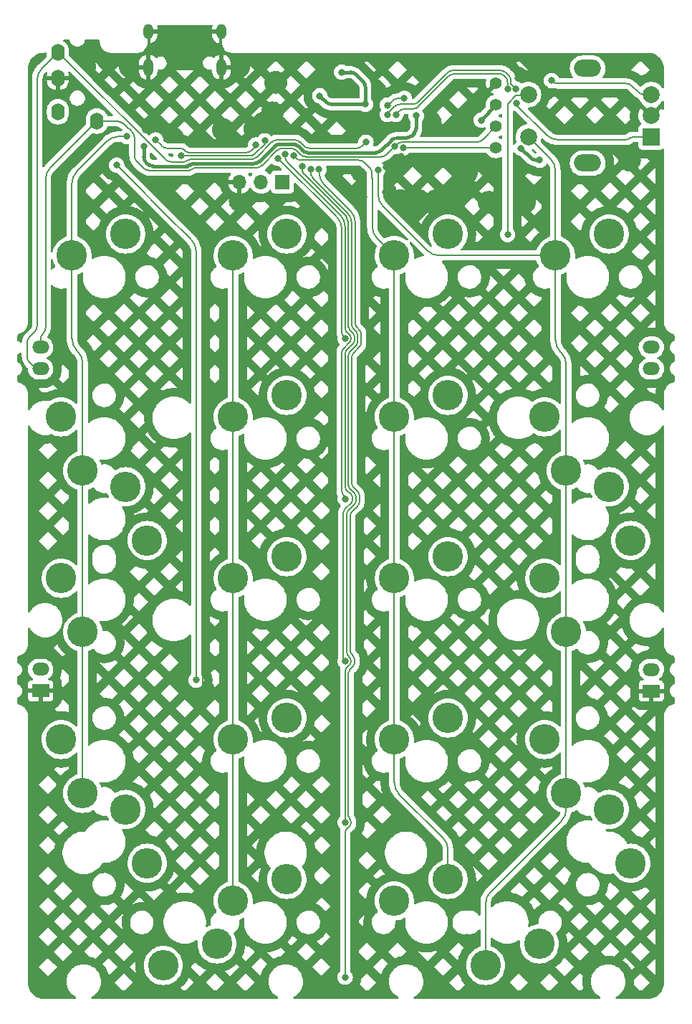
<source format=gbr>
%TF.GenerationSoftware,KiCad,Pcbnew,(6.0.7)*%
%TF.CreationDate,2022-10-13T01:40:36-05:00*%
%TF.ProjectId,Container65,436f6e74-6169-46e6-9572-36352e6b6963,rev?*%
%TF.SameCoordinates,Original*%
%TF.FileFunction,Copper,L1,Top*%
%TF.FilePolarity,Positive*%
%FSLAX46Y46*%
G04 Gerber Fmt 4.6, Leading zero omitted, Abs format (unit mm)*
G04 Created by KiCad (PCBNEW (6.0.7)) date 2022-10-13 01:40:36*
%MOMM*%
%LPD*%
G01*
G04 APERTURE LIST*
%TA.AperFunction,ComponentPad*%
%ADD10C,3.600000*%
%TD*%
%TA.AperFunction,WasherPad*%
%ADD11O,3.200000X2.000000*%
%TD*%
%TA.AperFunction,ComponentPad*%
%ADD12R,2.000000X2.000000*%
%TD*%
%TA.AperFunction,ComponentPad*%
%ADD13C,2.000000*%
%TD*%
%TA.AperFunction,ComponentPad*%
%ADD14C,1.397000*%
%TD*%
%TA.AperFunction,ComponentPad*%
%ADD15R,2.000000X1.500000*%
%TD*%
%TA.AperFunction,ComponentPad*%
%ADD16O,2.000000X1.500000*%
%TD*%
%TA.AperFunction,ComponentPad*%
%ADD17R,1.700000X1.700000*%
%TD*%
%TA.AperFunction,ComponentPad*%
%ADD18O,1.700000X1.700000*%
%TD*%
%TA.AperFunction,ComponentPad*%
%ADD19O,1.600000X2.000000*%
%TD*%
%TA.AperFunction,ComponentPad*%
%ADD20O,1.200000X1.800000*%
%TD*%
%TA.AperFunction,ComponentPad*%
%ADD21O,1.200000X2.000000*%
%TD*%
%TA.AperFunction,ViaPad*%
%ADD22C,0.800000*%
%TD*%
%TA.AperFunction,Conductor*%
%ADD23C,0.200000*%
%TD*%
%TA.AperFunction,Conductor*%
%ADD24C,0.400000*%
%TD*%
G04 APERTURE END LIST*
D10*
%TO.P,MX5,1,COL*%
%TO.N,COL0*%
X46672500Y-71278750D03*
%TO.P,MX5,2,ROW*%
%TO.N,Net-(D5-Pad2)*%
X44132500Y-64928750D03*
%TD*%
%TO.P,MX15,1,COL*%
%TO.N,COL2*%
X83502500Y-103028750D03*
%TO.P,MX15,2,ROW*%
%TO.N,Net-(D15-Pad2)*%
X89852500Y-100488750D03*
%TD*%
%TO.P,MX9,1,COL*%
%TO.N,COL0*%
X46672500Y-90328750D03*
%TO.P,MX9,2,ROW*%
%TO.N,Net-(D9-Pad2)*%
X44132500Y-83978750D03*
%TD*%
%TO.P,MX-E-1,1,COL*%
%TO.N,COL0*%
X51752500Y-73183750D03*
%TO.P,MX-E-1,2,ROW*%
%TO.N,Net-(D9-Pad2)*%
X54292500Y-79533750D03*
%TD*%
%TO.P,MX3,1,COL*%
%TO.N,COL2*%
X83502500Y-45878750D03*
%TO.P,MX3,2,ROW*%
%TO.N,Net-(D3-Pad2)*%
X89852500Y-43338750D03*
%TD*%
%TO.P,MX6,1,COL*%
%TO.N,COL1*%
X64452500Y-64928750D03*
%TO.P,MX6,2,ROW*%
%TO.N,Net-(D6-Pad2)*%
X70802500Y-62388750D03*
%TD*%
%TO.P,MX2,1,COL*%
%TO.N,COL1*%
X64452500Y-45878750D03*
%TO.P,MX2,2,ROW*%
%TO.N,Net-(D2-Pad2)*%
X70802500Y-43338750D03*
%TD*%
%TO.P,MX-E-4,1,COL*%
%TO.N,Net-(D20-Pad2)*%
X100647500Y-127158750D03*
%TO.P,MX-E-4,2,ROW*%
%TO.N,COL3*%
X94297500Y-129698750D03*
%TD*%
%TO.P,MX-E-2,1,COL*%
%TO.N,COL3*%
X108902500Y-73183750D03*
%TO.P,MX-E-2,2,ROW*%
%TO.N,Net-(D12-Pad2)*%
X111442500Y-79533750D03*
%TD*%
%TO.P,MX14,1,COL*%
%TO.N,COL1*%
X64452500Y-103028750D03*
%TO.P,MX14,2,ROW*%
%TO.N,Net-(D14-Pad2)*%
X70802500Y-100488750D03*
%TD*%
%TO.P,MX11,1,COL*%
%TO.N,COL2*%
X83502500Y-83978750D03*
%TO.P,MX11,2,ROW*%
%TO.N,Net-(D11-Pad2)*%
X89852500Y-81438750D03*
%TD*%
%TO.P,MX17,1,COL*%
%TO.N,COL1*%
X62547500Y-127158750D03*
%TO.P,MX17,2,ROW*%
%TO.N,Net-(D17-Pad2)*%
X56197500Y-129698750D03*
%TD*%
%TO.P,MX16,1,COL*%
%TO.N,COL3*%
X103822500Y-109378750D03*
%TO.P,MX16,2,ROW*%
%TO.N,Net-(D16-Pad2)*%
X101282500Y-103028750D03*
%TD*%
%TO.P,MX12,1,COL*%
%TO.N,COL3*%
X103822500Y-90328750D03*
%TO.P,MX12,2,ROW*%
%TO.N,Net-(D12-Pad2)*%
X101282500Y-83978750D03*
%TD*%
%TO.P,MX18,1,COL*%
%TO.N,COL1*%
X64452500Y-122078750D03*
%TO.P,MX18,2,ROW*%
%TO.N,Net-(D18-Pad2)*%
X70802500Y-119538750D03*
%TD*%
%TO.P,MX10,1,COL*%
%TO.N,COL1*%
X64452500Y-83978750D03*
%TO.P,MX10,2,ROW*%
%TO.N,Net-(D10-Pad2)*%
X70802500Y-81438750D03*
%TD*%
D11*
%TO.P,SW1,*%
%TO.N,*%
X106362500Y-34968750D03*
X106362500Y-23768750D03*
D12*
%TO.P,SW1,A,A*%
%TO.N,encB*%
X113862500Y-31868750D03*
D13*
%TO.P,SW1,B,B*%
%TO.N,encA*%
X113862500Y-26868750D03*
%TO.P,SW1,C,C*%
%TO.N,GND*%
X113862500Y-29368750D03*
%TO.P,SW1,S1,S1*%
%TO.N,Net-(D23-Pad2)*%
X99362500Y-26868750D03*
%TO.P,SW1,S2,S2*%
%TO.N,COL3*%
X99362500Y-31868750D03*
%TD*%
D10*
%TO.P,MX20,1,COL*%
%TO.N,COL3*%
X108902500Y-111283750D03*
%TO.P,MX20,2,ROW*%
%TO.N,Net-(D20-Pad2)*%
X111442500Y-117633750D03*
%TD*%
%TO.P,MX8,1,COL*%
%TO.N,COL3*%
X103822500Y-71278750D03*
%TO.P,MX8,2,ROW*%
%TO.N,Net-(D8-Pad2)*%
X101282500Y-64928750D03*
%TD*%
%TO.P,MX7,1,COL*%
%TO.N,COL2*%
X83502500Y-64928750D03*
%TO.P,MX7,2,ROW*%
%TO.N,Net-(D7-Pad2)*%
X89852500Y-62388750D03*
%TD*%
%TO.P,MX19,1,COL*%
%TO.N,Net-(D19-Pad2)*%
X83502500Y-122078750D03*
%TO.P,MX19,2,ROW*%
%TO.N,COL2*%
X89852500Y-119538750D03*
%TD*%
%TO.P,MX4,1,COL*%
%TO.N,COL3*%
X102552500Y-45878750D03*
%TO.P,MX4,2,ROW*%
%TO.N,Net-(D4-Pad2)*%
X108902500Y-43338750D03*
%TD*%
D14*
%TO.P,OL1,1,SDA*%
%TO.N,SDA*%
X95517500Y-33178750D03*
%TO.P,OL1,2,SCL*%
%TO.N,SCL*%
X95517500Y-30638750D03*
%TO.P,OL1,3,VCC*%
%TO.N,+3V3*%
X95517500Y-28098750D03*
%TO.P,OL1,4,GND*%
%TO.N,GND*%
X95517500Y-25558750D03*
%TD*%
D10*
%TO.P,MX1,1,COL*%
%TO.N,COL0*%
X45402500Y-45878750D03*
%TO.P,MX1,2,ROW*%
%TO.N,Net-(D1-Pad2)*%
X51752500Y-43338750D03*
%TD*%
%TO.P,MX-E-3,1,COL*%
%TO.N,COL0*%
X51752500Y-111283750D03*
%TO.P,MX-E-3,2,ROW*%
%TO.N,Net-(D13-Pad2)*%
X54292500Y-117633750D03*
%TD*%
%TO.P,MX13,1,COL*%
%TO.N,COL0*%
X46672500Y-109378750D03*
%TO.P,MX13,2,ROW*%
%TO.N,Net-(D13-Pad2)*%
X44132500Y-103028750D03*
%TD*%
D15*
%TO.P,J3,1,Pin_1*%
%TO.N,GND*%
X41687500Y-97283750D03*
D16*
%TO.P,J3,2,Pin_2*%
%TO.N,+3V3*%
X41687500Y-94743750D03*
%TD*%
%TO.P,J6,1,Pin_1*%
%TO.N,SDA*%
X113887500Y-59252500D03*
%TO.P,J6,2,Pin_2*%
%TO.N,SCL*%
X113887500Y-56712500D03*
%TD*%
D17*
%TO.P,J1,1,Pin_1*%
%TO.N,SWD*%
X70287500Y-37200000D03*
D18*
%TO.P,J1,2,Pin_2*%
%TO.N,SWCLK*%
X67747500Y-37200000D03*
%TO.P,J1,3,Pin_3*%
%TO.N,GND*%
X65207500Y-37200000D03*
%TD*%
D16*
%TO.P,J4,1,Pin_1*%
%TO.N,SDA*%
X41687500Y-59252500D03*
%TO.P,J4,2,Pin_2*%
%TO.N,SCL*%
X41687500Y-56712500D03*
%TD*%
D19*
%TO.P,U7,1,SLEEVE*%
%TO.N,SCL*%
X48337500Y-30000000D03*
%TO.P,U7,2,TIP*%
%TO.N,+3V3*%
X43737500Y-28900000D03*
%TO.P,U7,3,RING1*%
%TO.N,GND*%
X43737500Y-24900000D03*
%TO.P,U7,4,RING2*%
%TO.N,SDA*%
X43737500Y-21900000D03*
%TD*%
D15*
%TO.P,J5,1,Pin_1*%
%TO.N,GND*%
X113887500Y-97293750D03*
D16*
%TO.P,J5,2,Pin_2*%
%TO.N,+3V3*%
X113887500Y-94753750D03*
%TD*%
D20*
%TO.P,U2,0,0*%
%TO.N,GND*%
X54411363Y-19453362D03*
D21*
X63061605Y-23653261D03*
X54411363Y-23653261D03*
D20*
X63061605Y-19453362D03*
%TD*%
D22*
%TO.N,GND*%
X68087500Y-30225000D03*
X90287500Y-34200000D03*
X54087500Y-31025000D03*
X92037500Y-36050000D03*
X65087500Y-23600000D03*
X63287500Y-31025000D03*
X82437500Y-38400000D03*
X88487500Y-34200000D03*
X88437500Y-39400000D03*
X111287500Y-34625000D03*
X83908743Y-30561325D03*
X86487500Y-34200000D03*
X94687500Y-39600000D03*
X90637500Y-39400000D03*
X86437500Y-39400000D03*
X46887500Y-23600000D03*
X82492768Y-35397810D03*
X98087500Y-24924001D03*
X69087500Y-29025000D03*
X80168750Y-30162500D03*
X98887500Y-39600000D03*
X65287500Y-39400000D03*
X84237500Y-39400000D03*
X61003750Y-97283750D03*
X81186951Y-26380623D03*
X101287500Y-26225000D03*
X87287500Y-23825000D03*
X84287500Y-34200000D03*
X69487500Y-25425000D03*
X79687500Y-35925500D03*
X92087500Y-30225000D03*
X67034657Y-30909405D03*
X92037500Y-38000000D03*
X57287500Y-32000000D03*
X56687500Y-39600000D03*
X52287500Y-23600000D03*
X79887500Y-39000000D03*
X87750500Y-30162500D03*
%TO.N,+3V3*%
X74687500Y-27025000D03*
X60087500Y-96000000D03*
X77287500Y-24225000D03*
X100687500Y-34625000D03*
X93787000Y-29900000D03*
X80087500Y-28025000D03*
X98487500Y-33225000D03*
X50687500Y-35200000D03*
%TO.N,ROW0*%
X69708938Y-34392805D03*
X77687500Y-55675000D03*
%TO.N,ROW1*%
X70591942Y-33924500D03*
X77687500Y-74600000D03*
%TO.N,ROW2*%
X72613494Y-35324500D03*
X77687500Y-93775000D03*
%TO.N,ROW3*%
X77687500Y-112825000D03*
X73612997Y-35724500D03*
%TO.N,ROW4*%
X74612500Y-35724500D03*
X77687500Y-131081250D03*
%TO.N,USER_LED*%
X84687500Y-27324500D03*
X82687500Y-28124500D03*
%TO.N,Net-(F1-Pad2)*%
X53887500Y-33025000D03*
X86087500Y-29368750D03*
%TO.N,COL3*%
X81569806Y-35781406D03*
%TO.N,COL0*%
X55287500Y-32225000D03*
X67105025Y-32817525D03*
X51887500Y-31825000D03*
%TO.N,COL2*%
X71573272Y-34114228D03*
%TO.N,COL1*%
X68192878Y-32330378D03*
X58287500Y-34125500D03*
%TO.N,SDA*%
X80146135Y-32505545D03*
X84532274Y-33190983D03*
%TO.N,SCL*%
X83551523Y-32998283D03*
%TO.N,Net-(D23-Pad2)*%
X96887500Y-43400000D03*
%TO.N,encB*%
X96887500Y-26225000D03*
X83687002Y-29224000D03*
X97982122Y-27930378D03*
%TO.N,encA*%
X82687500Y-29225000D03*
X102087500Y-25225000D03*
X97887003Y-26225000D03*
%TD*%
D23*
%TO.N,GND*%
X57887500Y-41400000D02*
X56980393Y-40492893D01*
X56687500Y-39785786D02*
X56687500Y-39600000D01*
X95517500Y-25558750D02*
X92380393Y-28695857D01*
D24*
X99158074Y-24924001D02*
X98087500Y-24924001D01*
D23*
X60887500Y-97167500D02*
X60887500Y-45228427D01*
X60301713Y-43814213D02*
X57887500Y-41400000D01*
X92087500Y-29402964D02*
X92087500Y-30225000D01*
D24*
X101287500Y-26225000D02*
X100572287Y-25509787D01*
D23*
X61003750Y-97283750D02*
X60887500Y-97167500D01*
X60887480Y-45228427D02*
G75*
G03*
X60301712Y-43814214I-1999980J27D01*
G01*
X92380411Y-28695875D02*
G75*
G03*
X92087500Y-29402964I707089J-707125D01*
G01*
X56687510Y-39785786D02*
G75*
G03*
X56980393Y-40492893I999990J-14D01*
G01*
D24*
X100572300Y-25509774D02*
G75*
G03*
X99158074Y-24924001I-1414200J-1414226D01*
G01*
%TO.N,+3V3*%
X93787000Y-29900000D02*
X93787000Y-29829250D01*
X80087500Y-28025000D02*
X76101714Y-28025000D01*
D23*
X56487500Y-41000000D02*
X52387500Y-36900000D01*
D24*
X77287500Y-24225000D02*
X78273286Y-24225000D01*
X75394607Y-27732107D02*
X74687500Y-27025000D01*
X98487500Y-33225000D02*
X99594607Y-34332107D01*
D23*
X60087500Y-96000000D02*
X60087500Y-45428427D01*
D24*
X93787000Y-29829250D02*
X95517500Y-28098750D01*
D23*
X59501713Y-44014213D02*
X56487500Y-41000000D01*
D24*
X100301714Y-34625000D02*
X100687500Y-34625000D01*
X80087500Y-26039214D02*
X80087500Y-28025000D01*
X78980393Y-24517893D02*
X79794607Y-25332107D01*
D23*
X52387500Y-36900000D02*
X50687500Y-35200000D01*
D24*
X78980400Y-24517886D02*
G75*
G03*
X78273286Y-24225000I-707100J-707114D01*
G01*
D23*
X59501727Y-44014199D02*
G75*
G02*
X60087500Y-45428427I-1414227J-1414201D01*
G01*
D24*
X100301714Y-34624990D02*
G75*
G02*
X99594607Y-34332107I-14J999990D01*
G01*
X76101714Y-28024990D02*
G75*
G02*
X75394607Y-27732107I-14J999990D01*
G01*
X79794614Y-25332100D02*
G75*
G02*
X80087500Y-26039214I-707114J-707100D01*
G01*
D23*
%TO.N,ROW0*%
X77287500Y-42728427D02*
X77287500Y-54860786D01*
X69708938Y-34392805D02*
X69780305Y-34392805D01*
X69780305Y-34392805D02*
X76701714Y-41314214D01*
X77580393Y-55567893D02*
X77687500Y-55675000D01*
X77287480Y-42728427D02*
G75*
G03*
X76701713Y-41314215I-1999980J27D01*
G01*
X77287510Y-54860786D02*
G75*
G03*
X77580393Y-55567893I999990J-14D01*
G01*
%TO.N,ROW1*%
X78241053Y-55238603D02*
X77833946Y-54831496D01*
X77433947Y-56918503D02*
X78241054Y-56111396D01*
X70591942Y-34157400D02*
X70591942Y-33924500D01*
X77687500Y-54477943D02*
X77687500Y-42495599D01*
X77287500Y-73585786D02*
X77287500Y-57272057D01*
X78387500Y-55757843D02*
X78387500Y-55592157D01*
X77101714Y-41081386D02*
X70884835Y-34864507D01*
X77887500Y-74600000D02*
X77580393Y-74292893D01*
X77287510Y-73585786D02*
G75*
G03*
X77580393Y-74292893I999990J-14D01*
G01*
X77687470Y-54477943D02*
G75*
G03*
X77833946Y-54831496I500030J43D01*
G01*
X77433969Y-56918525D02*
G75*
G03*
X77287500Y-57272057I353531J-353575D01*
G01*
X70591930Y-34157400D02*
G75*
G03*
X70884835Y-34864507I999970J0D01*
G01*
X78241031Y-55238625D02*
G75*
G02*
X78387500Y-55592157I-353531J-353575D01*
G01*
X78241032Y-56111374D02*
G75*
G03*
X78387500Y-55757843I-353532J353574D01*
G01*
X77101714Y-41081386D02*
G75*
G02*
X77687500Y-42495599I-1414214J-1414214D01*
G01*
%TO.N,ROW2*%
X77983580Y-41686279D02*
X77883349Y-41444297D01*
X78087500Y-54312257D02*
X78087500Y-42329913D01*
X78085554Y-42198953D02*
X78051368Y-41939275D01*
X72613494Y-35613266D02*
X72613494Y-35324500D01*
X78587500Y-74682843D02*
X78587500Y-74517157D01*
X72615483Y-35711563D02*
X72613494Y-35613266D01*
X78787500Y-55923529D02*
X78787500Y-55426472D01*
X72906387Y-36320373D02*
X72838274Y-36249474D01*
X77633947Y-75843503D02*
X78441054Y-75036396D01*
X77487500Y-93550000D02*
X77487500Y-76197057D01*
X77752390Y-41217468D02*
X77592945Y-41009672D01*
X77833946Y-57084190D02*
X78641053Y-56277083D01*
X77687500Y-73202943D02*
X77687500Y-57437743D01*
X78087500Y-42329913D02*
X78085554Y-42198953D01*
X72653830Y-35904379D02*
X72615483Y-35711563D01*
X77592945Y-41009672D02*
X77501713Y-40915699D01*
X77501713Y-40915699D02*
X72906387Y-36320373D01*
X78051368Y-41939275D02*
X77983580Y-41686279D01*
X77883349Y-41444297D02*
X77752390Y-41217468D01*
X78641054Y-55072919D02*
X78233946Y-54665810D01*
X78441053Y-74163603D02*
X77833946Y-73556496D01*
X72729057Y-36086010D02*
X72653830Y-35904379D01*
X72838274Y-36249474D02*
X72729057Y-36086010D01*
X77712500Y-93775000D02*
X77487500Y-93550000D01*
X77487470Y-76197057D02*
G75*
G02*
X77633947Y-75843503I500030J-43D01*
G01*
X78441031Y-74163625D02*
G75*
G02*
X78587500Y-74517157I-353531J-353575D01*
G01*
X77833968Y-73556474D02*
G75*
G02*
X77687500Y-73202943I353532J353574D01*
G01*
X78787520Y-55923529D02*
G75*
G02*
X78641053Y-56277083I-500020J29D01*
G01*
X78587530Y-74682843D02*
G75*
G02*
X78441054Y-75036396I-500030J43D01*
G01*
X78641040Y-55072933D02*
G75*
G02*
X78787500Y-55426472I-353540J-353567D01*
G01*
X77833925Y-57084169D02*
G75*
G03*
X77687500Y-57437743I353575J-353531D01*
G01*
X78087531Y-54312257D02*
G75*
G03*
X78233947Y-54665809I499969J-43D01*
G01*
%TO.N,ROW3*%
X78387500Y-93857843D02*
X78387500Y-93692157D01*
X77833947Y-94618503D02*
X78241054Y-94211396D01*
X79187500Y-56092893D02*
X79187500Y-55260786D01*
X78841054Y-73997919D02*
X78233946Y-73390810D01*
X78487500Y-54146571D02*
X78487500Y-42164227D01*
X77887500Y-92777943D02*
X77887500Y-76362743D01*
X77901714Y-40750014D02*
X73905890Y-36754190D01*
X78087500Y-73037257D02*
X78087500Y-57607107D01*
X79041054Y-54907233D02*
X78633946Y-54500124D01*
X78987500Y-74848529D02*
X78987500Y-74351472D01*
X78241053Y-93338603D02*
X78033946Y-93131496D01*
X78233947Y-57253553D02*
X79041054Y-56446446D01*
X78033946Y-76009190D02*
X78841053Y-75202083D01*
X73612997Y-36047083D02*
X73612997Y-35724500D01*
X77687500Y-112625000D02*
X77687500Y-94972057D01*
X79187495Y-56092893D02*
G75*
G02*
X79041054Y-56446446I-499995J-7D01*
G01*
X78487521Y-54146571D02*
G75*
G03*
X78633946Y-54500124I499979J-29D01*
G01*
X79041047Y-54907240D02*
G75*
G02*
X79187500Y-55260786I-353547J-353560D01*
G01*
X78841040Y-73997933D02*
G75*
G02*
X78987500Y-74351472I-353540J-353567D01*
G01*
X78233944Y-57253550D02*
G75*
G03*
X78087500Y-57607107I353556J-353550D01*
G01*
X78087531Y-73037257D02*
G75*
G03*
X78233947Y-73390809I499969J-43D01*
G01*
X78987520Y-74848529D02*
G75*
G02*
X78841053Y-75202083I-500020J29D01*
G01*
X77887470Y-92777943D02*
G75*
G03*
X78033946Y-93131496I500030J43D01*
G01*
X78241032Y-94211374D02*
G75*
G03*
X78387500Y-93857843I-353532J353574D01*
G01*
X78241031Y-93338625D02*
G75*
G02*
X78387500Y-93692157I-353531J-353575D01*
G01*
X73613010Y-36047083D02*
G75*
G03*
X73905890Y-36754190I999990J-17D01*
G01*
X78033925Y-76009169D02*
G75*
G03*
X77887500Y-76362743I353575J-353531D01*
G01*
X77901728Y-40750000D02*
G75*
G02*
X78487500Y-42164227I-1414228J-1414200D01*
G01*
X77687470Y-94972057D02*
G75*
G02*
X77833947Y-94618503I500030J-43D01*
G01*
%TO.N,ROW4*%
X78287500Y-76528429D02*
X78287500Y-92612258D01*
X79441053Y-56612133D02*
X78633946Y-57419240D01*
X75198286Y-37480900D02*
X78301713Y-40584327D01*
X79387500Y-74185786D02*
X79387500Y-75014215D01*
X78641053Y-94377083D02*
X78233947Y-94784188D01*
X79587500Y-55095101D02*
X79587500Y-56258579D01*
X77687500Y-114022057D02*
X77687500Y-130800000D01*
X78433947Y-92965811D02*
X78641054Y-93172918D01*
X78787500Y-93526471D02*
X78787500Y-94023529D01*
X78887500Y-41998541D02*
X78887500Y-53980886D01*
X74612500Y-35724500D02*
X74612500Y-36066687D01*
X78387500Y-112742157D02*
X78387500Y-112907843D01*
X78241053Y-113261397D02*
X77833946Y-113668504D01*
X78487500Y-57772793D02*
X78487500Y-72871571D01*
X79241054Y-75367768D02*
X78433947Y-76174875D01*
X79033946Y-54334439D02*
X79441054Y-54741548D01*
X78087500Y-95137742D02*
X78087500Y-112027943D01*
X78233947Y-112381497D02*
X78241054Y-112388604D01*
X77687500Y-130800000D02*
X77968750Y-131081250D01*
X78633946Y-73225124D02*
X79241054Y-73832233D01*
X79587499Y-55095101D02*
G75*
G03*
X79441054Y-54741548I-499999J1D01*
G01*
X77687470Y-114022057D02*
G75*
G02*
X77833946Y-113668504I500030J-43D01*
G01*
X78087530Y-95137742D02*
G75*
G02*
X78233947Y-94784188I499970J42D01*
G01*
X75198279Y-37480907D02*
G75*
G02*
X74612500Y-36066687I1414221J1414207D01*
G01*
X78787520Y-93526471D02*
G75*
G03*
X78641054Y-93172918I-500020J-29D01*
G01*
X78241031Y-113261375D02*
G75*
G03*
X78387500Y-112907843I-353531J353575D01*
G01*
X79387510Y-74185786D02*
G75*
G03*
X79241054Y-73832233I-500010J-14D01*
G01*
X78641038Y-94377068D02*
G75*
G03*
X78787500Y-94023529I-353538J353568D01*
G01*
X79241046Y-75367760D02*
G75*
G03*
X79387500Y-75014215I-353546J353560D01*
G01*
X78433926Y-92965832D02*
G75*
G02*
X78287500Y-92612258I353574J353532D01*
G01*
X78241032Y-112388626D02*
G75*
G02*
X78387500Y-112742157I-353532J-353574D01*
G01*
X78887470Y-41998541D02*
G75*
G03*
X78301712Y-40584328I-1999970J41D01*
G01*
X78287521Y-76528429D02*
G75*
G02*
X78433947Y-76174875I499979J29D01*
G01*
X78633932Y-73225138D02*
G75*
G02*
X78487500Y-72871571I353568J353538D01*
G01*
X79441063Y-56612143D02*
G75*
G03*
X79587500Y-56258579I-353563J353543D01*
G01*
X78233969Y-112381475D02*
G75*
G02*
X78087500Y-112027943I353531J353575D01*
G01*
X78487495Y-57772793D02*
G75*
G02*
X78633946Y-57419240I500005J-7D01*
G01*
X79033939Y-54334446D02*
G75*
G02*
X78887500Y-53980886I353561J353546D01*
G01*
%TO.N,USER_LED*%
X83270107Y-27617393D02*
X82763000Y-28124500D01*
X84687500Y-27324500D02*
X83977214Y-27324500D01*
X82763000Y-28124500D02*
X82687500Y-28124500D01*
X83977214Y-27324510D02*
G75*
G03*
X83270107Y-27617393I-14J-999990D01*
G01*
D24*
%TO.N,Net-(F1-Pad2)*%
X53887500Y-33025000D02*
X53887500Y-34210786D01*
X72173287Y-33017894D02*
X72587500Y-33432107D01*
X70001714Y-32725000D02*
X71466180Y-32725000D01*
X81980393Y-33432107D02*
X83128624Y-32283876D01*
X54180393Y-34917893D02*
X54294607Y-35032107D01*
X86087500Y-30776769D02*
X86087500Y-29368750D01*
X67580393Y-34732107D02*
X69294607Y-33017893D01*
X85580393Y-31698090D02*
X85794607Y-31483876D01*
X73294607Y-33725000D02*
X81273286Y-33725000D01*
X59669607Y-35025000D02*
X66873286Y-35025000D01*
X55001714Y-35325000D02*
X58955393Y-35325000D01*
X59308947Y-35178553D02*
X59316054Y-35171446D01*
X83835731Y-31990983D02*
X84873286Y-31990983D01*
X70001714Y-32725010D02*
G75*
G03*
X69294607Y-33017893I-14J-999990D01*
G01*
X73294607Y-33724995D02*
G75*
G02*
X72587500Y-33432107I-7J999995D01*
G01*
X59308950Y-35178556D02*
G75*
G02*
X58955393Y-35325000I-353550J353556D01*
G01*
X67580400Y-34732114D02*
G75*
G02*
X66873286Y-35025000I-707100J707114D01*
G01*
X84873286Y-31990978D02*
G75*
G03*
X85580393Y-31698090I14J999978D01*
G01*
X54180386Y-34917900D02*
G75*
G02*
X53887500Y-34210786I707114J707100D01*
G01*
X59669607Y-35025005D02*
G75*
G03*
X59316054Y-35171446I-7J-499995D01*
G01*
X86087478Y-30776769D02*
G75*
G02*
X85794607Y-31483876I-999978J-31D01*
G01*
X55001714Y-35324990D02*
G75*
G02*
X54294607Y-35032107I-14J999990D01*
G01*
X83835731Y-31991010D02*
G75*
G03*
X83128624Y-32283876I-31J-999990D01*
G01*
X72173297Y-33017884D02*
G75*
G03*
X71466180Y-32725000I-707097J-707116D01*
G01*
X81980400Y-33432114D02*
G75*
G02*
X81273286Y-33725000I-707100J707114D01*
G01*
D23*
%TO.N,COL3*%
X81569806Y-35781406D02*
X81569806Y-38653879D01*
X103822500Y-71278750D02*
X103822500Y-58763427D01*
X103236713Y-57349213D02*
X103138286Y-57250786D01*
X102552500Y-55836573D02*
X102552500Y-45878750D01*
X102552500Y-45878750D02*
X102552500Y-35887177D01*
X103822500Y-109378750D02*
X103822500Y-90328750D01*
X94883287Y-121004213D02*
X103236714Y-112650786D01*
X103822500Y-111236573D02*
X103822500Y-109378750D01*
X94297500Y-129698750D02*
X94297500Y-122418427D01*
X88794677Y-45878750D02*
X102552500Y-45878750D01*
X82155593Y-40068093D02*
X87380464Y-45292964D01*
X101966713Y-34472963D02*
X99362500Y-31868750D01*
X103822500Y-90328750D02*
X103822500Y-71278750D01*
X88794677Y-45878780D02*
G75*
G02*
X87380465Y-45292963I23J1999980D01*
G01*
X103236728Y-112650800D02*
G75*
G03*
X103822500Y-111236573I-1414228J1414200D01*
G01*
X82155584Y-40068102D02*
G75*
G02*
X81569806Y-38653879I1414216J1414202D01*
G01*
X103236727Y-57349199D02*
G75*
G02*
X103822500Y-58763427I-1414227J-1414201D01*
G01*
X94883273Y-121004199D02*
G75*
G03*
X94297500Y-122418427I1414227J-1414201D01*
G01*
X103138272Y-57250800D02*
G75*
G02*
X102552500Y-55836573I1414228J1414200D01*
G01*
X101966702Y-34472974D02*
G75*
G02*
X102552500Y-35887177I-1414202J-1414226D01*
G01*
%TO.N,COL0*%
X67105025Y-33007475D02*
X66680393Y-33432107D01*
X46086713Y-57199213D02*
X45988286Y-57100786D01*
X51887500Y-31825000D02*
X51885565Y-31826935D01*
X45402500Y-55686573D02*
X45402500Y-45878750D01*
X65973286Y-33725000D02*
X59194607Y-33725000D01*
X45402500Y-37363427D02*
X45402500Y-45878750D01*
X67105025Y-32817525D02*
X67105025Y-33007475D01*
X58841053Y-33578553D02*
X58633946Y-33371446D01*
X55994607Y-32932107D02*
X55287500Y-32225000D01*
X46672500Y-71278750D02*
X46672500Y-90328750D01*
X51885565Y-31826935D02*
X50809966Y-31826935D01*
X46672500Y-71278750D02*
X46672500Y-58613427D01*
X46672500Y-90328750D02*
X46672500Y-109378750D01*
X58280393Y-33225000D02*
X56701714Y-33225000D01*
X49526713Y-32410787D02*
X45988286Y-35949214D01*
X65973286Y-33724990D02*
G75*
G03*
X66680393Y-33432107I14J999990D01*
G01*
X55994600Y-32932114D02*
G75*
G03*
X56701714Y-33225000I707100J707114D01*
G01*
X45402520Y-37363427D02*
G75*
G02*
X45988287Y-35949215I1999980J27D01*
G01*
X45988272Y-57100800D02*
G75*
G02*
X45402500Y-55686573I1414228J1414200D01*
G01*
X58280393Y-33225005D02*
G75*
G02*
X58633946Y-33371446I7J-499995D01*
G01*
X58841050Y-33578556D02*
G75*
G03*
X59194607Y-33725000I353550J353556D01*
G01*
X49526717Y-32410791D02*
G75*
G02*
X50809966Y-31826936I1424983J-1429809D01*
G01*
X46086727Y-57199199D02*
G75*
G02*
X46672500Y-58613427I-1414227J-1414201D01*
G01*
%TO.N,COL2*%
X83502500Y-64928750D02*
X83502500Y-45878750D01*
X89266713Y-114666713D02*
X84088286Y-109488286D01*
X80869806Y-36196520D02*
X80869806Y-36746283D01*
X83502500Y-103028750D02*
X83502500Y-83978750D01*
X83502500Y-103028750D02*
X83502500Y-108074073D01*
X80887500Y-36763977D02*
X80887500Y-42435323D01*
X72498258Y-34625000D02*
X79298286Y-34625000D01*
X89852500Y-119538750D02*
X89852500Y-116080927D01*
X71573272Y-34114228D02*
X71791151Y-34332107D01*
X81473286Y-43849536D02*
X83502500Y-45878750D01*
X83502500Y-83978750D02*
X83502500Y-64928750D01*
X80869806Y-36746283D02*
X80887500Y-36763977D01*
X80005393Y-34917893D02*
X80576913Y-35489413D01*
X80576924Y-35489402D02*
G75*
G02*
X80869806Y-36196520I-707124J-707098D01*
G01*
X84088272Y-109488300D02*
G75*
G02*
X83502500Y-108074073I1414228J1414200D01*
G01*
X80005400Y-34917886D02*
G75*
G03*
X79298286Y-34625000I-707100J-707114D01*
G01*
X89266727Y-114666699D02*
G75*
G02*
X89852500Y-116080927I-1414227J-1414201D01*
G01*
X81473297Y-43849525D02*
G75*
G02*
X80887500Y-42435323I1414203J1414225D01*
G01*
X72498258Y-34625030D02*
G75*
G02*
X71791151Y-34332107I42J1000030D01*
G01*
%TO.N,COL1*%
X64452500Y-45878750D02*
X64452500Y-64928750D01*
X58287500Y-34125500D02*
X58288000Y-34125000D01*
X64452500Y-64928750D02*
X64452500Y-83978750D01*
X58288000Y-34125000D02*
X66373286Y-34125000D01*
X67080393Y-33832107D02*
X68192878Y-32719622D01*
X64452500Y-103028750D02*
X64452500Y-122078750D01*
X64452500Y-83978750D02*
X64452500Y-103028750D01*
X68192878Y-32719622D02*
X68192878Y-32330378D01*
X66373286Y-34124990D02*
G75*
G03*
X67080393Y-33832107I14J999990D01*
G01*
%TO.N,SDA*%
X41687500Y-59252500D02*
X41140000Y-59252500D01*
X68994607Y-32517893D02*
X67280393Y-34232107D01*
X72794607Y-32932107D02*
X72380393Y-32517893D01*
X71673286Y-32225000D02*
X69701714Y-32225000D01*
X43787500Y-21900000D02*
X43737500Y-21900000D01*
X40087500Y-57785786D02*
X40087500Y-56214214D01*
X80146135Y-32505545D02*
X79719573Y-32932107D01*
X58655393Y-34825000D02*
X57126714Y-34825000D01*
X41140000Y-59252500D02*
X40380393Y-58492893D01*
X40380393Y-55507107D02*
X40994607Y-54892893D01*
X56419607Y-34532107D02*
X43787500Y-21900000D01*
X41873287Y-23764213D02*
X43737500Y-21900000D01*
X41287500Y-54185786D02*
X41287500Y-25178427D01*
X59016053Y-34671447D02*
X59008946Y-34678554D01*
X79012466Y-33225000D02*
X73501714Y-33225000D01*
X84532274Y-33190983D02*
X84544507Y-33178750D01*
X66573286Y-34525000D02*
X59369607Y-34525000D01*
X84544507Y-33178750D02*
X95517500Y-33178750D01*
X66573286Y-34524990D02*
G75*
G03*
X67280393Y-34232107I14J999990D01*
G01*
X71673286Y-32225010D02*
G75*
G02*
X72380393Y-32517893I14J-999990D01*
G01*
X79719590Y-32932124D02*
G75*
G02*
X79012466Y-33225000I-707090J707124D01*
G01*
X59008949Y-34678557D02*
G75*
G02*
X58655393Y-34825000I-353549J353557D01*
G01*
X40087510Y-57785786D02*
G75*
G03*
X40380393Y-58492893I999990J-14D01*
G01*
X40994614Y-54892900D02*
G75*
G03*
X41287500Y-54185786I-707114J707100D01*
G01*
X41287520Y-25178427D02*
G75*
G02*
X41873288Y-23764214I1999980J27D01*
G01*
X40380386Y-55507100D02*
G75*
G03*
X40087500Y-56214214I707114J-707100D01*
G01*
X72794600Y-32932114D02*
G75*
G03*
X73501714Y-33225000I707100J707114D01*
G01*
X59369607Y-34525005D02*
G75*
G03*
X59016053Y-34671447I-7J-499995D01*
G01*
X69701714Y-32225010D02*
G75*
G03*
X68994607Y-32517893I-14J-999990D01*
G01*
X56419600Y-34532114D02*
G75*
G03*
X57126714Y-34825000I707100J707114D01*
G01*
%TO.N,SCL*%
X51309591Y-30204242D02*
X51536407Y-30335197D01*
X41980393Y-55107107D02*
X41994607Y-55092893D01*
X51838236Y-30585786D02*
X52494607Y-31242157D01*
X71966181Y-33517893D02*
X72380395Y-33932107D01*
X59969607Y-35525000D02*
X67173286Y-35525000D01*
X52787500Y-31949264D02*
X52787500Y-34085786D01*
X93251053Y-32490983D02*
X84473037Y-32490983D01*
X41687500Y-56712500D02*
X41687500Y-55814214D01*
X53080393Y-34792893D02*
X53819607Y-35532107D01*
X51744189Y-30494637D02*
X51838236Y-30585786D01*
X50554976Y-30002035D02*
X50814641Y-30036224D01*
X42873287Y-35464213D02*
X48337500Y-30000000D01*
X42287500Y-54385786D02*
X42287500Y-36878427D01*
X70301714Y-33225000D02*
X71259074Y-33225000D01*
X51536407Y-30335197D02*
X51744189Y-30494637D01*
X67880393Y-35232107D02*
X69594607Y-33517893D01*
X82617699Y-33932107D02*
X83551523Y-32998283D01*
X95517500Y-30638750D02*
X93958160Y-32198090D01*
X73087502Y-34225000D02*
X81910592Y-34225000D01*
X50814641Y-30036224D02*
X51067622Y-30104013D01*
X48337500Y-30000000D02*
X50424023Y-30000000D01*
X59608947Y-35678553D02*
X59616054Y-35671446D01*
X83765930Y-32783876D02*
X83551523Y-32998283D01*
X50424023Y-30000000D02*
X50554976Y-30002035D01*
X51067622Y-30104013D02*
X51309591Y-30204242D01*
X54526714Y-35825000D02*
X59255393Y-35825000D01*
X67880400Y-35232114D02*
G75*
G02*
X67173286Y-35525000I-707100J707114D01*
G01*
X82617703Y-33932111D02*
G75*
G02*
X81910592Y-34225000I-707103J707111D01*
G01*
X52787525Y-31949264D02*
G75*
G03*
X52494606Y-31242158I-1000025J-36D01*
G01*
X41980386Y-55107100D02*
G75*
G03*
X41687500Y-55814214I707114J-707100D01*
G01*
X42287490Y-54385786D02*
G75*
G02*
X41994607Y-55092893I-999990J-14D01*
G01*
X70301714Y-33225010D02*
G75*
G03*
X69594607Y-33517893I-14J-999990D01*
G01*
X73087502Y-34224998D02*
G75*
G02*
X72380396Y-33932106I-2J999998D01*
G01*
X71966194Y-33517880D02*
G75*
G03*
X71259074Y-33225000I-707094J-707120D01*
G01*
X59969607Y-35525005D02*
G75*
G03*
X59616054Y-35671446I-7J-499995D01*
G01*
X42873273Y-35464199D02*
G75*
G03*
X42287500Y-36878427I1414227J-1414201D01*
G01*
X53080386Y-34792900D02*
G75*
G02*
X52787500Y-34085786I707114J707100D01*
G01*
X54526714Y-35824990D02*
G75*
G02*
X53819607Y-35532107I-14J999990D01*
G01*
X83765908Y-32783854D02*
G75*
G02*
X84473037Y-32490983I707092J-707146D01*
G01*
X93958180Y-32198110D02*
G75*
G02*
X93251053Y-32490983I-707080J707110D01*
G01*
X59608950Y-35678556D02*
G75*
G02*
X59255393Y-35825000I-353550J353556D01*
G01*
%TO.N,Net-(D23-Pad2)*%
X97887500Y-27000000D02*
X99231250Y-27000000D01*
X96887500Y-28000000D02*
X97887500Y-27000000D01*
X99231250Y-27000000D02*
X99362500Y-26868750D01*
X96887500Y-43400000D02*
X96887500Y-28000000D01*
%TO.N,encB*%
X86371690Y-28282107D02*
X89935905Y-24717893D01*
X84750216Y-28575000D02*
X85664584Y-28575000D01*
X83687002Y-29224000D02*
X84043109Y-28867893D01*
X97881250Y-28031250D02*
X101489214Y-31639214D01*
X97887500Y-28025000D02*
X97881250Y-28031250D01*
X96580393Y-24717893D02*
X96594607Y-24732107D01*
X90643011Y-24425000D02*
X95873286Y-24425000D01*
X102903427Y-32225000D02*
X110905393Y-32225000D01*
X113862500Y-31868750D02*
X111675857Y-31868750D01*
X111322303Y-32015197D02*
X111258946Y-32078554D01*
X96887500Y-25439214D02*
X96887500Y-26225000D01*
X111675857Y-31868705D02*
G75*
G03*
X111322303Y-32015197I43J-499995D01*
G01*
X102903427Y-32224980D02*
G75*
G02*
X101489215Y-31639213I-27J1999980D01*
G01*
X96887490Y-25439214D02*
G75*
G03*
X96594607Y-24732107I-999990J14D01*
G01*
X86371698Y-28282115D02*
G75*
G02*
X85664584Y-28575000I-707098J707115D01*
G01*
X110905393Y-32224995D02*
G75*
G03*
X111258946Y-32078554I7J499995D01*
G01*
X96580400Y-24717886D02*
G75*
G03*
X95873286Y-24425000I-707100J-707114D01*
G01*
X90643011Y-24425009D02*
G75*
G03*
X89935906Y-24717894I-11J-999991D01*
G01*
X84043101Y-28867885D02*
G75*
G02*
X84750216Y-28575000I707099J-707115D01*
G01*
%TO.N,encA*%
X102087500Y-25225000D02*
X102138357Y-25275857D01*
X84191664Y-28024500D02*
X85649398Y-28024500D01*
X82687500Y-29225000D02*
X82687500Y-29114450D01*
X96746078Y-24317893D02*
X96994606Y-24566421D01*
X90477326Y-24025000D02*
X96038972Y-24025000D01*
X113007964Y-26868750D02*
X113862500Y-26868750D01*
X82687500Y-29114450D02*
X83484557Y-28317393D01*
X97287500Y-25273528D02*
X97287500Y-25625497D01*
X111586643Y-25861643D02*
X112300857Y-26575857D01*
X86356505Y-27731607D02*
X89770219Y-24317893D01*
X97287500Y-25625497D02*
X97887003Y-26225000D01*
X102845464Y-25568750D02*
X110879536Y-25568750D01*
X111586614Y-25861672D02*
G75*
G03*
X110879536Y-25568750I-707114J-707028D01*
G01*
X113007964Y-26868790D02*
G75*
G02*
X112300857Y-26575857I36J999990D01*
G01*
X85649398Y-28024498D02*
G75*
G03*
X86356504Y-27731606I2J999998D01*
G01*
X83484575Y-28317411D02*
G75*
G02*
X84191664Y-28024500I707125J-707089D01*
G01*
X96038972Y-24025021D02*
G75*
G02*
X96746077Y-24317894I28J-999979D01*
G01*
X102845464Y-25568790D02*
G75*
G02*
X102138357Y-25275857I36J999990D01*
G01*
X97287479Y-25273528D02*
G75*
G03*
X96994605Y-24566422I-999979J28D01*
G01*
X90477326Y-24025019D02*
G75*
G03*
X89770220Y-24317894I-26J-999981D01*
G01*
%TD*%
%TA.AperFunction,Conductor*%
%TO.N,GND*%
G36*
X101018493Y-32049498D02*
G01*
X101054997Y-32073515D01*
X101055233Y-32073207D01*
X101063595Y-32079624D01*
X101070845Y-32085631D01*
X101271862Y-32265267D01*
X101271868Y-32265272D01*
X101274498Y-32267622D01*
X101333294Y-32309339D01*
X101510556Y-32435111D01*
X101510564Y-32435116D01*
X101513442Y-32437158D01*
X101516532Y-32438866D01*
X101516534Y-32438867D01*
X101563523Y-32464836D01*
X101769867Y-32578875D01*
X101773141Y-32580231D01*
X102037271Y-32689634D01*
X102037279Y-32689637D01*
X102040546Y-32690990D01*
X102322076Y-32772094D01*
X102325548Y-32772684D01*
X102325553Y-32772685D01*
X102549799Y-32810783D01*
X102610916Y-32821166D01*
X102779388Y-32830625D01*
X102883350Y-32836463D01*
X102892724Y-32837342D01*
X102895245Y-32837674D01*
X102895252Y-32837674D01*
X102903435Y-32838751D01*
X102931924Y-32835000D01*
X102935129Y-32834578D01*
X102951577Y-32833500D01*
X110857242Y-32833500D01*
X110873690Y-32834578D01*
X110876895Y-32835000D01*
X110905384Y-32838751D01*
X110936627Y-32834638D01*
X110943177Y-32833950D01*
X111079328Y-32823236D01*
X111248989Y-32782506D01*
X111410190Y-32715737D01*
X111441908Y-32696301D01*
X111553497Y-32627920D01*
X111558961Y-32624572D01*
X111662881Y-32535818D01*
X111667985Y-32531686D01*
X111686377Y-32517574D01*
X111686380Y-32517571D01*
X111692929Y-32512546D01*
X111693063Y-32512371D01*
X111752108Y-32480129D01*
X111778891Y-32477250D01*
X112228000Y-32477250D01*
X112296121Y-32497252D01*
X112342614Y-32550908D01*
X112354000Y-32603250D01*
X112354000Y-32916884D01*
X112360755Y-32979066D01*
X112411885Y-33115455D01*
X112499239Y-33232011D01*
X112615795Y-33319365D01*
X112752184Y-33370495D01*
X112814366Y-33377250D01*
X114910634Y-33377250D01*
X114972816Y-33370495D01*
X115109205Y-33319365D01*
X115177436Y-33268229D01*
X115243941Y-33243381D01*
X115313323Y-33258434D01*
X115363554Y-33308608D01*
X115379000Y-33369055D01*
X115379000Y-53746674D01*
X115377249Y-53767609D01*
X115376454Y-53772330D01*
X115373927Y-53787325D01*
X115373771Y-53799877D01*
X115375222Y-53810027D01*
X115375250Y-53810225D01*
X115376113Y-53817955D01*
X115388567Y-53972848D01*
X115392000Y-54015550D01*
X115443674Y-54225658D01*
X115528348Y-54424771D01*
X115643832Y-54607743D01*
X115647188Y-54611539D01*
X115770923Y-54751498D01*
X115787144Y-54769846D01*
X115954578Y-54906891D01*
X115970906Y-54916348D01*
X116113170Y-54998748D01*
X116141809Y-55015336D01*
X116146541Y-55017139D01*
X116146545Y-55017141D01*
X116213864Y-55042792D01*
X116288363Y-55071179D01*
X116308707Y-55078931D01*
X116318668Y-55083227D01*
X116331748Y-55089550D01*
X116336398Y-55090967D01*
X116336403Y-55090969D01*
X116337149Y-55091196D01*
X116343755Y-55093209D01*
X116348579Y-55093895D01*
X116353327Y-55094950D01*
X116353320Y-55094980D01*
X116355723Y-55095433D01*
X116361091Y-55096701D01*
X116369449Y-55099982D01*
X116378392Y-55100786D01*
X116387127Y-55102848D01*
X116387065Y-55103110D01*
X116407975Y-55107820D01*
X116441546Y-55120204D01*
X116471247Y-55135939D01*
X116513665Y-55166283D01*
X116538146Y-55189306D01*
X116571036Y-55229786D01*
X116588562Y-55258465D01*
X116609579Y-55306196D01*
X116618899Y-55338483D01*
X116623666Y-55370617D01*
X116625030Y-55388953D01*
X116625033Y-55391754D01*
X116623771Y-55400647D01*
X116625055Y-55409533D01*
X116627705Y-55427872D01*
X116629000Y-55445892D01*
X116629000Y-55833387D01*
X116608998Y-55901508D01*
X116554249Y-55948494D01*
X116474485Y-55984007D01*
X116474483Y-55984008D01*
X116468455Y-55986692D01*
X116463114Y-55990572D01*
X116463113Y-55990573D01*
X116408058Y-56030573D01*
X116326708Y-56089677D01*
X116322295Y-56094579D01*
X116322293Y-56094580D01*
X116221766Y-56206226D01*
X116209470Y-56219882D01*
X116206170Y-56225598D01*
X116206167Y-56225602D01*
X116132115Y-56353866D01*
X116121866Y-56371618D01*
X116119826Y-56377898D01*
X116119825Y-56377899D01*
X116112884Y-56399261D01*
X116067723Y-56538251D01*
X116067033Y-56544817D01*
X116067032Y-56544821D01*
X116053011Y-56678230D01*
X116049409Y-56712500D01*
X116050099Y-56719065D01*
X116064340Y-56854559D01*
X116067723Y-56886749D01*
X116101069Y-56989376D01*
X116119503Y-57046108D01*
X116121866Y-57053382D01*
X116125169Y-57059103D01*
X116206167Y-57199398D01*
X116206170Y-57199402D01*
X116209470Y-57205118D01*
X116213888Y-57210025D01*
X116213889Y-57210026D01*
X116318122Y-57325787D01*
X116326708Y-57335323D01*
X116332047Y-57339202D01*
X116459472Y-57431782D01*
X116468454Y-57438308D01*
X116474480Y-57440991D01*
X116474487Y-57440995D01*
X116554248Y-57476506D01*
X116608344Y-57522486D01*
X116629000Y-57591613D01*
X116629000Y-58333387D01*
X116608998Y-58401508D01*
X116554249Y-58448494D01*
X116474485Y-58484007D01*
X116474483Y-58484008D01*
X116468455Y-58486692D01*
X116463114Y-58490572D01*
X116463113Y-58490573D01*
X116408058Y-58530573D01*
X116326708Y-58589677D01*
X116322295Y-58594579D01*
X116322293Y-58594580D01*
X116261980Y-58661564D01*
X116209470Y-58719882D01*
X116206170Y-58725598D01*
X116206167Y-58725602D01*
X116161304Y-58803308D01*
X116121866Y-58871618D01*
X116067723Y-59038251D01*
X116067033Y-59044817D01*
X116067032Y-59044821D01*
X116055403Y-59155469D01*
X116049409Y-59212500D01*
X116050099Y-59219065D01*
X116063017Y-59341969D01*
X116067723Y-59386749D01*
X116121866Y-59553382D01*
X116125169Y-59559103D01*
X116206167Y-59699398D01*
X116206170Y-59699402D01*
X116209470Y-59705118D01*
X116213888Y-59710025D01*
X116213889Y-59710026D01*
X116255901Y-59756684D01*
X116326708Y-59835323D01*
X116468454Y-59938308D01*
X116474480Y-59940991D01*
X116474487Y-59940995D01*
X116554248Y-59976506D01*
X116608344Y-60022486D01*
X116629000Y-60091613D01*
X116629000Y-60550711D01*
X116627504Y-60570066D01*
X116625187Y-60584973D01*
X116625187Y-60584977D01*
X116623808Y-60593847D01*
X116624974Y-60602746D01*
X116624866Y-60611723D01*
X116624711Y-60611721D01*
X116624729Y-60633178D01*
X116620409Y-60666609D01*
X116612178Y-60697895D01*
X116593078Y-60744896D01*
X116577152Y-60773053D01*
X116546718Y-60813633D01*
X116524148Y-60836807D01*
X116484372Y-60868308D01*
X116456647Y-60884968D01*
X116435684Y-60894137D01*
X116429580Y-60896807D01*
X116412865Y-60902754D01*
X116408686Y-60903917D01*
X116399791Y-60905072D01*
X116391580Y-60908676D01*
X116391570Y-60908679D01*
X116385609Y-60911296D01*
X116371479Y-60916515D01*
X116234952Y-60957847D01*
X116230730Y-60959848D01*
X116230725Y-60959850D01*
X116187348Y-60980409D01*
X116054683Y-61043286D01*
X116050802Y-61045891D01*
X116050801Y-61045892D01*
X115924113Y-61130942D01*
X115889054Y-61154478D01*
X115741716Y-61288971D01*
X115738765Y-61292602D01*
X115738764Y-61292604D01*
X115639402Y-61414897D01*
X115615919Y-61443799D01*
X115597970Y-61474177D01*
X115517052Y-61611124D01*
X115514437Y-61615549D01*
X115480369Y-61699610D01*
X115443742Y-61789984D01*
X115439507Y-61800433D01*
X115438411Y-61804981D01*
X115438410Y-61804985D01*
X115425246Y-61859623D01*
X115392781Y-61994375D01*
X115392371Y-61999037D01*
X115392370Y-61999041D01*
X115379016Y-62150761D01*
X115377462Y-62162287D01*
X115374140Y-62180529D01*
X115373818Y-62193078D01*
X115375033Y-62202458D01*
X115377957Y-62225044D01*
X115379000Y-62241224D01*
X115379000Y-64038694D01*
X115358998Y-64106815D01*
X115305342Y-64153308D01*
X115235068Y-64163412D01*
X115170488Y-64133918D01*
X115139752Y-64093929D01*
X115130792Y-64075559D01*
X115111995Y-64037019D01*
X115109540Y-64033380D01*
X115109537Y-64033374D01*
X114955503Y-63805009D01*
X114955498Y-63805002D01*
X114953043Y-63801363D01*
X114949197Y-63797091D01*
X114765789Y-63593396D01*
X114765788Y-63593395D01*
X114762841Y-63590122D01*
X114545091Y-63407408D01*
X114304031Y-63256777D01*
X114044353Y-63141161D01*
X113771112Y-63062810D01*
X113766762Y-63062199D01*
X113766759Y-63062198D01*
X113662283Y-63047515D01*
X113489626Y-63023250D01*
X113276524Y-63023250D01*
X113274339Y-63023403D01*
X113274333Y-63023403D01*
X113068325Y-63037808D01*
X113068320Y-63037809D01*
X113063940Y-63038115D01*
X112785899Y-63097215D01*
X112781768Y-63098719D01*
X112781763Y-63098720D01*
X112710354Y-63124711D01*
X112518789Y-63194435D01*
X112514902Y-63196502D01*
X112271701Y-63325813D01*
X112271695Y-63325817D01*
X112267809Y-63327883D01*
X112264249Y-63330469D01*
X112264245Y-63330472D01*
X112084989Y-63460710D01*
X112037844Y-63494963D01*
X112034680Y-63498019D01*
X112034677Y-63498021D01*
X111836532Y-63689367D01*
X111836529Y-63689371D01*
X111833370Y-63692421D01*
X111658367Y-63916415D01*
X111595706Y-64024946D01*
X111522833Y-64151166D01*
X111516240Y-64162585D01*
X111514590Y-64166669D01*
X111514587Y-64166675D01*
X111417214Y-64407685D01*
X111409758Y-64426139D01*
X111340991Y-64701948D01*
X111340532Y-64706318D01*
X111340531Y-64706322D01*
X111312306Y-64974860D01*
X111311278Y-64984644D01*
X111311431Y-64989032D01*
X111311431Y-64989038D01*
X111319871Y-65230716D01*
X111321198Y-65268723D01*
X111321960Y-65273046D01*
X111321961Y-65273053D01*
X111336707Y-65356678D01*
X111370558Y-65548657D01*
X111371913Y-65552828D01*
X111371915Y-65552835D01*
X111414976Y-65685361D01*
X111458397Y-65818997D01*
X111460325Y-65822950D01*
X111460327Y-65822955D01*
X111480212Y-65863724D01*
X111583005Y-66074481D01*
X111585460Y-66078120D01*
X111585463Y-66078126D01*
X111739497Y-66306491D01*
X111739502Y-66306498D01*
X111741957Y-66310137D01*
X111744901Y-66313406D01*
X111744902Y-66313408D01*
X111894173Y-66479190D01*
X111932159Y-66521378D01*
X112149909Y-66704092D01*
X112390969Y-66854723D01*
X112565118Y-66932259D01*
X112636769Y-66964160D01*
X112650647Y-66970339D01*
X112923888Y-67048690D01*
X112928238Y-67049301D01*
X112928241Y-67049302D01*
X113028335Y-67063369D01*
X113205374Y-67088250D01*
X113418476Y-67088250D01*
X113420661Y-67088097D01*
X113420667Y-67088097D01*
X113626675Y-67073692D01*
X113626680Y-67073691D01*
X113631060Y-67073385D01*
X113909101Y-67014285D01*
X113913232Y-67012781D01*
X113913237Y-67012780D01*
X114081720Y-66951457D01*
X114176211Y-66917065D01*
X114308342Y-66846810D01*
X114423299Y-66785687D01*
X114423305Y-66785683D01*
X114427191Y-66783617D01*
X114430751Y-66781031D01*
X114430755Y-66781028D01*
X114653593Y-66619126D01*
X114653596Y-66619124D01*
X114657156Y-66616537D01*
X114660323Y-66613479D01*
X114858468Y-66422133D01*
X114858471Y-66422129D01*
X114861630Y-66419079D01*
X115036633Y-66195085D01*
X115143881Y-66009327D01*
X115195264Y-65960334D01*
X115264977Y-65946898D01*
X115330888Y-65973284D01*
X115372070Y-66031117D01*
X115379000Y-66072327D01*
X115379000Y-87914694D01*
X115358998Y-87982815D01*
X115305342Y-88029308D01*
X115235068Y-88039412D01*
X115170488Y-88009918D01*
X115139752Y-87969929D01*
X115126458Y-87942673D01*
X115111995Y-87913019D01*
X115109540Y-87909380D01*
X115109537Y-87909374D01*
X114955503Y-87681009D01*
X114955498Y-87681002D01*
X114953043Y-87677363D01*
X114942535Y-87665692D01*
X114765789Y-87469396D01*
X114765788Y-87469395D01*
X114762841Y-87466122D01*
X114545091Y-87283408D01*
X114304031Y-87132777D01*
X114044353Y-87017161D01*
X113887908Y-86972301D01*
X113775339Y-86940022D01*
X113775338Y-86940022D01*
X113771112Y-86938810D01*
X113766762Y-86938199D01*
X113766759Y-86938198D01*
X113621268Y-86917751D01*
X113489626Y-86899250D01*
X113276524Y-86899250D01*
X113274339Y-86899403D01*
X113274333Y-86899403D01*
X113068325Y-86913808D01*
X113068320Y-86913809D01*
X113063940Y-86914115D01*
X112785899Y-86973215D01*
X112781768Y-86974719D01*
X112781763Y-86974720D01*
X112668488Y-87015949D01*
X112518789Y-87070435D01*
X112514902Y-87072502D01*
X112271701Y-87201813D01*
X112271695Y-87201817D01*
X112267809Y-87203883D01*
X112264249Y-87206469D01*
X112264245Y-87206472D01*
X112084989Y-87336710D01*
X112037844Y-87370963D01*
X112034680Y-87374019D01*
X112034677Y-87374021D01*
X111836532Y-87565367D01*
X111836529Y-87565371D01*
X111833370Y-87568421D01*
X111658367Y-87792415D01*
X111593501Y-87904766D01*
X111522833Y-88027166D01*
X111516240Y-88038585D01*
X111514590Y-88042669D01*
X111514587Y-88042675D01*
X111417214Y-88283685D01*
X111409758Y-88302139D01*
X111408694Y-88306408D01*
X111408693Y-88306410D01*
X111403998Y-88325241D01*
X111340991Y-88577948D01*
X111340532Y-88582318D01*
X111340531Y-88582322D01*
X111311878Y-88854932D01*
X111311278Y-88860644D01*
X111311431Y-88865032D01*
X111311431Y-88865038D01*
X111320764Y-89132283D01*
X111321198Y-89144723D01*
X111321960Y-89149046D01*
X111321961Y-89149053D01*
X111345259Y-89281178D01*
X111370558Y-89424657D01*
X111371913Y-89428828D01*
X111371915Y-89428835D01*
X111427289Y-89599256D01*
X111458397Y-89694997D01*
X111460325Y-89698950D01*
X111460327Y-89698955D01*
X111507344Y-89795354D01*
X111583005Y-89950481D01*
X111585460Y-89954120D01*
X111585463Y-89954126D01*
X111739497Y-90182491D01*
X111739502Y-90182498D01*
X111741957Y-90186137D01*
X111744901Y-90189406D01*
X111744902Y-90189408D01*
X111878964Y-90338299D01*
X111932159Y-90397378D01*
X112149909Y-90580092D01*
X112390969Y-90730723D01*
X112650647Y-90846339D01*
X112654875Y-90847551D01*
X112654874Y-90847551D01*
X112837945Y-90900046D01*
X112923888Y-90924690D01*
X112928238Y-90925301D01*
X112928241Y-90925302D01*
X113032717Y-90939985D01*
X113205374Y-90964250D01*
X113418476Y-90964250D01*
X113420661Y-90964097D01*
X113420667Y-90964097D01*
X113626675Y-90949692D01*
X113626680Y-90949691D01*
X113631060Y-90949385D01*
X113909101Y-90890285D01*
X113913232Y-90888781D01*
X113913237Y-90888780D01*
X114060488Y-90835185D01*
X114176211Y-90793065D01*
X114297836Y-90728396D01*
X114423299Y-90661687D01*
X114423305Y-90661683D01*
X114427191Y-90659617D01*
X114430751Y-90657031D01*
X114430755Y-90657028D01*
X114653593Y-90495126D01*
X114653596Y-90495124D01*
X114657156Y-90492537D01*
X114660323Y-90489479D01*
X114858468Y-90298133D01*
X114858471Y-90298129D01*
X114861630Y-90295079D01*
X115036633Y-90071085D01*
X115143881Y-89885327D01*
X115195264Y-89836334D01*
X115264977Y-89822898D01*
X115330888Y-89849284D01*
X115372070Y-89907117D01*
X115379000Y-89948327D01*
X115379000Y-91746674D01*
X115377249Y-91767609D01*
X115375879Y-91775742D01*
X115373927Y-91787325D01*
X115373771Y-91799877D01*
X115375222Y-91810027D01*
X115375250Y-91810225D01*
X115376113Y-91817955D01*
X115388958Y-91977709D01*
X115392000Y-92015550D01*
X115443674Y-92225658D01*
X115528348Y-92424771D01*
X115643832Y-92607743D01*
X115647188Y-92611539D01*
X115781844Y-92763851D01*
X115787144Y-92769846D01*
X115954578Y-92906891D01*
X116141809Y-93015336D01*
X116146541Y-93017139D01*
X116146545Y-93017141D01*
X116308707Y-93078931D01*
X116318668Y-93083227D01*
X116331748Y-93089550D01*
X116336398Y-93090967D01*
X116336403Y-93090969D01*
X116337149Y-93091196D01*
X116343755Y-93093209D01*
X116348579Y-93093895D01*
X116353327Y-93094950D01*
X116353320Y-93094980D01*
X116355723Y-93095433D01*
X116361091Y-93096701D01*
X116369449Y-93099982D01*
X116378392Y-93100786D01*
X116387127Y-93102848D01*
X116387065Y-93103110D01*
X116407975Y-93107820D01*
X116441546Y-93120204D01*
X116471247Y-93135939D01*
X116513665Y-93166283D01*
X116538146Y-93189306D01*
X116571036Y-93229786D01*
X116588562Y-93258465D01*
X116609579Y-93306196D01*
X116618899Y-93338483D01*
X116623666Y-93370617D01*
X116625030Y-93388953D01*
X116625033Y-93391754D01*
X116623771Y-93400647D01*
X116625055Y-93409533D01*
X116627705Y-93427872D01*
X116629000Y-93445892D01*
X116629000Y-93874637D01*
X116608998Y-93942758D01*
X116554249Y-93989744D01*
X116474485Y-94025257D01*
X116474483Y-94025258D01*
X116468455Y-94027942D01*
X116463114Y-94031822D01*
X116463113Y-94031823D01*
X116415128Y-94066686D01*
X116326708Y-94130927D01*
X116322295Y-94135829D01*
X116322293Y-94135830D01*
X116266761Y-94197504D01*
X116209470Y-94261132D01*
X116206170Y-94266848D01*
X116206167Y-94266852D01*
X116154599Y-94356172D01*
X116121866Y-94412868D01*
X116067723Y-94579501D01*
X116067033Y-94586067D01*
X116067032Y-94586071D01*
X116052991Y-94719667D01*
X116049409Y-94753750D01*
X116050099Y-94760315D01*
X116066985Y-94920974D01*
X116067723Y-94927999D01*
X116121866Y-95094632D01*
X116125169Y-95100353D01*
X116206167Y-95240648D01*
X116206170Y-95240652D01*
X116209470Y-95246368D01*
X116213888Y-95251275D01*
X116213889Y-95251276D01*
X116314026Y-95362488D01*
X116326708Y-95376573D01*
X116468454Y-95479558D01*
X116474480Y-95482241D01*
X116474487Y-95482245D01*
X116554248Y-95517756D01*
X116608344Y-95563736D01*
X116629000Y-95632863D01*
X116629000Y-96374637D01*
X116608998Y-96442758D01*
X116554249Y-96489744D01*
X116474485Y-96525257D01*
X116474483Y-96525258D01*
X116468455Y-96527942D01*
X116326708Y-96630927D01*
X116322295Y-96635829D01*
X116322293Y-96635830D01*
X116295281Y-96665830D01*
X116209470Y-96761132D01*
X116206170Y-96766848D01*
X116206167Y-96766852D01*
X116171368Y-96827127D01*
X116121866Y-96912868D01*
X116067723Y-97079501D01*
X116067033Y-97086067D01*
X116067032Y-97086071D01*
X116054998Y-97200573D01*
X116049409Y-97253750D01*
X116050099Y-97260315D01*
X116066843Y-97419623D01*
X116067723Y-97427999D01*
X116121866Y-97594632D01*
X116125169Y-97600353D01*
X116206167Y-97740648D01*
X116206170Y-97740652D01*
X116209470Y-97746368D01*
X116213888Y-97751275D01*
X116213889Y-97751276D01*
X116240902Y-97781276D01*
X116326708Y-97876573D01*
X116468454Y-97979558D01*
X116474480Y-97982241D01*
X116474487Y-97982245D01*
X116554248Y-98017756D01*
X116608344Y-98063736D01*
X116629000Y-98132863D01*
X116629000Y-98550711D01*
X116627504Y-98570066D01*
X116625187Y-98584973D01*
X116625187Y-98584977D01*
X116623808Y-98593847D01*
X116624974Y-98602746D01*
X116624866Y-98611723D01*
X116624711Y-98611721D01*
X116624729Y-98633178D01*
X116620409Y-98666609D01*
X116612178Y-98697895D01*
X116593078Y-98744896D01*
X116577152Y-98773053D01*
X116546718Y-98813633D01*
X116524148Y-98836807D01*
X116484372Y-98868308D01*
X116456647Y-98884968D01*
X116435684Y-98894137D01*
X116429580Y-98896807D01*
X116412865Y-98902754D01*
X116408686Y-98903917D01*
X116399791Y-98905072D01*
X116391580Y-98908676D01*
X116391570Y-98908679D01*
X116385609Y-98911296D01*
X116371479Y-98916515D01*
X116234952Y-98957847D01*
X116230730Y-98959848D01*
X116230725Y-98959850D01*
X116138811Y-99003413D01*
X116054683Y-99043286D01*
X116050802Y-99045891D01*
X116050801Y-99045892D01*
X115908392Y-99141496D01*
X115889054Y-99154478D01*
X115741716Y-99288971D01*
X115738765Y-99292602D01*
X115738764Y-99292604D01*
X115622980Y-99435109D01*
X115615919Y-99443799D01*
X115584477Y-99497012D01*
X115541442Y-99569846D01*
X115514437Y-99615549D01*
X115439507Y-99800433D01*
X115438411Y-99804981D01*
X115438410Y-99804985D01*
X115435225Y-99818206D01*
X115392781Y-99994375D01*
X115392371Y-99999037D01*
X115392370Y-99999041D01*
X115379016Y-100150761D01*
X115377462Y-100162287D01*
X115374140Y-100180529D01*
X115374015Y-100185387D01*
X115374015Y-100185390D01*
X115374008Y-100185664D01*
X115373818Y-100193078D01*
X115375443Y-100205630D01*
X115377957Y-100225044D01*
X115379000Y-100241224D01*
X115379000Y-131713119D01*
X115377499Y-131732510D01*
X115373809Y-131756202D01*
X115375939Y-131772498D01*
X115376732Y-131797065D01*
X115372834Y-131856501D01*
X115363509Y-131998680D01*
X115361357Y-132015019D01*
X115316783Y-132239071D01*
X115312517Y-132254991D01*
X115239078Y-132471313D01*
X115232771Y-132486539D01*
X115232749Y-132486584D01*
X115131722Y-132691435D01*
X115123489Y-132705695D01*
X115024062Y-132854491D01*
X114996563Y-132895645D01*
X114986533Y-132908716D01*
X114835898Y-133080478D01*
X114824246Y-133092129D01*
X114741680Y-133164537D01*
X114652488Y-133242755D01*
X114639425Y-133252779D01*
X114449465Y-133379705D01*
X114435200Y-133387941D01*
X114230304Y-133488986D01*
X114215077Y-133495293D01*
X114147188Y-133518339D01*
X113998753Y-133568727D01*
X113982838Y-133572992D01*
X113982505Y-133573058D01*
X113758774Y-133617563D01*
X113742435Y-133619714D01*
X113547771Y-133632477D01*
X113525664Y-133631493D01*
X113521391Y-133631441D01*
X113512515Y-133630059D01*
X113487069Y-133633387D01*
X113480959Y-133634186D01*
X113464619Y-133635250D01*
X109789497Y-133635250D01*
X109721376Y-133615248D01*
X109674883Y-133561592D01*
X109664779Y-133491318D01*
X109694273Y-133426738D01*
X109730340Y-133398001D01*
X109855191Y-133331617D01*
X109858751Y-133329031D01*
X109858755Y-133329028D01*
X110081593Y-133167126D01*
X110081596Y-133167124D01*
X110085156Y-133164537D01*
X110165709Y-133086748D01*
X110286468Y-132970133D01*
X110286471Y-132970129D01*
X110289630Y-132967079D01*
X110464633Y-132743085D01*
X110606760Y-132496915D01*
X110608410Y-132492831D01*
X110608413Y-132492825D01*
X110711593Y-132237443D01*
X110711594Y-132237440D01*
X110713242Y-132233361D01*
X110782009Y-131957552D01*
X110783081Y-131947359D01*
X110783199Y-131946241D01*
X111802784Y-131946241D01*
X112477793Y-132621250D01*
X112731597Y-132621250D01*
X113683741Y-131669106D01*
X112604695Y-130590060D01*
X111816000Y-131378755D01*
X111825104Y-131639469D01*
X111825181Y-131643864D01*
X111825182Y-131697029D01*
X111825105Y-131701425D01*
X111824492Y-131718993D01*
X111824262Y-131723387D01*
X111820551Y-131776467D01*
X111820168Y-131780850D01*
X111802784Y-131946241D01*
X110783199Y-131946241D01*
X110811263Y-131679225D01*
X110811263Y-131679222D01*
X110811722Y-131674856D01*
X110811568Y-131670438D01*
X110801956Y-131395174D01*
X110801955Y-131395167D01*
X110801802Y-131390777D01*
X110799683Y-131378755D01*
X110753204Y-131115166D01*
X110752442Y-131110843D01*
X110751087Y-131106672D01*
X110751085Y-131106665D01*
X110668602Y-130852811D01*
X110664603Y-130840503D01*
X110608065Y-130724582D01*
X110603869Y-130715979D01*
X110539995Y-130585019D01*
X110537540Y-130581380D01*
X110537537Y-130581374D01*
X110383503Y-130353009D01*
X110383498Y-130353002D01*
X110381043Y-130349363D01*
X110360626Y-130326687D01*
X110193789Y-130141396D01*
X110193788Y-130141395D01*
X110190841Y-130138122D01*
X109973091Y-129955408D01*
X109732031Y-129804777D01*
X109503142Y-129702869D01*
X109476367Y-129690948D01*
X109476365Y-129690947D01*
X109472353Y-129689161D01*
X109274513Y-129632431D01*
X109203339Y-129612022D01*
X109203338Y-129612022D01*
X109199112Y-129610810D01*
X109194762Y-129610199D01*
X109194759Y-129610198D01*
X109090283Y-129595515D01*
X108917626Y-129571250D01*
X108704524Y-129571250D01*
X108702339Y-129571403D01*
X108702333Y-129571403D01*
X108496325Y-129585808D01*
X108496320Y-129585809D01*
X108491940Y-129586115D01*
X108213899Y-129645215D01*
X108209768Y-129646719D01*
X108209763Y-129646720D01*
X108066813Y-129698750D01*
X107946789Y-129742435D01*
X107878515Y-129778737D01*
X107699701Y-129873813D01*
X107699695Y-129873817D01*
X107695809Y-129875883D01*
X107692249Y-129878469D01*
X107692245Y-129878472D01*
X107478267Y-130033937D01*
X107465844Y-130042963D01*
X107462680Y-130046019D01*
X107462677Y-130046021D01*
X107264532Y-130237367D01*
X107264529Y-130237371D01*
X107261370Y-130240421D01*
X107086367Y-130464415D01*
X107011383Y-130594290D01*
X106948059Y-130703971D01*
X106944240Y-130710585D01*
X106942590Y-130714669D01*
X106942587Y-130714675D01*
X106846662Y-130952100D01*
X106837758Y-130974139D01*
X106836694Y-130978408D01*
X106836693Y-130978410D01*
X106815045Y-131065237D01*
X106768991Y-131249948D01*
X106768532Y-131254318D01*
X106768531Y-131254322D01*
X106739737Y-131528275D01*
X106739278Y-131532644D01*
X106739431Y-131537032D01*
X106739431Y-131537038D01*
X106748898Y-131808121D01*
X106749198Y-131816723D01*
X106749960Y-131821046D01*
X106749961Y-131821053D01*
X106772233Y-131947359D01*
X106798558Y-132096657D01*
X106799913Y-132100828D01*
X106799915Y-132100835D01*
X106872210Y-132323334D01*
X106886397Y-132366997D01*
X106888325Y-132370950D01*
X106888327Y-132370955D01*
X106937275Y-132471313D01*
X107011005Y-132622481D01*
X107013460Y-132626120D01*
X107013463Y-132626126D01*
X107167497Y-132854491D01*
X107167502Y-132854498D01*
X107169957Y-132858137D01*
X107172901Y-132861406D01*
X107172902Y-132861408D01*
X107357211Y-133066104D01*
X107360159Y-133069378D01*
X107577909Y-133252092D01*
X107811408Y-133397998D01*
X107818446Y-133402396D01*
X107865616Y-133455457D01*
X107876611Y-133525597D01*
X107847940Y-133590547D01*
X107788706Y-133629686D01*
X107751676Y-133635250D01*
X85913497Y-133635250D01*
X85845376Y-133615248D01*
X85798883Y-133561592D01*
X85788779Y-133491318D01*
X85818273Y-133426738D01*
X85854340Y-133398001D01*
X85979191Y-133331617D01*
X85982751Y-133329031D01*
X85982755Y-133329028D01*
X86205593Y-133167126D01*
X86205596Y-133167124D01*
X86209156Y-133164537D01*
X86289709Y-133086748D01*
X86410468Y-132970133D01*
X86410471Y-132970129D01*
X86413630Y-132967079D01*
X86588633Y-132743085D01*
X86730760Y-132496915D01*
X86732410Y-132492831D01*
X86732413Y-132492825D01*
X86835593Y-132237443D01*
X86835594Y-132237440D01*
X86837242Y-132233361D01*
X86906009Y-131957552D01*
X86907081Y-131947359D01*
X86935263Y-131679225D01*
X86935263Y-131679222D01*
X86935722Y-131674856D01*
X86935568Y-131670438D01*
X86935521Y-131669106D01*
X89973035Y-131669106D01*
X90925178Y-132621250D01*
X91178982Y-132621250D01*
X91851511Y-131948721D01*
X91699749Y-131775670D01*
X91697081Y-131772524D01*
X91665434Y-131733961D01*
X91662869Y-131730730D01*
X91652836Y-131717654D01*
X91650381Y-131714343D01*
X91621348Y-131673826D01*
X91619003Y-131670438D01*
X91450880Y-131418823D01*
X91448645Y-131415357D01*
X91422313Y-131373011D01*
X91420193Y-131369474D01*
X91411952Y-131355200D01*
X91409950Y-131351598D01*
X91386446Y-131307626D01*
X91384562Y-131303957D01*
X91250719Y-131032551D01*
X91248956Y-131028823D01*
X91228373Y-130983394D01*
X91226733Y-130979611D01*
X91220426Y-130964384D01*
X91218911Y-130960550D01*
X91201350Y-130913891D01*
X91199961Y-130910009D01*
X91111535Y-130649515D01*
X91052080Y-130590060D01*
X89973035Y-131669106D01*
X86935521Y-131669106D01*
X86925956Y-131395174D01*
X86925955Y-131395167D01*
X86925802Y-131390777D01*
X86923683Y-131378755D01*
X86877204Y-131115166D01*
X86876442Y-131110843D01*
X86875087Y-131106672D01*
X86875085Y-131106665D01*
X86792602Y-130852811D01*
X86788603Y-130840503D01*
X86732065Y-130724582D01*
X86727869Y-130715979D01*
X86663995Y-130585019D01*
X86661540Y-130581380D01*
X86661537Y-130581374D01*
X86507503Y-130353009D01*
X86507498Y-130353002D01*
X86505043Y-130349363D01*
X86484626Y-130326687D01*
X86317789Y-130141396D01*
X86317788Y-130141395D01*
X86314841Y-130138122D01*
X86097091Y-129955408D01*
X85965297Y-129873054D01*
X88176983Y-129873054D01*
X89256029Y-130952100D01*
X90335075Y-129873054D01*
X89256029Y-128794009D01*
X88176983Y-129873054D01*
X85965297Y-129873054D01*
X85856031Y-129804777D01*
X85627142Y-129702869D01*
X85600367Y-129690948D01*
X85600365Y-129690947D01*
X85596353Y-129689161D01*
X85398513Y-129632431D01*
X85327339Y-129612022D01*
X85327338Y-129612022D01*
X85323112Y-129610810D01*
X85318762Y-129610199D01*
X85318759Y-129610198D01*
X85214283Y-129595515D01*
X85041626Y-129571250D01*
X84828524Y-129571250D01*
X84826339Y-129571403D01*
X84826333Y-129571403D01*
X84620325Y-129585808D01*
X84620320Y-129585809D01*
X84615940Y-129586115D01*
X84337899Y-129645215D01*
X84333768Y-129646719D01*
X84333763Y-129646720D01*
X84190813Y-129698750D01*
X84070789Y-129742435D01*
X84002515Y-129778737D01*
X83823701Y-129873813D01*
X83823695Y-129873817D01*
X83819809Y-129875883D01*
X83816249Y-129878469D01*
X83816245Y-129878472D01*
X83602267Y-130033937D01*
X83589844Y-130042963D01*
X83586680Y-130046019D01*
X83586677Y-130046021D01*
X83388532Y-130237367D01*
X83388529Y-130237371D01*
X83385370Y-130240421D01*
X83210367Y-130464415D01*
X83135383Y-130594290D01*
X83072059Y-130703971D01*
X83068240Y-130710585D01*
X83066590Y-130714669D01*
X83066587Y-130714675D01*
X82970662Y-130952100D01*
X82961758Y-130974139D01*
X82960694Y-130978408D01*
X82960693Y-130978410D01*
X82939045Y-131065237D01*
X82892991Y-131249948D01*
X82892532Y-131254318D01*
X82892531Y-131254322D01*
X82863737Y-131528275D01*
X82863278Y-131532644D01*
X82863431Y-131537032D01*
X82863431Y-131537038D01*
X82872898Y-131808121D01*
X82873198Y-131816723D01*
X82873960Y-131821046D01*
X82873961Y-131821053D01*
X82896233Y-131947359D01*
X82922558Y-132096657D01*
X82923913Y-132100828D01*
X82923915Y-132100835D01*
X82996210Y-132323334D01*
X83010397Y-132366997D01*
X83012325Y-132370950D01*
X83012327Y-132370955D01*
X83061275Y-132471313D01*
X83135005Y-132622481D01*
X83137460Y-132626120D01*
X83137463Y-132626126D01*
X83291497Y-132854491D01*
X83291502Y-132854498D01*
X83293957Y-132858137D01*
X83296901Y-132861406D01*
X83296902Y-132861408D01*
X83481211Y-133066104D01*
X83484159Y-133069378D01*
X83701909Y-133252092D01*
X83935408Y-133397998D01*
X83942446Y-133402396D01*
X83989616Y-133455457D01*
X84000611Y-133525597D01*
X83971940Y-133590547D01*
X83912706Y-133629686D01*
X83875676Y-133635250D01*
X71689497Y-133635250D01*
X71621376Y-133615248D01*
X71574883Y-133561592D01*
X71564779Y-133491318D01*
X71594273Y-133426738D01*
X71630340Y-133398001D01*
X71755191Y-133331617D01*
X71758751Y-133329031D01*
X71758755Y-133329028D01*
X71981593Y-133167126D01*
X71981596Y-133167124D01*
X71985156Y-133164537D01*
X72065709Y-133086748D01*
X72186468Y-132970133D01*
X72186471Y-132970129D01*
X72189630Y-132967079D01*
X72364633Y-132743085D01*
X72506760Y-132496915D01*
X72508410Y-132492831D01*
X72508413Y-132492825D01*
X72611593Y-132237443D01*
X72611594Y-132237440D01*
X72613242Y-132233361D01*
X72682009Y-131957552D01*
X72683081Y-131947359D01*
X72711263Y-131679225D01*
X72711263Y-131679222D01*
X72711722Y-131674856D01*
X72711568Y-131670438D01*
X72701956Y-131395174D01*
X72701955Y-131395167D01*
X72701802Y-131390777D01*
X72699683Y-131378755D01*
X72653204Y-131115166D01*
X72652442Y-131110843D01*
X72651087Y-131106672D01*
X72651085Y-131106665D01*
X72568602Y-130852811D01*
X72564603Y-130840503D01*
X72508065Y-130724582D01*
X72503869Y-130715979D01*
X72439995Y-130585019D01*
X72437540Y-130581380D01*
X72437537Y-130581374D01*
X72283503Y-130353009D01*
X72283498Y-130353002D01*
X72281043Y-130349363D01*
X72260626Y-130326687D01*
X72093789Y-130141396D01*
X72093788Y-130141395D01*
X72090841Y-130138122D01*
X71873091Y-129955408D01*
X71741297Y-129873054D01*
X73808574Y-129873054D01*
X74887619Y-130952100D01*
X75966665Y-129873054D01*
X74887619Y-128794009D01*
X73808574Y-129873054D01*
X71741297Y-129873054D01*
X71632031Y-129804777D01*
X71403142Y-129702869D01*
X71376367Y-129690948D01*
X71376365Y-129690947D01*
X71372353Y-129689161D01*
X71174513Y-129632431D01*
X71103339Y-129612022D01*
X71103338Y-129612022D01*
X71099112Y-129610810D01*
X71094762Y-129610199D01*
X71094759Y-129610198D01*
X70990283Y-129595515D01*
X70817626Y-129571250D01*
X70604524Y-129571250D01*
X70602339Y-129571403D01*
X70602333Y-129571403D01*
X70396325Y-129585808D01*
X70396320Y-129585809D01*
X70391940Y-129586115D01*
X70113899Y-129645215D01*
X70109768Y-129646719D01*
X70109763Y-129646720D01*
X69966813Y-129698750D01*
X69846789Y-129742435D01*
X69778515Y-129778737D01*
X69599701Y-129873813D01*
X69599695Y-129873817D01*
X69595809Y-129875883D01*
X69592249Y-129878469D01*
X69592245Y-129878472D01*
X69378267Y-130033937D01*
X69365844Y-130042963D01*
X69362680Y-130046019D01*
X69362677Y-130046021D01*
X69164532Y-130237367D01*
X69164529Y-130237371D01*
X69161370Y-130240421D01*
X68986367Y-130464415D01*
X68911383Y-130594290D01*
X68848059Y-130703971D01*
X68844240Y-130710585D01*
X68842590Y-130714669D01*
X68842587Y-130714675D01*
X68746662Y-130952100D01*
X68737758Y-130974139D01*
X68736694Y-130978408D01*
X68736693Y-130978410D01*
X68715045Y-131065237D01*
X68668991Y-131249948D01*
X68668532Y-131254318D01*
X68668531Y-131254322D01*
X68639737Y-131528275D01*
X68639278Y-131532644D01*
X68639431Y-131537032D01*
X68639431Y-131537038D01*
X68648898Y-131808121D01*
X68649198Y-131816723D01*
X68649960Y-131821046D01*
X68649961Y-131821053D01*
X68672233Y-131947359D01*
X68698558Y-132096657D01*
X68699913Y-132100828D01*
X68699915Y-132100835D01*
X68772210Y-132323334D01*
X68786397Y-132366997D01*
X68788325Y-132370950D01*
X68788327Y-132370955D01*
X68837275Y-132471313D01*
X68911005Y-132622481D01*
X68913460Y-132626120D01*
X68913463Y-132626126D01*
X69067497Y-132854491D01*
X69067502Y-132854498D01*
X69069957Y-132858137D01*
X69072901Y-132861406D01*
X69072902Y-132861408D01*
X69257211Y-133066104D01*
X69260159Y-133069378D01*
X69477909Y-133252092D01*
X69711408Y-133397998D01*
X69718446Y-133402396D01*
X69765616Y-133455457D01*
X69776611Y-133525597D01*
X69747940Y-133590547D01*
X69688706Y-133629686D01*
X69651676Y-133635250D01*
X47813497Y-133635250D01*
X47745376Y-133615248D01*
X47698883Y-133561592D01*
X47688779Y-133491318D01*
X47718273Y-133426738D01*
X47754340Y-133398001D01*
X47879191Y-133331617D01*
X47882751Y-133329031D01*
X47882755Y-133329028D01*
X48105593Y-133167126D01*
X48105596Y-133167124D01*
X48109156Y-133164537D01*
X48189709Y-133086748D01*
X48310468Y-132970133D01*
X48310471Y-132970129D01*
X48313630Y-132967079D01*
X48488633Y-132743085D01*
X48630760Y-132496915D01*
X48632410Y-132492831D01*
X48632413Y-132492825D01*
X48735593Y-132237443D01*
X48735594Y-132237440D01*
X48737242Y-132233361D01*
X48806009Y-131957552D01*
X48807081Y-131947359D01*
X48835263Y-131679225D01*
X48835263Y-131679222D01*
X48835722Y-131674856D01*
X48835568Y-131670438D01*
X48835521Y-131669106D01*
X50459908Y-131669106D01*
X51412051Y-132621250D01*
X51665855Y-132621250D01*
X51989268Y-132297837D01*
X58272845Y-132297837D01*
X58596257Y-132621250D01*
X58850060Y-132621250D01*
X59802204Y-131669106D01*
X61236215Y-131669106D01*
X62188359Y-132621250D01*
X62442163Y-132621250D01*
X63394307Y-131669106D01*
X64828317Y-131669106D01*
X65780461Y-132621250D01*
X66034265Y-132621250D01*
X66986409Y-131669106D01*
X65907363Y-130590060D01*
X64828317Y-131669106D01*
X63394307Y-131669106D01*
X62315261Y-130590060D01*
X61236215Y-131669106D01*
X59802204Y-131669106D01*
X59218311Y-131085213D01*
X59110438Y-131303957D01*
X59108554Y-131307626D01*
X59085050Y-131351598D01*
X59083048Y-131355200D01*
X59074807Y-131369474D01*
X59072687Y-131373011D01*
X59046355Y-131415357D01*
X59044120Y-131418823D01*
X58875997Y-131670438D01*
X58873652Y-131673826D01*
X58844619Y-131714343D01*
X58842164Y-131717654D01*
X58832131Y-131730730D01*
X58829566Y-131733961D01*
X58797919Y-131772524D01*
X58795251Y-131775670D01*
X58595723Y-132003187D01*
X58592952Y-132006243D01*
X58558866Y-132042635D01*
X58556000Y-132045596D01*
X58544346Y-132057250D01*
X58541385Y-132060116D01*
X58504993Y-132094202D01*
X58501937Y-132096973D01*
X58274420Y-132296501D01*
X58272845Y-132297837D01*
X51989268Y-132297837D01*
X52617999Y-131669106D01*
X51538953Y-130590060D01*
X50459908Y-131669106D01*
X48835521Y-131669106D01*
X48825956Y-131395174D01*
X48825955Y-131395167D01*
X48825802Y-131390777D01*
X48823683Y-131378755D01*
X48777204Y-131115166D01*
X48776442Y-131110843D01*
X48775087Y-131106672D01*
X48775085Y-131106665D01*
X48692602Y-130852811D01*
X48688603Y-130840503D01*
X48632065Y-130724582D01*
X48627869Y-130715979D01*
X48563995Y-130585019D01*
X48561540Y-130581380D01*
X48561537Y-130581374D01*
X48407503Y-130353009D01*
X48407498Y-130353002D01*
X48405043Y-130349363D01*
X48384626Y-130326687D01*
X48217789Y-130141396D01*
X48217788Y-130141395D01*
X48214841Y-130138122D01*
X47997091Y-129955408D01*
X47756031Y-129804777D01*
X47527142Y-129702869D01*
X47500367Y-129690948D01*
X47500365Y-129690947D01*
X47496353Y-129689161D01*
X47298513Y-129632431D01*
X47227339Y-129612022D01*
X47227338Y-129612022D01*
X47223112Y-129610810D01*
X47218762Y-129610199D01*
X47218759Y-129610198D01*
X47114283Y-129595515D01*
X46941626Y-129571250D01*
X46728524Y-129571250D01*
X46726339Y-129571403D01*
X46726333Y-129571403D01*
X46520325Y-129585808D01*
X46520320Y-129585809D01*
X46515940Y-129586115D01*
X46237899Y-129645215D01*
X46233768Y-129646719D01*
X46233763Y-129646720D01*
X46090813Y-129698750D01*
X45970789Y-129742435D01*
X45902515Y-129778737D01*
X45723701Y-129873813D01*
X45723695Y-129873817D01*
X45719809Y-129875883D01*
X45716249Y-129878469D01*
X45716245Y-129878472D01*
X45502267Y-130033937D01*
X45489844Y-130042963D01*
X45486680Y-130046019D01*
X45486677Y-130046021D01*
X45288532Y-130237367D01*
X45288529Y-130237371D01*
X45285370Y-130240421D01*
X45110367Y-130464415D01*
X45035383Y-130594290D01*
X44972059Y-130703971D01*
X44968240Y-130710585D01*
X44966590Y-130714669D01*
X44966587Y-130714675D01*
X44870662Y-130952100D01*
X44861758Y-130974139D01*
X44860694Y-130978408D01*
X44860693Y-130978410D01*
X44839045Y-131065237D01*
X44792991Y-131249948D01*
X44792532Y-131254318D01*
X44792531Y-131254322D01*
X44763737Y-131528275D01*
X44763278Y-131532644D01*
X44763431Y-131537032D01*
X44763431Y-131537038D01*
X44772898Y-131808121D01*
X44773198Y-131816723D01*
X44773960Y-131821046D01*
X44773961Y-131821053D01*
X44796233Y-131947359D01*
X44822558Y-132096657D01*
X44823913Y-132100828D01*
X44823915Y-132100835D01*
X44896210Y-132323334D01*
X44910397Y-132366997D01*
X44912325Y-132370950D01*
X44912327Y-132370955D01*
X44961275Y-132471313D01*
X45035005Y-132622481D01*
X45037460Y-132626120D01*
X45037463Y-132626126D01*
X45191497Y-132854491D01*
X45191502Y-132854498D01*
X45193957Y-132858137D01*
X45196901Y-132861406D01*
X45196902Y-132861408D01*
X45381211Y-133066104D01*
X45384159Y-133069378D01*
X45601909Y-133252092D01*
X45835408Y-133397998D01*
X45842446Y-133402396D01*
X45889616Y-133455457D01*
X45900611Y-133525597D01*
X45871940Y-133590547D01*
X45812706Y-133629686D01*
X45775676Y-133635250D01*
X42118106Y-133635250D01*
X42098723Y-133633750D01*
X42083889Y-133631440D01*
X42083885Y-133631440D01*
X42075015Y-133630059D01*
X42058718Y-133632190D01*
X42034149Y-133632983D01*
X41832534Y-133619773D01*
X41816193Y-133617622D01*
X41592126Y-133573057D01*
X41576220Y-133568796D01*
X41359880Y-133495362D01*
X41344652Y-133489055D01*
X41139750Y-133388012D01*
X41125482Y-133379775D01*
X40935528Y-133252855D01*
X40922457Y-133242825D01*
X40750685Y-133092189D01*
X40739030Y-133080534D01*
X40731728Y-133072207D01*
X40588401Y-132908778D01*
X40578370Y-132895705D01*
X40451448Y-132705757D01*
X40443206Y-132691483D01*
X40342160Y-132486584D01*
X40335853Y-132471357D01*
X40262419Y-132255032D01*
X40258153Y-132239111D01*
X40213583Y-132015042D01*
X40211432Y-131998702D01*
X40198940Y-131808121D01*
X40200125Y-131784730D01*
X40199834Y-131784704D01*
X40200270Y-131779844D01*
X40201076Y-131775052D01*
X40201229Y-131762500D01*
X40197273Y-131734876D01*
X40196000Y-131717014D01*
X40196000Y-129873054D01*
X41479652Y-129873054D01*
X42558697Y-130952100D01*
X43637743Y-129873054D01*
X43281616Y-129516927D01*
X49019985Y-129516927D01*
X49158592Y-129670866D01*
X49161477Y-129674184D01*
X49195651Y-129714910D01*
X49198417Y-129718326D01*
X49209240Y-129732178D01*
X49211888Y-129735691D01*
X49243164Y-129778737D01*
X49245688Y-129782342D01*
X49404640Y-130017998D01*
X49407036Y-130021687D01*
X49435220Y-130066792D01*
X49437484Y-130070561D01*
X49446273Y-130085784D01*
X49448405Y-130089630D01*
X49473375Y-130136591D01*
X49475372Y-130140510D01*
X49599980Y-130395994D01*
X49601839Y-130399982D01*
X49623475Y-130448579D01*
X49625194Y-130452627D01*
X49631779Y-130468926D01*
X49633354Y-130473030D01*
X49651542Y-130523001D01*
X49652974Y-130527160D01*
X49740813Y-130797500D01*
X49742098Y-130801703D01*
X49756754Y-130852811D01*
X49757892Y-130857059D01*
X49762145Y-130874115D01*
X49763136Y-130878403D01*
X49772508Y-130922494D01*
X50821948Y-129873054D01*
X52255959Y-129873054D01*
X53000989Y-130618084D01*
X52986956Y-130571825D01*
X52985824Y-130567861D01*
X52981558Y-130551941D01*
X52980555Y-130547938D01*
X52969230Y-130499365D01*
X52968360Y-130495336D01*
X52909323Y-130198536D01*
X52908585Y-130194480D01*
X52900461Y-130145274D01*
X52899856Y-130141194D01*
X52897705Y-130124854D01*
X52897234Y-130120758D01*
X52892348Y-130071143D01*
X52892011Y-130067035D01*
X52872219Y-129765069D01*
X52872017Y-129760952D01*
X52870385Y-129711115D01*
X52870317Y-129706991D01*
X52870317Y-129698750D01*
X53884047Y-129698750D01*
X53884317Y-129702869D01*
X53901055Y-129958236D01*
X53903839Y-130000716D01*
X53904643Y-130004756D01*
X53904643Y-130004759D01*
X53959015Y-130278103D01*
X53962876Y-130297516D01*
X53964201Y-130301420D01*
X53964202Y-130301423D01*
X54039418Y-130523001D01*
X54060148Y-130584070D01*
X54119277Y-130703971D01*
X54182585Y-130832346D01*
X54193991Y-130855476D01*
X54362114Y-131107091D01*
X54364828Y-131110185D01*
X54364832Y-131110191D01*
X54390611Y-131139586D01*
X54561642Y-131334608D01*
X54564731Y-131337317D01*
X54786059Y-131531418D01*
X54786065Y-131531422D01*
X54789159Y-131534136D01*
X54792585Y-131536425D01*
X54792590Y-131536429D01*
X54906403Y-131612476D01*
X55040773Y-131702259D01*
X55044472Y-131704083D01*
X55044477Y-131704086D01*
X55150203Y-131756224D01*
X55312180Y-131836102D01*
X55316085Y-131837427D01*
X55316086Y-131837428D01*
X55594827Y-131932048D01*
X55594830Y-131932049D01*
X55598734Y-131933374D01*
X55602773Y-131934177D01*
X55602779Y-131934179D01*
X55891491Y-131991607D01*
X55891494Y-131991607D01*
X55895534Y-131992411D01*
X55899645Y-131992680D01*
X55899649Y-131992681D01*
X56193381Y-132011933D01*
X56197500Y-132012203D01*
X56201619Y-132011933D01*
X56495351Y-131992681D01*
X56495355Y-131992680D01*
X56499466Y-131992411D01*
X56503506Y-131991607D01*
X56503509Y-131991607D01*
X56792221Y-131934179D01*
X56792227Y-131934177D01*
X56796266Y-131933374D01*
X56800170Y-131932049D01*
X56800173Y-131932048D01*
X57078914Y-131837428D01*
X57078915Y-131837427D01*
X57082820Y-131836102D01*
X57244797Y-131756224D01*
X57350523Y-131704086D01*
X57350528Y-131704083D01*
X57354227Y-131702259D01*
X57488597Y-131612476D01*
X57602410Y-131536429D01*
X57602415Y-131536425D01*
X57605841Y-131534136D01*
X57608935Y-131531422D01*
X57608941Y-131531418D01*
X57830269Y-131337317D01*
X57833358Y-131334608D01*
X58004389Y-131139586D01*
X58030168Y-131110191D01*
X58030172Y-131110185D01*
X58032886Y-131107091D01*
X58201009Y-130855476D01*
X58212416Y-130832346D01*
X58275723Y-130703971D01*
X58334852Y-130584070D01*
X58355582Y-130523001D01*
X58430798Y-130301423D01*
X58430799Y-130301420D01*
X58432124Y-130297516D01*
X58435986Y-130278103D01*
X58490357Y-130004759D01*
X58490357Y-130004756D01*
X58491161Y-130000716D01*
X58493946Y-129958236D01*
X58494883Y-129943947D01*
X59511057Y-129943947D01*
X60519210Y-130952100D01*
X61128030Y-130343280D01*
X63502492Y-130343280D01*
X64111312Y-130952100D01*
X65190357Y-129873055D01*
X65190356Y-129873054D01*
X66624369Y-129873054D01*
X67699250Y-130947936D01*
X67753879Y-130728830D01*
X67755017Y-130724582D01*
X67769677Y-130673456D01*
X67770963Y-130669250D01*
X67776395Y-130652532D01*
X67777826Y-130648375D01*
X67796016Y-130598397D01*
X67797593Y-130594290D01*
X67904075Y-130330736D01*
X67905793Y-130326687D01*
X67927424Y-130278103D01*
X67929282Y-130274118D01*
X67936988Y-130258318D01*
X67938985Y-130254399D01*
X67963958Y-130207431D01*
X67966091Y-130203584D01*
X68108218Y-129957414D01*
X68110483Y-129953644D01*
X68138675Y-129908528D01*
X68141072Y-129904838D01*
X68150902Y-129890265D01*
X68153423Y-129886664D01*
X68184677Y-129843647D01*
X68187324Y-129840135D01*
X68362327Y-129616141D01*
X68365095Y-129612723D01*
X68399265Y-129572001D01*
X68402147Y-129568685D01*
X68413909Y-129555621D01*
X68416909Y-129552403D01*
X68438966Y-129529561D01*
X67703414Y-128794009D01*
X66624369Y-129873054D01*
X65190356Y-129873054D01*
X64863519Y-129546217D01*
X64854993Y-129554202D01*
X64851937Y-129556973D01*
X64624420Y-129756501D01*
X64621274Y-129759169D01*
X64582711Y-129790816D01*
X64579480Y-129793381D01*
X64566404Y-129803414D01*
X64563093Y-129805869D01*
X64522577Y-129834901D01*
X64519189Y-129837246D01*
X64267575Y-130005369D01*
X64264109Y-130007604D01*
X64221762Y-130033937D01*
X64218225Y-130036057D01*
X64203951Y-130044298D01*
X64200348Y-130046300D01*
X64156375Y-130069804D01*
X64152707Y-130071688D01*
X63881300Y-130205531D01*
X63877573Y-130207294D01*
X63832145Y-130227877D01*
X63828361Y-130229517D01*
X63813134Y-130235824D01*
X63809300Y-130237339D01*
X63762641Y-130254900D01*
X63758759Y-130256289D01*
X63502492Y-130343280D01*
X61128030Y-130343280D01*
X61249489Y-130221821D01*
X61217427Y-130207294D01*
X61213700Y-130205531D01*
X60942293Y-130071688D01*
X60938625Y-130069804D01*
X60894652Y-130046300D01*
X60891049Y-130044298D01*
X60876775Y-130036057D01*
X60873238Y-130033937D01*
X60830891Y-130007604D01*
X60827425Y-130005369D01*
X60575811Y-129837246D01*
X60572423Y-129834901D01*
X60531907Y-129805869D01*
X60528596Y-129803414D01*
X60515520Y-129793381D01*
X60512289Y-129790816D01*
X60473726Y-129759169D01*
X60470580Y-129756501D01*
X60243063Y-129556973D01*
X60240007Y-129554202D01*
X60203615Y-129520116D01*
X60200654Y-129517250D01*
X60189000Y-129505596D01*
X60186134Y-129502635D01*
X60152048Y-129466243D01*
X60149277Y-129463187D01*
X60009461Y-129303759D01*
X59521002Y-129792217D01*
X59511057Y-129943947D01*
X58494883Y-129943947D01*
X58510683Y-129702869D01*
X58510953Y-129698750D01*
X58506606Y-129632431D01*
X58491431Y-129400899D01*
X58491430Y-129400895D01*
X58491161Y-129396784D01*
X58484113Y-129361352D01*
X58432929Y-129104029D01*
X58432927Y-129104023D01*
X58432124Y-129099984D01*
X58430598Y-129095487D01*
X58336178Y-128817336D01*
X58336177Y-128817335D01*
X58334852Y-128813430D01*
X58232893Y-128606678D01*
X58202836Y-128545728D01*
X58202833Y-128545723D01*
X58201009Y-128542024D01*
X58032886Y-128290409D01*
X58030172Y-128287315D01*
X58030168Y-128287309D01*
X57836067Y-128065981D01*
X57833358Y-128062892D01*
X57817841Y-128049284D01*
X57608941Y-127866082D01*
X57608935Y-127866078D01*
X57605841Y-127863364D01*
X57602411Y-127861072D01*
X57602410Y-127861071D01*
X57414129Y-127735266D01*
X57354227Y-127695241D01*
X57350528Y-127693417D01*
X57350523Y-127693414D01*
X57122078Y-127580758D01*
X57082820Y-127561398D01*
X56926487Y-127508330D01*
X56800173Y-127465452D01*
X56800170Y-127465451D01*
X56796266Y-127464126D01*
X56792227Y-127463323D01*
X56792221Y-127463321D01*
X56503509Y-127405893D01*
X56503506Y-127405893D01*
X56499466Y-127405089D01*
X56495355Y-127404820D01*
X56495351Y-127404819D01*
X56201619Y-127385567D01*
X56197500Y-127385297D01*
X56193381Y-127385567D01*
X55899649Y-127404819D01*
X55899645Y-127404820D01*
X55895534Y-127405089D01*
X55891494Y-127405893D01*
X55891491Y-127405893D01*
X55602779Y-127463321D01*
X55602773Y-127463323D01*
X55598734Y-127464126D01*
X55594830Y-127465451D01*
X55594827Y-127465452D01*
X55468513Y-127508330D01*
X55312180Y-127561398D01*
X55231482Y-127601194D01*
X55044478Y-127693414D01*
X55044473Y-127693417D01*
X55040774Y-127695241D01*
X54789159Y-127863364D01*
X54786065Y-127866078D01*
X54786059Y-127866082D01*
X54577159Y-128049284D01*
X54561642Y-128062892D01*
X54558933Y-128065981D01*
X54364832Y-128287309D01*
X54364828Y-128287315D01*
X54362114Y-128290409D01*
X54193991Y-128542024D01*
X54192167Y-128545723D01*
X54192164Y-128545728D01*
X54162107Y-128606678D01*
X54060148Y-128813430D01*
X54058823Y-128817335D01*
X54058822Y-128817336D01*
X53964403Y-129095487D01*
X53962876Y-129099984D01*
X53962073Y-129104023D01*
X53962071Y-129104029D01*
X53910887Y-129361352D01*
X53903839Y-129396784D01*
X53903570Y-129400895D01*
X53903569Y-129400899D01*
X53888394Y-129632431D01*
X53884047Y-129698750D01*
X52870317Y-129698750D01*
X52870317Y-129690509D01*
X52870385Y-129686385D01*
X52872017Y-129636548D01*
X52872219Y-129632431D01*
X52892011Y-129330465D01*
X52892348Y-129326357D01*
X52897234Y-129276742D01*
X52897705Y-129272646D01*
X52899856Y-129256306D01*
X52900461Y-129252226D01*
X52905143Y-129223870D01*
X52255959Y-129873054D01*
X50821948Y-129873054D01*
X49742902Y-128794009D01*
X49019985Y-129516927D01*
X43281616Y-129516927D01*
X42558697Y-128794009D01*
X41479652Y-129873054D01*
X40196000Y-129873054D01*
X40196000Y-128077003D01*
X43275703Y-128077003D01*
X44354749Y-129156049D01*
X45433794Y-128077003D01*
X46867805Y-128077003D01*
X47404503Y-128613701D01*
X47420968Y-128616604D01*
X47425288Y-128617444D01*
X47442482Y-128621099D01*
X47446767Y-128622088D01*
X47498363Y-128634953D01*
X47502609Y-128636091D01*
X47775850Y-128714442D01*
X47780054Y-128715727D01*
X47830620Y-128732156D01*
X47834778Y-128733588D01*
X47851297Y-128739600D01*
X47855404Y-128741176D01*
X47904734Y-128761106D01*
X47908784Y-128762825D01*
X48168462Y-128878441D01*
X48172449Y-128880300D01*
X48206158Y-128896742D01*
X49025897Y-128077003D01*
X50459908Y-128077003D01*
X51538953Y-129156049D01*
X52617999Y-128077003D01*
X51538953Y-126997957D01*
X50459908Y-128077003D01*
X49025897Y-128077003D01*
X47946851Y-126997957D01*
X46867805Y-128077003D01*
X45433794Y-128077003D01*
X44354749Y-126997957D01*
X43275703Y-128077003D01*
X40196000Y-128077003D01*
X40196000Y-126280952D01*
X41479652Y-126280952D01*
X42558697Y-127359998D01*
X43637743Y-126280952D01*
X45071754Y-126280952D01*
X46150800Y-127359998D01*
X47229846Y-126280952D01*
X48663856Y-126280952D01*
X49742902Y-127359998D01*
X50821948Y-126280952D01*
X49742902Y-125201906D01*
X48663856Y-126280952D01*
X47229846Y-126280952D01*
X46150800Y-125201906D01*
X45071754Y-126280952D01*
X43637743Y-126280952D01*
X42558697Y-125201906D01*
X41479652Y-126280952D01*
X40196000Y-126280952D01*
X40196000Y-124484901D01*
X43275703Y-124484901D01*
X44354749Y-125563947D01*
X45433794Y-124484901D01*
X46867805Y-124484901D01*
X47946851Y-125563947D01*
X49025897Y-124484901D01*
X50459908Y-124484901D01*
X51396996Y-125421990D01*
X51384443Y-125390203D01*
X51382590Y-125385206D01*
X51361470Y-125324305D01*
X51359830Y-125319232D01*
X51353707Y-125298825D01*
X51352283Y-125293684D01*
X51336377Y-125231172D01*
X51335171Y-125225976D01*
X51286957Y-124996191D01*
X51285972Y-124990947D01*
X51275411Y-124927316D01*
X51274650Y-124922038D01*
X51272054Y-124900891D01*
X51271516Y-124895588D01*
X51266375Y-124831331D01*
X51266063Y-124826009D01*
X51257254Y-124591386D01*
X51257166Y-124586057D01*
X51257322Y-124553343D01*
X52270539Y-124553343D01*
X52279348Y-124787966D01*
X52280443Y-124793184D01*
X52323150Y-124996722D01*
X52327562Y-125017751D01*
X52413802Y-125236127D01*
X52416571Y-125240690D01*
X52526587Y-125421990D01*
X52535604Y-125436850D01*
X52689485Y-125614182D01*
X52693617Y-125617570D01*
X52866916Y-125759667D01*
X52866922Y-125759671D01*
X52871044Y-125763051D01*
X52875680Y-125765690D01*
X52875683Y-125765692D01*
X52981422Y-125825882D01*
X53075090Y-125879201D01*
X53295789Y-125959311D01*
X53301038Y-125960260D01*
X53301041Y-125960261D01*
X53382115Y-125974921D01*
X53526830Y-126001090D01*
X53530969Y-126001285D01*
X53530976Y-126001286D01*
X53549940Y-126002180D01*
X53549949Y-126002180D01*
X53551429Y-126002250D01*
X53716450Y-126002250D01*
X53797799Y-125995347D01*
X53886137Y-125987852D01*
X53886141Y-125987851D01*
X53891448Y-125987401D01*
X53896603Y-125986063D01*
X53896609Y-125986062D01*
X54113535Y-125929759D01*
X54113534Y-125929759D01*
X54118706Y-125928417D01*
X54123572Y-125926225D01*
X54123575Y-125926224D01*
X54327917Y-125834174D01*
X54327920Y-125834173D01*
X54332778Y-125831984D01*
X54527541Y-125700862D01*
X54543902Y-125685255D01*
X54671065Y-125563947D01*
X54697427Y-125538799D01*
X54837578Y-125350429D01*
X54850861Y-125324305D01*
X54941569Y-125145894D01*
X54941569Y-125145893D01*
X54943987Y-125141138D01*
X55013611Y-124916910D01*
X55030702Y-124787966D01*
X55032212Y-124776571D01*
X56229000Y-124776571D01*
X56268560Y-125089725D01*
X56347057Y-125395452D01*
X56348510Y-125399121D01*
X56348510Y-125399122D01*
X56433659Y-125614182D01*
X56463253Y-125688929D01*
X56465159Y-125692397D01*
X56465160Y-125692398D01*
X56611898Y-125959311D01*
X56615316Y-125965529D01*
X56800846Y-126220890D01*
X56964184Y-126394827D01*
X56996399Y-126429132D01*
X57016918Y-126450983D01*
X57019969Y-126453507D01*
X57019970Y-126453508D01*
X57126938Y-126542000D01*
X57260125Y-126652182D01*
X57471551Y-126786357D01*
X57519684Y-126816903D01*
X57526631Y-126821312D01*
X57530210Y-126822996D01*
X57530217Y-126823000D01*
X57808644Y-126954017D01*
X57808648Y-126954019D01*
X57812234Y-126955706D01*
X58112428Y-127053245D01*
X58422480Y-127112391D01*
X58658662Y-127127250D01*
X58816338Y-127127250D01*
X59052520Y-127112391D01*
X59362572Y-127053245D01*
X59662766Y-126955706D01*
X59666352Y-126954019D01*
X59666356Y-126954017D01*
X59944783Y-126823000D01*
X59944790Y-126822996D01*
X59948369Y-126821312D01*
X60060055Y-126750434D01*
X60128285Y-126730822D01*
X60196291Y-126751213D01*
X60242476Y-126805133D01*
X60253296Y-126865061D01*
X60237069Y-127112640D01*
X60234047Y-127158750D01*
X60234317Y-127162869D01*
X60253505Y-127455616D01*
X60253839Y-127460716D01*
X60254643Y-127464756D01*
X60254643Y-127464759D01*
X60309155Y-127738807D01*
X60312876Y-127757516D01*
X60314201Y-127761420D01*
X60314202Y-127761423D01*
X60397883Y-128007938D01*
X60410148Y-128044070D01*
X60457694Y-128140484D01*
X60530101Y-128287309D01*
X60543991Y-128315476D01*
X60712114Y-128567091D01*
X60714828Y-128570185D01*
X60714832Y-128570191D01*
X60863401Y-128739600D01*
X60911642Y-128794608D01*
X60914731Y-128797317D01*
X61136059Y-128991418D01*
X61136065Y-128991422D01*
X61139159Y-128994136D01*
X61142585Y-128996425D01*
X61142590Y-128996429D01*
X61330871Y-129122234D01*
X61390773Y-129162259D01*
X61394472Y-129164083D01*
X61394477Y-129164086D01*
X61455058Y-129193961D01*
X61662180Y-129296102D01*
X61666085Y-129297427D01*
X61666086Y-129297428D01*
X61944827Y-129392048D01*
X61944830Y-129392049D01*
X61948734Y-129393374D01*
X61952773Y-129394177D01*
X61952779Y-129394179D01*
X62241491Y-129451607D01*
X62241494Y-129451607D01*
X62245534Y-129452411D01*
X62249645Y-129452680D01*
X62249649Y-129452681D01*
X62543381Y-129471933D01*
X62547500Y-129472203D01*
X62551619Y-129471933D01*
X62845351Y-129452681D01*
X62845355Y-129452680D01*
X62849466Y-129452411D01*
X62853506Y-129451607D01*
X62853509Y-129451607D01*
X63142221Y-129394179D01*
X63142227Y-129394177D01*
X63146266Y-129393374D01*
X63150170Y-129392049D01*
X63150173Y-129392048D01*
X63428914Y-129297428D01*
X63428915Y-129297427D01*
X63432820Y-129296102D01*
X63639942Y-129193961D01*
X63700523Y-129164086D01*
X63700528Y-129164083D01*
X63704227Y-129162259D01*
X63764129Y-129122234D01*
X63952410Y-128996429D01*
X63952415Y-128996425D01*
X63955841Y-128994136D01*
X63958935Y-128991422D01*
X63958941Y-128991418D01*
X64180269Y-128797317D01*
X64183358Y-128794608D01*
X64231599Y-128739600D01*
X64242444Y-128727234D01*
X65478548Y-128727234D01*
X65907363Y-129156049D01*
X66928761Y-128134651D01*
X68478068Y-128134651D01*
X69253098Y-128909681D01*
X69370747Y-128847126D01*
X69374665Y-128845129D01*
X69422449Y-128821823D01*
X69426432Y-128819966D01*
X69442490Y-128812816D01*
X69446539Y-128811097D01*
X69495872Y-128791164D01*
X69499980Y-128789587D01*
X69767090Y-128692367D01*
X69771247Y-128690936D01*
X69821807Y-128674507D01*
X69826011Y-128673221D01*
X69842909Y-128668375D01*
X69847160Y-128667236D01*
X69898789Y-128654363D01*
X69903075Y-128653373D01*
X70028883Y-128626632D01*
X70578512Y-128077003D01*
X72012522Y-128077003D01*
X73091568Y-129156049D01*
X74170614Y-128077003D01*
X73102531Y-127008920D01*
X73089272Y-127007415D01*
X73085155Y-127006879D01*
X73082968Y-127006557D01*
X72012522Y-128077003D01*
X70578512Y-128077003D01*
X70115969Y-127614460D01*
X70016697Y-127677460D01*
X70013323Y-127679528D01*
X69972123Y-127703894D01*
X69968685Y-127705855D01*
X69954819Y-127713478D01*
X69951320Y-127715331D01*
X69908663Y-127737066D01*
X69905108Y-127738807D01*
X69619505Y-127873201D01*
X69615897Y-127874830D01*
X69571969Y-127893839D01*
X69568313Y-127895354D01*
X69553601Y-127901179D01*
X69549898Y-127902578D01*
X69504854Y-127918795D01*
X69501109Y-127920077D01*
X69200915Y-128017616D01*
X69197132Y-128018780D01*
X69151161Y-128032136D01*
X69147343Y-128033181D01*
X69132017Y-128037116D01*
X69128169Y-128038039D01*
X69081455Y-128048481D01*
X69077578Y-128049284D01*
X68767526Y-128108430D01*
X68763625Y-128109111D01*
X68716331Y-128116601D01*
X68712412Y-128117159D01*
X68696713Y-128119142D01*
X68692778Y-128119576D01*
X68645131Y-128124079D01*
X68641187Y-128124389D01*
X68478068Y-128134651D01*
X66928761Y-128134651D01*
X66986409Y-128077003D01*
X66673384Y-127763978D01*
X66619892Y-127738807D01*
X66616337Y-127737066D01*
X66573680Y-127715331D01*
X66570181Y-127713478D01*
X66556315Y-127705855D01*
X66552877Y-127703894D01*
X66511677Y-127679528D01*
X66508303Y-127677460D01*
X66241797Y-127508330D01*
X66238491Y-127506159D01*
X66198936Y-127479279D01*
X66195701Y-127477006D01*
X66182899Y-127467706D01*
X66179730Y-127465327D01*
X66141867Y-127435959D01*
X66138775Y-127433482D01*
X65895568Y-127232283D01*
X65892558Y-127229712D01*
X65873253Y-127212693D01*
X65872983Y-127220952D01*
X65872781Y-127225069D01*
X65852989Y-127527035D01*
X65852652Y-127531143D01*
X65847766Y-127580758D01*
X65847295Y-127584854D01*
X65845144Y-127601194D01*
X65844539Y-127605274D01*
X65836415Y-127654480D01*
X65835677Y-127658536D01*
X65776640Y-127955336D01*
X65775770Y-127959365D01*
X65764445Y-128007938D01*
X65763442Y-128011941D01*
X65759176Y-128027861D01*
X65758044Y-128031825D01*
X65743572Y-128079531D01*
X65742311Y-128083455D01*
X65645039Y-128370009D01*
X65643650Y-128373891D01*
X65626089Y-128420550D01*
X65624574Y-128424384D01*
X65618267Y-128439611D01*
X65616627Y-128443394D01*
X65596044Y-128488823D01*
X65594281Y-128492551D01*
X65478548Y-128727234D01*
X64242444Y-128727234D01*
X64380168Y-128570191D01*
X64380172Y-128570185D01*
X64382886Y-128567091D01*
X64551009Y-128315476D01*
X64564900Y-128287309D01*
X64637306Y-128140484D01*
X64684852Y-128044070D01*
X64697117Y-128007938D01*
X64780798Y-127761423D01*
X64780799Y-127761420D01*
X64782124Y-127757516D01*
X64785846Y-127738807D01*
X64840357Y-127464759D01*
X64840357Y-127464756D01*
X64841161Y-127460716D01*
X64841496Y-127455616D01*
X64860683Y-127162869D01*
X64860953Y-127158750D01*
X64850414Y-126997957D01*
X64841431Y-126860899D01*
X64841430Y-126860895D01*
X64841161Y-126856784D01*
X64830489Y-126803132D01*
X64782929Y-126564029D01*
X64782927Y-126564023D01*
X64782124Y-126559984D01*
X64774978Y-126538931D01*
X64686178Y-126277336D01*
X64686177Y-126277335D01*
X64684852Y-126273430D01*
X64551009Y-126002024D01*
X64524334Y-125962102D01*
X64503120Y-125894349D01*
X64521903Y-125825882D01*
X64558733Y-125787581D01*
X64623315Y-125744101D01*
X64687541Y-125700862D01*
X64703902Y-125685255D01*
X64831065Y-125563947D01*
X64857427Y-125538799D01*
X64997578Y-125350429D01*
X65010861Y-125324305D01*
X65101569Y-125145894D01*
X65101569Y-125145893D01*
X65103987Y-125141138D01*
X65173611Y-124916910D01*
X65190702Y-124787966D01*
X65203761Y-124689440D01*
X65203761Y-124689437D01*
X65204461Y-124684157D01*
X65195652Y-124449534D01*
X65182314Y-124385965D01*
X65187902Y-124315188D01*
X65230867Y-124258668D01*
X65265128Y-124240778D01*
X65333916Y-124217428D01*
X65333926Y-124217424D01*
X65337820Y-124216102D01*
X65343362Y-124213369D01*
X65604540Y-124084571D01*
X65674482Y-124072381D01*
X65739912Y-124099940D01*
X65780055Y-124158499D01*
X65785274Y-124213367D01*
X65754000Y-124460929D01*
X65754000Y-124776571D01*
X65793560Y-125089725D01*
X65872057Y-125395452D01*
X65873510Y-125399121D01*
X65873510Y-125399122D01*
X65958659Y-125614182D01*
X65988253Y-125688929D01*
X65990159Y-125692397D01*
X65990160Y-125692398D01*
X66136898Y-125959311D01*
X66140316Y-125965529D01*
X66325846Y-126220890D01*
X66489184Y-126394827D01*
X66521399Y-126429132D01*
X66541918Y-126450983D01*
X66544969Y-126453507D01*
X66544970Y-126453508D01*
X66651938Y-126542000D01*
X66785125Y-126652182D01*
X66996551Y-126786357D01*
X67044684Y-126816903D01*
X67051631Y-126821312D01*
X67055210Y-126822996D01*
X67055217Y-126823000D01*
X67333644Y-126954017D01*
X67333648Y-126954019D01*
X67337234Y-126955706D01*
X67637428Y-127053245D01*
X67947480Y-127112391D01*
X68183662Y-127127250D01*
X68341338Y-127127250D01*
X68577520Y-127112391D01*
X68887572Y-127053245D01*
X69173646Y-126960294D01*
X70895813Y-126960294D01*
X71295517Y-127359998D01*
X71852383Y-126803132D01*
X74330753Y-126803132D01*
X74887619Y-127359998D01*
X75966665Y-126280952D01*
X75449798Y-125764085D01*
X75426461Y-125809987D01*
X75423943Y-125814690D01*
X75392303Y-125870897D01*
X75389589Y-125875488D01*
X75378361Y-125893596D01*
X75375456Y-125898066D01*
X75339197Y-125951368D01*
X75336106Y-125955712D01*
X75195955Y-126144082D01*
X75192683Y-126148291D01*
X75152047Y-126198339D01*
X75148600Y-126202405D01*
X75134483Y-126218362D01*
X75130865Y-126222282D01*
X75086122Y-126268737D01*
X75082342Y-126272499D01*
X74912456Y-126434562D01*
X74908520Y-126438160D01*
X74860005Y-126480669D01*
X74855918Y-126484100D01*
X74839313Y-126497450D01*
X74835088Y-126500702D01*
X74783185Y-126538931D01*
X74778828Y-126542000D01*
X74584065Y-126673122D01*
X74579581Y-126676005D01*
X74524628Y-126709714D01*
X74520025Y-126712405D01*
X74501409Y-126722767D01*
X74496696Y-126725262D01*
X74439065Y-126754217D01*
X74434249Y-126756510D01*
X74330753Y-126803132D01*
X71852383Y-126803132D01*
X72027789Y-126627726D01*
X71995201Y-126607304D01*
X71990743Y-126604377D01*
X71973184Y-126592309D01*
X71968853Y-126589196D01*
X71917305Y-126550457D01*
X71913112Y-126547164D01*
X71731553Y-126398295D01*
X71727501Y-126394827D01*
X71679399Y-126351856D01*
X71675497Y-126348219D01*
X71660223Y-126333365D01*
X71656481Y-126329568D01*
X71612208Y-126282709D01*
X71608630Y-126278757D01*
X71460012Y-126107490D01*
X71458997Y-126109836D01*
X71457365Y-126113448D01*
X71450627Y-126127765D01*
X71448887Y-126131317D01*
X71427171Y-126173934D01*
X71425320Y-126177429D01*
X71273257Y-126454029D01*
X71271297Y-126457467D01*
X71246941Y-126498651D01*
X71244874Y-126502023D01*
X71236396Y-126515383D01*
X71234223Y-126518692D01*
X71207306Y-126558301D01*
X71205028Y-126561542D01*
X71019498Y-126816903D01*
X71017121Y-126820069D01*
X70987782Y-126857892D01*
X70985308Y-126860980D01*
X70975222Y-126873172D01*
X70972652Y-126876181D01*
X70940993Y-126912092D01*
X70938328Y-126915021D01*
X70895813Y-126960294D01*
X69173646Y-126960294D01*
X69187766Y-126955706D01*
X69191352Y-126954019D01*
X69191356Y-126954017D01*
X69469783Y-126823000D01*
X69469790Y-126822996D01*
X69473369Y-126821312D01*
X69480317Y-126816903D01*
X69528449Y-126786357D01*
X69739875Y-126652182D01*
X69873062Y-126542000D01*
X69980030Y-126453508D01*
X69980031Y-126453507D01*
X69983082Y-126450983D01*
X70003602Y-126429132D01*
X70035816Y-126394827D01*
X70199154Y-126220890D01*
X70384684Y-125965529D01*
X70388103Y-125959311D01*
X70534840Y-125692398D01*
X70534841Y-125692397D01*
X70536747Y-125688929D01*
X70566342Y-125614182D01*
X70651490Y-125399122D01*
X70651490Y-125399121D01*
X70652943Y-125395452D01*
X70731440Y-125089725D01*
X70771000Y-124776571D01*
X70771000Y-124553343D01*
X71955539Y-124553343D01*
X71964348Y-124787966D01*
X71965443Y-124793184D01*
X72008150Y-124996722D01*
X72012562Y-125017751D01*
X72098802Y-125236127D01*
X72101571Y-125240690D01*
X72211587Y-125421990D01*
X72220604Y-125436850D01*
X72374485Y-125614182D01*
X72378617Y-125617570D01*
X72551916Y-125759667D01*
X72551922Y-125759671D01*
X72556044Y-125763051D01*
X72560680Y-125765690D01*
X72560683Y-125765692D01*
X72666422Y-125825882D01*
X72760090Y-125879201D01*
X72980789Y-125959311D01*
X72986038Y-125960260D01*
X72986041Y-125960261D01*
X73067115Y-125974921D01*
X73211830Y-126001090D01*
X73215969Y-126001285D01*
X73215976Y-126001286D01*
X73234940Y-126002180D01*
X73234949Y-126002180D01*
X73236429Y-126002250D01*
X73401450Y-126002250D01*
X73482799Y-125995347D01*
X73571137Y-125987852D01*
X73571141Y-125987851D01*
X73576448Y-125987401D01*
X73581603Y-125986063D01*
X73581609Y-125986062D01*
X73798535Y-125929759D01*
X73798534Y-125929759D01*
X73803706Y-125928417D01*
X73808572Y-125926225D01*
X73808575Y-125926224D01*
X74012917Y-125834174D01*
X74012920Y-125834173D01*
X74017778Y-125831984D01*
X74212541Y-125700862D01*
X74228902Y-125685255D01*
X74356065Y-125563947D01*
X74382427Y-125538799D01*
X74522578Y-125350429D01*
X74535861Y-125324305D01*
X74626569Y-125145894D01*
X74626569Y-125145893D01*
X74628987Y-125141138D01*
X74698611Y-124916910D01*
X74715702Y-124787966D01*
X74728761Y-124689440D01*
X74728761Y-124689437D01*
X74729461Y-124684157D01*
X74720652Y-124449534D01*
X74702858Y-124364728D01*
X74673535Y-124224976D01*
X74673534Y-124224973D01*
X74672438Y-124219749D01*
X74586198Y-124001373D01*
X74555769Y-123951228D01*
X74467164Y-123805211D01*
X74467162Y-123805208D01*
X74464396Y-123800650D01*
X74310515Y-123623318D01*
X74300438Y-123615056D01*
X74133084Y-123477833D01*
X74133078Y-123477829D01*
X74128956Y-123474449D01*
X74124320Y-123471810D01*
X74124317Y-123471808D01*
X73929553Y-123360942D01*
X73924910Y-123358299D01*
X73704211Y-123278189D01*
X73698962Y-123277240D01*
X73698959Y-123277239D01*
X73617885Y-123262579D01*
X73473170Y-123236410D01*
X73469031Y-123236215D01*
X73469024Y-123236214D01*
X73450060Y-123235320D01*
X73450051Y-123235320D01*
X73448571Y-123235250D01*
X73283550Y-123235250D01*
X73202201Y-123242153D01*
X73113863Y-123249648D01*
X73113859Y-123249649D01*
X73108552Y-123250099D01*
X73103397Y-123251437D01*
X73103391Y-123251438D01*
X72925677Y-123297564D01*
X72881294Y-123309083D01*
X72876428Y-123311275D01*
X72876425Y-123311276D01*
X72672083Y-123403326D01*
X72672080Y-123403327D01*
X72667222Y-123405516D01*
X72472459Y-123536638D01*
X72468602Y-123540317D01*
X72468600Y-123540319D01*
X72398345Y-123607340D01*
X72302573Y-123698701D01*
X72299391Y-123702978D01*
X72299390Y-123702979D01*
X72277687Y-123732149D01*
X72162422Y-123887071D01*
X72160006Y-123891822D01*
X72160004Y-123891826D01*
X72063183Y-124082259D01*
X72056013Y-124096362D01*
X71986389Y-124320590D01*
X71985688Y-124325879D01*
X71964611Y-124484901D01*
X71955539Y-124553343D01*
X70771000Y-124553343D01*
X70771000Y-124460929D01*
X70731440Y-124147775D01*
X70652943Y-123842048D01*
X70634581Y-123795671D01*
X70538202Y-123552245D01*
X70538200Y-123552240D01*
X70536747Y-123548571D01*
X70534840Y-123545102D01*
X70386593Y-123275443D01*
X70386591Y-123275440D01*
X70384684Y-123271971D01*
X70199154Y-123016610D01*
X69983082Y-122786517D01*
X69958358Y-122766063D01*
X69794123Y-122630196D01*
X69739875Y-122585318D01*
X69489788Y-122426608D01*
X69476716Y-122418312D01*
X69476715Y-122418312D01*
X69473369Y-122416188D01*
X69469790Y-122414504D01*
X69469783Y-122414500D01*
X69348823Y-122357581D01*
X74139842Y-122357581D01*
X74270887Y-122405148D01*
X74275861Y-122407074D01*
X74335494Y-122431623D01*
X74340381Y-122433756D01*
X74359722Y-122442693D01*
X74364514Y-122445032D01*
X74421848Y-122474530D01*
X74426536Y-122477069D01*
X74630582Y-122593219D01*
X74635159Y-122595954D01*
X74689799Y-122630196D01*
X74694257Y-122633123D01*
X74711816Y-122645191D01*
X74716147Y-122648304D01*
X74767695Y-122687043D01*
X74771888Y-122690336D01*
X74953447Y-122839205D01*
X74957499Y-122842673D01*
X75005601Y-122885644D01*
X75009503Y-122889281D01*
X75024777Y-122904135D01*
X75028519Y-122907932D01*
X75072792Y-122954791D01*
X75076370Y-122958743D01*
X75230251Y-123136075D01*
X75233658Y-123140172D01*
X75273799Y-123190588D01*
X75277030Y-123194827D01*
X75289584Y-123212041D01*
X75292637Y-123216419D01*
X75328413Y-123270112D01*
X75331276Y-123274613D01*
X75350017Y-123305498D01*
X75966665Y-122688850D01*
X74887619Y-121609804D01*
X74139842Y-122357581D01*
X69348823Y-122357581D01*
X69191356Y-122283483D01*
X69191352Y-122283481D01*
X69187766Y-122281794D01*
X69085172Y-122248459D01*
X69012603Y-122224880D01*
X68887572Y-122184255D01*
X68577520Y-122125109D01*
X68341338Y-122110250D01*
X68183662Y-122110250D01*
X67947480Y-122125109D01*
X67637428Y-122184255D01*
X67512397Y-122224880D01*
X67439829Y-122248459D01*
X67337234Y-122281794D01*
X67333648Y-122283481D01*
X67333644Y-122283483D01*
X67055217Y-122414500D01*
X67055210Y-122414504D01*
X67051631Y-122416188D01*
X66939945Y-122487066D01*
X66871715Y-122506678D01*
X66803709Y-122486287D01*
X66757524Y-122432367D01*
X66746704Y-122372439D01*
X66765683Y-122082869D01*
X66765953Y-122078750D01*
X66753314Y-121885911D01*
X66746431Y-121780899D01*
X66746430Y-121780895D01*
X66746161Y-121776784D01*
X66734029Y-121715792D01*
X66687929Y-121484029D01*
X66687927Y-121484023D01*
X66687124Y-121479984D01*
X66674647Y-121443226D01*
X66591178Y-121197336D01*
X66591177Y-121197335D01*
X66589852Y-121193430D01*
X66492433Y-120995884D01*
X66457836Y-120925728D01*
X66457833Y-120925723D01*
X66456009Y-120922024D01*
X66287886Y-120670409D01*
X66285172Y-120667315D01*
X66285168Y-120667309D01*
X66091067Y-120445981D01*
X66088358Y-120442892D01*
X66081429Y-120436815D01*
X65863941Y-120246082D01*
X65863935Y-120246078D01*
X65860841Y-120243364D01*
X65857411Y-120241072D01*
X65857410Y-120241071D01*
X65612660Y-120077535D01*
X65609227Y-120075241D01*
X65605528Y-120073417D01*
X65605523Y-120073414D01*
X65440938Y-119992250D01*
X65337820Y-119941398D01*
X65146497Y-119876453D01*
X65088422Y-119835616D01*
X65061644Y-119769863D01*
X65061000Y-119757140D01*
X65061000Y-119096747D01*
X66624369Y-119096747D01*
X67504256Y-119976635D01*
X67502705Y-119964854D01*
X67502234Y-119960758D01*
X67497348Y-119911143D01*
X67497011Y-119907035D01*
X67477219Y-119605069D01*
X67477017Y-119600952D01*
X67475385Y-119551115D01*
X67475317Y-119546991D01*
X67475317Y-119530509D01*
X67475385Y-119526385D01*
X67477017Y-119476548D01*
X67477219Y-119472431D01*
X67497011Y-119170465D01*
X67497348Y-119166357D01*
X67502234Y-119116742D01*
X67502705Y-119112646D01*
X67504856Y-119096306D01*
X67505461Y-119092226D01*
X67513585Y-119043020D01*
X67514323Y-119038964D01*
X67573360Y-118742164D01*
X67574230Y-118738135D01*
X67585555Y-118689562D01*
X67586558Y-118685559D01*
X67590824Y-118669639D01*
X67591956Y-118665675D01*
X67606428Y-118617969D01*
X67607689Y-118614045D01*
X67704961Y-118327491D01*
X67706350Y-118323609D01*
X67715311Y-118299799D01*
X67708962Y-118290456D01*
X67706789Y-118287149D01*
X67698310Y-118273789D01*
X67696242Y-118270413D01*
X67671863Y-118229192D01*
X67669900Y-118225752D01*
X67607986Y-118113129D01*
X66624369Y-119096747D01*
X65061000Y-119096747D01*
X65061000Y-116389287D01*
X66075000Y-116389287D01*
X66075000Y-118212105D01*
X66986409Y-117300696D01*
X66236901Y-116551188D01*
X68173100Y-116551188D01*
X68212564Y-116863580D01*
X68290870Y-117168563D01*
X68406784Y-117461327D01*
X68408686Y-117464786D01*
X68408687Y-117464789D01*
X68503839Y-117637869D01*
X68558476Y-117737254D01*
X68743555Y-117991994D01*
X68857309Y-118113129D01*
X68859664Y-118115637D01*
X68891715Y-118178987D01*
X68884428Y-118249609D01*
X68872580Y-118271889D01*
X68798991Y-118382024D01*
X68797167Y-118385723D01*
X68797164Y-118385728D01*
X68733333Y-118515164D01*
X68665148Y-118653430D01*
X68663823Y-118657335D01*
X68663822Y-118657336D01*
X68574116Y-118921603D01*
X68567876Y-118939984D01*
X68567073Y-118944023D01*
X68567071Y-118944029D01*
X68519665Y-119182356D01*
X68508839Y-119236784D01*
X68508570Y-119240895D01*
X68508569Y-119240899D01*
X68501706Y-119345613D01*
X68489047Y-119538750D01*
X68489317Y-119542869D01*
X68508505Y-119835616D01*
X68508839Y-119840716D01*
X68509643Y-119844756D01*
X68509643Y-119844759D01*
X68555489Y-120075241D01*
X68567876Y-120137516D01*
X68569201Y-120141420D01*
X68569202Y-120141423D01*
X68645805Y-120367088D01*
X68665148Y-120424070D01*
X68691253Y-120477005D01*
X68796805Y-120691043D01*
X68798991Y-120695476D01*
X68967114Y-120947091D01*
X68969828Y-120950185D01*
X68969832Y-120950191D01*
X69163933Y-121171519D01*
X69166642Y-121174608D01*
X69169731Y-121177317D01*
X69391059Y-121371418D01*
X69391065Y-121371422D01*
X69394159Y-121374136D01*
X69397585Y-121376425D01*
X69397590Y-121376429D01*
X69559718Y-121484759D01*
X69645773Y-121542259D01*
X69649472Y-121544083D01*
X69649477Y-121544086D01*
X69720203Y-121578964D01*
X69917180Y-121676102D01*
X69921085Y-121677427D01*
X69921086Y-121677428D01*
X70199827Y-121772048D01*
X70199830Y-121772049D01*
X70203734Y-121773374D01*
X70207773Y-121774177D01*
X70207779Y-121774179D01*
X70496491Y-121831607D01*
X70496494Y-121831607D01*
X70500534Y-121832411D01*
X70504645Y-121832680D01*
X70504649Y-121832681D01*
X70798381Y-121851933D01*
X70802500Y-121852203D01*
X70806619Y-121851933D01*
X71100351Y-121832681D01*
X71100355Y-121832680D01*
X71104466Y-121832411D01*
X71108506Y-121831607D01*
X71108509Y-121831607D01*
X71397221Y-121774179D01*
X71397227Y-121774177D01*
X71401266Y-121773374D01*
X71405170Y-121772049D01*
X71405173Y-121772048D01*
X71683914Y-121677428D01*
X71683915Y-121677427D01*
X71687820Y-121676102D01*
X71884797Y-121578964D01*
X71955523Y-121544086D01*
X71955528Y-121544083D01*
X71959227Y-121542259D01*
X72045282Y-121484759D01*
X72207410Y-121376429D01*
X72207415Y-121376425D01*
X72210841Y-121374136D01*
X72213935Y-121371422D01*
X72213941Y-121371418D01*
X72435269Y-121177317D01*
X72438358Y-121174608D01*
X72441067Y-121171519D01*
X72635168Y-120950191D01*
X72635172Y-120950185D01*
X72637886Y-120947091D01*
X72806009Y-120695476D01*
X72808196Y-120691043D01*
X72913747Y-120477005D01*
X72939852Y-120424070D01*
X72959195Y-120367088D01*
X73035798Y-120141423D01*
X73035799Y-120141420D01*
X73037124Y-120137516D01*
X73049512Y-120075241D01*
X73095357Y-119844759D01*
X73095357Y-119844756D01*
X73096161Y-119840716D01*
X73096496Y-119835616D01*
X73115683Y-119542869D01*
X73115953Y-119538750D01*
X73103294Y-119345613D01*
X73096431Y-119240899D01*
X73096430Y-119240895D01*
X73096161Y-119236784D01*
X73085335Y-119182356D01*
X73037929Y-118944029D01*
X73037927Y-118944023D01*
X73037124Y-118939984D01*
X73030885Y-118921603D01*
X73007211Y-118851862D01*
X74053460Y-118851862D01*
X74090677Y-119038964D01*
X74091415Y-119043020D01*
X74099539Y-119092226D01*
X74100144Y-119096306D01*
X74102295Y-119112646D01*
X74102766Y-119116742D01*
X74107652Y-119166357D01*
X74107989Y-119170465D01*
X74123819Y-119411993D01*
X74887619Y-120175793D01*
X75966665Y-119096747D01*
X74887620Y-118017702D01*
X74053460Y-118851862D01*
X73007211Y-118851862D01*
X72941178Y-118657336D01*
X72941177Y-118657335D01*
X72939852Y-118653430D01*
X72871667Y-118515164D01*
X72807836Y-118385728D01*
X72807833Y-118385723D01*
X72806009Y-118382024D01*
X72637886Y-118130409D01*
X72632618Y-118124402D01*
X72602741Y-118059998D01*
X72612425Y-117989665D01*
X72625410Y-117967267D01*
X72792524Y-117737254D01*
X72847162Y-117637869D01*
X72942313Y-117464789D01*
X72942314Y-117464786D01*
X72944216Y-117461327D01*
X73060130Y-117168563D01*
X73138436Y-116863580D01*
X73177900Y-116551188D01*
X73177900Y-116236312D01*
X73138436Y-115923920D01*
X73060130Y-115618937D01*
X72944216Y-115326173D01*
X72940986Y-115320297D01*
X72926054Y-115293135D01*
X74020083Y-115293135D01*
X74020534Y-115294388D01*
X74021815Y-115298132D01*
X74026705Y-115313181D01*
X74027869Y-115316964D01*
X74041229Y-115362946D01*
X74042275Y-115366766D01*
X74120581Y-115671749D01*
X74121505Y-115675602D01*
X74131956Y-115722364D01*
X74132760Y-115726244D01*
X74135724Y-115741787D01*
X74136404Y-115745685D01*
X74143883Y-115792921D01*
X74144440Y-115796833D01*
X74150756Y-115846828D01*
X74887619Y-116583691D01*
X75966665Y-115504645D01*
X74887619Y-114425599D01*
X74020083Y-115293135D01*
X72926054Y-115293135D01*
X72794433Y-115053718D01*
X72794431Y-115053715D01*
X72792524Y-115050246D01*
X72640625Y-114841175D01*
X72609773Y-114798710D01*
X72609772Y-114798708D01*
X72607445Y-114795506D01*
X72391898Y-114565972D01*
X72149282Y-114365263D01*
X71883424Y-114196544D01*
X71879845Y-114194860D01*
X71879838Y-114194856D01*
X71602106Y-114064166D01*
X71602102Y-114064164D01*
X71598516Y-114062477D01*
X71299052Y-113965175D01*
X70989754Y-113906173D01*
X70882497Y-113899425D01*
X70756142Y-113891475D01*
X70756126Y-113891474D01*
X70754147Y-113891350D01*
X70596853Y-113891350D01*
X70594874Y-113891474D01*
X70594858Y-113891475D01*
X70468503Y-113899425D01*
X70361246Y-113906173D01*
X70051948Y-113965175D01*
X69752484Y-114062477D01*
X69748898Y-114064164D01*
X69748894Y-114064166D01*
X69471162Y-114194856D01*
X69471155Y-114194860D01*
X69467576Y-114196544D01*
X69201718Y-114365263D01*
X68959102Y-114565972D01*
X68743555Y-114795506D01*
X68741228Y-114798708D01*
X68741227Y-114798710D01*
X68710375Y-114841175D01*
X68558476Y-115050246D01*
X68556569Y-115053715D01*
X68556567Y-115053718D01*
X68410014Y-115320297D01*
X68406784Y-115326173D01*
X68290870Y-115618937D01*
X68212564Y-115923920D01*
X68173100Y-116236312D01*
X68173100Y-116551188D01*
X66236901Y-116551188D01*
X66075000Y-116389287D01*
X65061000Y-116389287D01*
X65061000Y-115504645D01*
X66624369Y-115504645D01*
X67174034Y-116054310D01*
X67206561Y-115796833D01*
X67207117Y-115792921D01*
X67214596Y-115745685D01*
X67215276Y-115741787D01*
X67218240Y-115726244D01*
X67219044Y-115722364D01*
X67229495Y-115675602D01*
X67230419Y-115671749D01*
X67308725Y-115366766D01*
X67309771Y-115362946D01*
X67323131Y-115316964D01*
X67324295Y-115313181D01*
X67329185Y-115298132D01*
X67330466Y-115294388D01*
X67346678Y-115249359D01*
X67348077Y-115245657D01*
X67463991Y-114952893D01*
X67465506Y-114949236D01*
X67484516Y-114905307D01*
X67486145Y-114901700D01*
X67492882Y-114887383D01*
X67494622Y-114883830D01*
X67516355Y-114841175D01*
X67518208Y-114837675D01*
X67669900Y-114561748D01*
X67671863Y-114558308D01*
X67696242Y-114517087D01*
X67698310Y-114513711D01*
X67706789Y-114500351D01*
X67708962Y-114497044D01*
X67735626Y-114457811D01*
X67703414Y-114425599D01*
X66624369Y-115504645D01*
X65061000Y-115504645D01*
X65061000Y-112797185D01*
X66075000Y-112797185D01*
X66075000Y-114620002D01*
X66986409Y-113708593D01*
X66601059Y-113323243D01*
X72397873Y-113323243D01*
X72423380Y-113338329D01*
X72426753Y-113340397D01*
X72692611Y-113509116D01*
X72695917Y-113511287D01*
X72735494Y-113538182D01*
X72738732Y-113540458D01*
X72751533Y-113549758D01*
X72754701Y-113552136D01*
X72792539Y-113581486D01*
X72795628Y-113583961D01*
X73038244Y-113784670D01*
X73041254Y-113787241D01*
X73077161Y-113818897D01*
X73080089Y-113821561D01*
X73091624Y-113832393D01*
X73094466Y-113835148D01*
X73128317Y-113868999D01*
X73131072Y-113871841D01*
X73346619Y-114101375D01*
X73349284Y-114104304D01*
X73380943Y-114140215D01*
X73383513Y-114143224D01*
X73393599Y-114155416D01*
X73396073Y-114158504D01*
X73425411Y-114196326D01*
X73427788Y-114199492D01*
X73533801Y-114345406D01*
X74170614Y-113708593D01*
X73091568Y-112629548D01*
X72397873Y-113323243D01*
X66601059Y-113323243D01*
X66075000Y-112797185D01*
X65061000Y-112797185D01*
X65061000Y-111912542D01*
X66624369Y-111912542D01*
X67703414Y-112991588D01*
X68782460Y-111912542D01*
X70216471Y-111912542D01*
X71222149Y-112918220D01*
X71345378Y-112941727D01*
X72374563Y-111912542D01*
X73808574Y-111912542D01*
X74887619Y-112991588D01*
X75966665Y-111912542D01*
X74887619Y-110833496D01*
X73808574Y-111912542D01*
X72374563Y-111912542D01*
X71295517Y-110833496D01*
X70216471Y-111912542D01*
X68782460Y-111912542D01*
X67703414Y-110833496D01*
X66624369Y-111912542D01*
X65061000Y-111912542D01*
X65061000Y-109205082D01*
X66075000Y-109205082D01*
X66075000Y-111027900D01*
X66986409Y-110116491D01*
X68420420Y-110116491D01*
X69499466Y-111195537D01*
X70578512Y-110116491D01*
X72012522Y-110116491D01*
X73091568Y-111195537D01*
X74170614Y-110116491D01*
X73091568Y-109037445D01*
X72012522Y-110116491D01*
X70578512Y-110116491D01*
X69499466Y-109037445D01*
X68420420Y-110116491D01*
X66986409Y-110116491D01*
X66075000Y-109205082D01*
X65061000Y-109205082D01*
X65061000Y-108429584D01*
X70325615Y-108429584D01*
X71295517Y-109399486D01*
X72374563Y-108320440D01*
X73808574Y-108320440D01*
X74887619Y-109399486D01*
X75966665Y-108320440D01*
X74973016Y-107326791D01*
X74912456Y-107384562D01*
X74908520Y-107388160D01*
X74860005Y-107430669D01*
X74855918Y-107434100D01*
X74839313Y-107447450D01*
X74835088Y-107450702D01*
X74783185Y-107488931D01*
X74778828Y-107492000D01*
X74584065Y-107623122D01*
X74579581Y-107626005D01*
X74524628Y-107659714D01*
X74520025Y-107662405D01*
X74501409Y-107672767D01*
X74496696Y-107675262D01*
X74439065Y-107704217D01*
X74434248Y-107706510D01*
X74412877Y-107716137D01*
X73808574Y-108320440D01*
X72374563Y-108320440D01*
X71338847Y-107284724D01*
X71273258Y-107404029D01*
X71271297Y-107407467D01*
X71246941Y-107448651D01*
X71244874Y-107452023D01*
X71236396Y-107465383D01*
X71234223Y-107468692D01*
X71207306Y-107508301D01*
X71205028Y-107511542D01*
X71019498Y-107766903D01*
X71017121Y-107770069D01*
X70987782Y-107807892D01*
X70985308Y-107810980D01*
X70975222Y-107823172D01*
X70972652Y-107826181D01*
X70940993Y-107862092D01*
X70938328Y-107865021D01*
X70722256Y-108095114D01*
X70719504Y-108097954D01*
X70685677Y-108131783D01*
X70682836Y-108134537D01*
X70671302Y-108145369D01*
X70668371Y-108148036D01*
X70632442Y-108179712D01*
X70629432Y-108182283D01*
X70386225Y-108383482D01*
X70383133Y-108385959D01*
X70345270Y-108415327D01*
X70342101Y-108417706D01*
X70329299Y-108427006D01*
X70326064Y-108429279D01*
X70325615Y-108429584D01*
X65061000Y-108429584D01*
X65061000Y-105350360D01*
X65081002Y-105282239D01*
X65134658Y-105235746D01*
X65146494Y-105231049D01*
X65337820Y-105166102D01*
X65435481Y-105117941D01*
X65604540Y-105034571D01*
X65674482Y-105022381D01*
X65739912Y-105049940D01*
X65780055Y-105108499D01*
X65785274Y-105163367D01*
X65754000Y-105410929D01*
X65754000Y-105726571D01*
X65793560Y-106039725D01*
X65872057Y-106345452D01*
X65873510Y-106349121D01*
X65873510Y-106349122D01*
X65958659Y-106564182D01*
X65988253Y-106638929D01*
X65990159Y-106642397D01*
X65990160Y-106642398D01*
X66136898Y-106909311D01*
X66140316Y-106915529D01*
X66229050Y-107037661D01*
X66314516Y-107155295D01*
X66325846Y-107170890D01*
X66541918Y-107400983D01*
X66544969Y-107403507D01*
X66544970Y-107403508D01*
X66651938Y-107492000D01*
X66785125Y-107602182D01*
X66964689Y-107716137D01*
X67044684Y-107766903D01*
X67051631Y-107771312D01*
X67055210Y-107772996D01*
X67055217Y-107773000D01*
X67333644Y-107904017D01*
X67333648Y-107904019D01*
X67337234Y-107905706D01*
X67341006Y-107906932D01*
X67341007Y-107906932D01*
X67447156Y-107941422D01*
X67637428Y-108003245D01*
X67947480Y-108062391D01*
X68183662Y-108077250D01*
X68341338Y-108077250D01*
X68577520Y-108062391D01*
X68887572Y-108003245D01*
X69077844Y-107941422D01*
X69183993Y-107906932D01*
X69183994Y-107906932D01*
X69187766Y-107905706D01*
X69191352Y-107904019D01*
X69191356Y-107904017D01*
X69469783Y-107773000D01*
X69469790Y-107772996D01*
X69473369Y-107771312D01*
X69480317Y-107766903D01*
X69560311Y-107716137D01*
X69739875Y-107602182D01*
X69873062Y-107492000D01*
X69980030Y-107403508D01*
X69980031Y-107403507D01*
X69983082Y-107400983D01*
X70199154Y-107170890D01*
X70210485Y-107155295D01*
X70295950Y-107037661D01*
X70384684Y-106915529D01*
X70388103Y-106909311D01*
X70534840Y-106642398D01*
X70534841Y-106642397D01*
X70536747Y-106638929D01*
X70566342Y-106564182D01*
X70651490Y-106349122D01*
X70651490Y-106349121D01*
X70652943Y-106345452D01*
X70731440Y-106039725D01*
X70771000Y-105726571D01*
X70771000Y-105503343D01*
X71955539Y-105503343D01*
X71964348Y-105737966D01*
X71965443Y-105743184D01*
X71990294Y-105861621D01*
X72012562Y-105967751D01*
X72098802Y-106186127D01*
X72101571Y-106190690D01*
X72189266Y-106335206D01*
X72220604Y-106386850D01*
X72374485Y-106564182D01*
X72378617Y-106567570D01*
X72551916Y-106709667D01*
X72551922Y-106709671D01*
X72556044Y-106713051D01*
X72560680Y-106715690D01*
X72560683Y-106715692D01*
X72670724Y-106778331D01*
X72760090Y-106829201D01*
X72980789Y-106909311D01*
X72986038Y-106910260D01*
X72986041Y-106910261D01*
X73025455Y-106917388D01*
X73211830Y-106951090D01*
X73215969Y-106951285D01*
X73215976Y-106951286D01*
X73234940Y-106952180D01*
X73234949Y-106952180D01*
X73236429Y-106952250D01*
X73401450Y-106952250D01*
X73482799Y-106945347D01*
X73571137Y-106937852D01*
X73571141Y-106937851D01*
X73576448Y-106937401D01*
X73581603Y-106936063D01*
X73581609Y-106936062D01*
X73798535Y-106879759D01*
X73798534Y-106879759D01*
X73803706Y-106878417D01*
X73808572Y-106876225D01*
X73808575Y-106876224D01*
X74012917Y-106784174D01*
X74012920Y-106784173D01*
X74017778Y-106781984D01*
X74212541Y-106650862D01*
X74217324Y-106646300D01*
X74366950Y-106503563D01*
X74382427Y-106488799D01*
X74405635Y-106457607D01*
X74481282Y-106355933D01*
X74522578Y-106300429D01*
X74535861Y-106274305D01*
X74626569Y-106095894D01*
X74626569Y-106095893D01*
X74628987Y-106091138D01*
X74698611Y-105866910D01*
X74715702Y-105737966D01*
X74728761Y-105639440D01*
X74728761Y-105639437D01*
X74729461Y-105634157D01*
X74720652Y-105399534D01*
X74696041Y-105282239D01*
X74673535Y-105174976D01*
X74673534Y-105174973D01*
X74672438Y-105169749D01*
X74586198Y-104951373D01*
X74552730Y-104896219D01*
X74467164Y-104755211D01*
X74467162Y-104755208D01*
X74464396Y-104750650D01*
X74310515Y-104573318D01*
X74265072Y-104536057D01*
X74133084Y-104427833D01*
X74133078Y-104427829D01*
X74128956Y-104424449D01*
X74124320Y-104421810D01*
X74124317Y-104421808D01*
X73929553Y-104310942D01*
X73924910Y-104308299D01*
X73704211Y-104228189D01*
X73698962Y-104227240D01*
X73698959Y-104227239D01*
X73617885Y-104212579D01*
X73473170Y-104186410D01*
X73469031Y-104186215D01*
X73469024Y-104186214D01*
X73450060Y-104185320D01*
X73450051Y-104185320D01*
X73448571Y-104185250D01*
X73283550Y-104185250D01*
X73202201Y-104192153D01*
X73113863Y-104199648D01*
X73113859Y-104199649D01*
X73108552Y-104200099D01*
X73103397Y-104201437D01*
X73103391Y-104201438D01*
X72925677Y-104247564D01*
X72881294Y-104259083D01*
X72876428Y-104261275D01*
X72876425Y-104261276D01*
X72672083Y-104353326D01*
X72672080Y-104353327D01*
X72667222Y-104355516D01*
X72472459Y-104486638D01*
X72468602Y-104490317D01*
X72468600Y-104490319D01*
X72420654Y-104536057D01*
X72302573Y-104648701D01*
X72299391Y-104652978D01*
X72299390Y-104652979D01*
X72275219Y-104685466D01*
X72162422Y-104837071D01*
X72160006Y-104841822D01*
X72160004Y-104841826D01*
X72064350Y-105029965D01*
X72056013Y-105046362D01*
X72054431Y-105051457D01*
X71989656Y-105260070D01*
X71986389Y-105270590D01*
X71985688Y-105275879D01*
X71963227Y-105445343D01*
X71955539Y-105503343D01*
X70771000Y-105503343D01*
X70771000Y-105410929D01*
X70731440Y-105097775D01*
X70652943Y-104792048D01*
X70634581Y-104745671D01*
X70538202Y-104502245D01*
X70538200Y-104502240D01*
X70536747Y-104498571D01*
X70534840Y-104495102D01*
X70386593Y-104225443D01*
X70386591Y-104225440D01*
X70384684Y-104221971D01*
X70199154Y-103966610D01*
X69983082Y-103736517D01*
X69958358Y-103716063D01*
X69742927Y-103537843D01*
X69739875Y-103535318D01*
X69498863Y-103382367D01*
X69476716Y-103368312D01*
X69476715Y-103368312D01*
X69473369Y-103366188D01*
X69469790Y-103364504D01*
X69469783Y-103364500D01*
X69305583Y-103287234D01*
X72594614Y-103287234D01*
X72621423Y-103279051D01*
X72626554Y-103277603D01*
X72853812Y-103218619D01*
X72858999Y-103217389D01*
X72922034Y-103203846D01*
X72927270Y-103202837D01*
X72948271Y-103199247D01*
X72953545Y-103198459D01*
X73017516Y-103190292D01*
X73022820Y-103189729D01*
X73197818Y-103174880D01*
X73200480Y-103174683D01*
X73232675Y-103172637D01*
X73235337Y-103172496D01*
X73245990Y-103172045D01*
X73248653Y-103171960D01*
X73280884Y-103171278D01*
X73283550Y-103171250D01*
X73448571Y-103171250D01*
X73450057Y-103171259D01*
X73468027Y-103171471D01*
X73469512Y-103171497D01*
X73475447Y-103171637D01*
X73476930Y-103171681D01*
X73494853Y-103172315D01*
X73496334Y-103172376D01*
X73520933Y-103173536D01*
X73525074Y-103173800D01*
X73575109Y-103177814D01*
X73579242Y-103178214D01*
X73595728Y-103180085D01*
X73599845Y-103180621D01*
X73649510Y-103187922D01*
X73653605Y-103188593D01*
X73874384Y-103228516D01*
X74170614Y-102932286D01*
X73568223Y-102329895D01*
X73480997Y-102460438D01*
X73478652Y-102463826D01*
X73449619Y-102504343D01*
X73447164Y-102507654D01*
X73437131Y-102520730D01*
X73434566Y-102523961D01*
X73402919Y-102562524D01*
X73400251Y-102565670D01*
X73200723Y-102793187D01*
X73197952Y-102796243D01*
X73163866Y-102832635D01*
X73161000Y-102835596D01*
X73149346Y-102847250D01*
X73146385Y-102850116D01*
X73109993Y-102884202D01*
X73106937Y-102886973D01*
X72879420Y-103086501D01*
X72876274Y-103089169D01*
X72837711Y-103120816D01*
X72834480Y-103123381D01*
X72821404Y-103133414D01*
X72818093Y-103135869D01*
X72777577Y-103164901D01*
X72774189Y-103167246D01*
X72594614Y-103287234D01*
X69305583Y-103287234D01*
X69191356Y-103233483D01*
X69191352Y-103233481D01*
X69187766Y-103231794D01*
X69177678Y-103228516D01*
X69012603Y-103174880D01*
X68887572Y-103134255D01*
X68577520Y-103075109D01*
X68341338Y-103060250D01*
X68183662Y-103060250D01*
X67947480Y-103075109D01*
X67637428Y-103134255D01*
X67512397Y-103174880D01*
X67347323Y-103228516D01*
X67337234Y-103231794D01*
X67333648Y-103233481D01*
X67333644Y-103233483D01*
X67055217Y-103364500D01*
X67055210Y-103364504D01*
X67051631Y-103366188D01*
X66939945Y-103437066D01*
X66871715Y-103456678D01*
X66803709Y-103436287D01*
X66757524Y-103382367D01*
X66746704Y-103322439D01*
X66765683Y-103032869D01*
X66765953Y-103028750D01*
X66759630Y-102932286D01*
X66746431Y-102730899D01*
X66746430Y-102730895D01*
X66746161Y-102726784D01*
X66736690Y-102679170D01*
X66687929Y-102434029D01*
X66687927Y-102434023D01*
X66687124Y-102429984D01*
X66653149Y-102329895D01*
X66591178Y-102147336D01*
X66591177Y-102147335D01*
X66589852Y-102143430D01*
X66494123Y-101949311D01*
X66457836Y-101875728D01*
X66457833Y-101875723D01*
X66456009Y-101872024D01*
X66287886Y-101620409D01*
X66285172Y-101617315D01*
X66285168Y-101617309D01*
X66091067Y-101395981D01*
X66088358Y-101392892D01*
X66085269Y-101390183D01*
X65863941Y-101196082D01*
X65863935Y-101196078D01*
X65860841Y-101193364D01*
X65857411Y-101191072D01*
X65857410Y-101191071D01*
X65669129Y-101065266D01*
X65609227Y-101025241D01*
X65605528Y-101023417D01*
X65605523Y-101023414D01*
X65377078Y-100910758D01*
X65337820Y-100891398D01*
X65146497Y-100826453D01*
X65141841Y-100823179D01*
X66937426Y-100823179D01*
X67050250Y-100951830D01*
X67052919Y-100954976D01*
X67084566Y-100993539D01*
X67087131Y-100996770D01*
X67097164Y-101009846D01*
X67099619Y-101013157D01*
X67128652Y-101053674D01*
X67130997Y-101057062D01*
X67299120Y-101308677D01*
X67301355Y-101312143D01*
X67327687Y-101354489D01*
X67329807Y-101358026D01*
X67338048Y-101372300D01*
X67340050Y-101375902D01*
X67363554Y-101419874D01*
X67365438Y-101423543D01*
X67499281Y-101694949D01*
X67501044Y-101698677D01*
X67521627Y-101744106D01*
X67523267Y-101747889D01*
X67529574Y-101763116D01*
X67531089Y-101766950D01*
X67548650Y-101813609D01*
X67550039Y-101817491D01*
X67646048Y-102100326D01*
X67757474Y-102079070D01*
X67761375Y-102078389D01*
X67808669Y-102070899D01*
X67812588Y-102070341D01*
X67828287Y-102068358D01*
X67832222Y-102067924D01*
X67852707Y-102065988D01*
X67868152Y-102050543D01*
X67755719Y-101822551D01*
X67753956Y-101818823D01*
X67733373Y-101773394D01*
X67731733Y-101769611D01*
X67725426Y-101754384D01*
X67723911Y-101750550D01*
X67706350Y-101703891D01*
X67704961Y-101700009D01*
X67607689Y-101413455D01*
X67606428Y-101409531D01*
X67591956Y-101361825D01*
X67590824Y-101357861D01*
X67586558Y-101341941D01*
X67585555Y-101337938D01*
X67574230Y-101289365D01*
X67573360Y-101285336D01*
X67514323Y-100988536D01*
X67513585Y-100984480D01*
X67505461Y-100935274D01*
X67504856Y-100931194D01*
X67502705Y-100914854D01*
X67502234Y-100910758D01*
X67497348Y-100861143D01*
X67497011Y-100857035D01*
X67477219Y-100555069D01*
X67477017Y-100550952D01*
X67475385Y-100501115D01*
X67475317Y-100496991D01*
X67475317Y-100488750D01*
X68489047Y-100488750D01*
X68489317Y-100492869D01*
X68508505Y-100785616D01*
X68508839Y-100790716D01*
X68509643Y-100794756D01*
X68509643Y-100794759D01*
X68555489Y-101025241D01*
X68567876Y-101087516D01*
X68569201Y-101091420D01*
X68569202Y-101091423D01*
X68652883Y-101337938D01*
X68665148Y-101374070D01*
X68702831Y-101450484D01*
X68792864Y-101633051D01*
X68798991Y-101645476D01*
X68967114Y-101897091D01*
X68969828Y-101900185D01*
X68969832Y-101900191D01*
X69101688Y-102050543D01*
X69166642Y-102124608D01*
X69169731Y-102127317D01*
X69391059Y-102321418D01*
X69391065Y-102321422D01*
X69394159Y-102324136D01*
X69397585Y-102326425D01*
X69397590Y-102326429D01*
X69585871Y-102452234D01*
X69645773Y-102492259D01*
X69649472Y-102494083D01*
X69649477Y-102494086D01*
X69710058Y-102523961D01*
X69917180Y-102626102D01*
X69921085Y-102627427D01*
X69921086Y-102627428D01*
X70199827Y-102722048D01*
X70199830Y-102722049D01*
X70203734Y-102723374D01*
X70207773Y-102724177D01*
X70207779Y-102724179D01*
X70496491Y-102781607D01*
X70496494Y-102781607D01*
X70500534Y-102782411D01*
X70504645Y-102782680D01*
X70504649Y-102782681D01*
X70798381Y-102801933D01*
X70802500Y-102802203D01*
X70806619Y-102801933D01*
X71100351Y-102782681D01*
X71100355Y-102782680D01*
X71104466Y-102782411D01*
X71108506Y-102781607D01*
X71108509Y-102781607D01*
X71397221Y-102724179D01*
X71397227Y-102724177D01*
X71401266Y-102723374D01*
X71405170Y-102722049D01*
X71405173Y-102722048D01*
X71683914Y-102627428D01*
X71683915Y-102627427D01*
X71687820Y-102626102D01*
X71894942Y-102523961D01*
X71955523Y-102494086D01*
X71955528Y-102494083D01*
X71959227Y-102492259D01*
X72019129Y-102452234D01*
X72207410Y-102326429D01*
X72207415Y-102326425D01*
X72210841Y-102324136D01*
X72213935Y-102321422D01*
X72213941Y-102321418D01*
X72435269Y-102127317D01*
X72438358Y-102124608D01*
X72503312Y-102050543D01*
X72635168Y-101900191D01*
X72635172Y-101900185D01*
X72637886Y-101897091D01*
X72806009Y-101645476D01*
X72812137Y-101633051D01*
X72902169Y-101450484D01*
X72939852Y-101374070D01*
X72949644Y-101345223D01*
X74017562Y-101345223D01*
X74887619Y-102215281D01*
X75966665Y-101136235D01*
X74887619Y-100057189D01*
X74109407Y-100835401D01*
X74107989Y-100857034D01*
X74107652Y-100861143D01*
X74102766Y-100910758D01*
X74102295Y-100914854D01*
X74100144Y-100931194D01*
X74099539Y-100935274D01*
X74091415Y-100984480D01*
X74090677Y-100988536D01*
X74031640Y-101285336D01*
X74030770Y-101289365D01*
X74019445Y-101337938D01*
X74018442Y-101341941D01*
X74017562Y-101345223D01*
X72949644Y-101345223D01*
X72952117Y-101337938D01*
X73035798Y-101091423D01*
X73035799Y-101091420D01*
X73037124Y-101087516D01*
X73049512Y-101025241D01*
X73095357Y-100794759D01*
X73095357Y-100794756D01*
X73096161Y-100790716D01*
X73096496Y-100785616D01*
X73115683Y-100492869D01*
X73115953Y-100488750D01*
X73106965Y-100351613D01*
X73096431Y-100190899D01*
X73096430Y-100190895D01*
X73096161Y-100186784D01*
X73094848Y-100180184D01*
X73037929Y-99894029D01*
X73037927Y-99894023D01*
X73037124Y-99889984D01*
X73032489Y-99876328D01*
X72941178Y-99607336D01*
X72941177Y-99607335D01*
X72939852Y-99603430D01*
X72863118Y-99447829D01*
X72807836Y-99335728D01*
X72807833Y-99335723D01*
X72806009Y-99332024D01*
X72637886Y-99080409D01*
X72635172Y-99077315D01*
X72635168Y-99077309D01*
X72441067Y-98855981D01*
X72438358Y-98852892D01*
X72420002Y-98836794D01*
X72213941Y-98656082D01*
X72213935Y-98656078D01*
X72210841Y-98653364D01*
X72207411Y-98651072D01*
X72207410Y-98651071D01*
X71962660Y-98487535D01*
X71959227Y-98485241D01*
X71955528Y-98483417D01*
X71955523Y-98483414D01*
X71790502Y-98402035D01*
X71687820Y-98351398D01*
X71667588Y-98344530D01*
X71405173Y-98255452D01*
X71405170Y-98255451D01*
X71401266Y-98254126D01*
X71397227Y-98253323D01*
X71397221Y-98253321D01*
X71108509Y-98195893D01*
X71108506Y-98195893D01*
X71104466Y-98195089D01*
X71100355Y-98194820D01*
X71100351Y-98194819D01*
X70806619Y-98175567D01*
X70802500Y-98175297D01*
X70798381Y-98175567D01*
X70504649Y-98194819D01*
X70504645Y-98194820D01*
X70500534Y-98195089D01*
X70496494Y-98195893D01*
X70496491Y-98195893D01*
X70207779Y-98253321D01*
X70207773Y-98253323D01*
X70203734Y-98254126D01*
X70199830Y-98255451D01*
X70199827Y-98255452D01*
X69937412Y-98344530D01*
X69917180Y-98351398D01*
X69839970Y-98389474D01*
X69649478Y-98483414D01*
X69649473Y-98483417D01*
X69645774Y-98485241D01*
X69394159Y-98653364D01*
X69391065Y-98656078D01*
X69391059Y-98656082D01*
X69184998Y-98836794D01*
X69166642Y-98852892D01*
X69163933Y-98855981D01*
X68969832Y-99077309D01*
X68969828Y-99077315D01*
X68967114Y-99080409D01*
X68798991Y-99332024D01*
X68797167Y-99335723D01*
X68797164Y-99335728D01*
X68741882Y-99447829D01*
X68665148Y-99603430D01*
X68663823Y-99607335D01*
X68663822Y-99607336D01*
X68572512Y-99876328D01*
X68567876Y-99889984D01*
X68567073Y-99894023D01*
X68567071Y-99894029D01*
X68510152Y-100180184D01*
X68508839Y-100186784D01*
X68508570Y-100190895D01*
X68508569Y-100190899D01*
X68498035Y-100351613D01*
X68489047Y-100488750D01*
X67475317Y-100488750D01*
X67475317Y-100480509D01*
X67475385Y-100476385D01*
X67477017Y-100426548D01*
X67477219Y-100422431D01*
X67486972Y-100273632D01*
X66937426Y-100823179D01*
X65141841Y-100823179D01*
X65088422Y-100785616D01*
X65061644Y-100719863D01*
X65061000Y-100707140D01*
X65061000Y-98428775D01*
X66075000Y-98428775D01*
X66075000Y-100124979D01*
X66105348Y-100141200D01*
X66108951Y-100143202D01*
X66123225Y-100151443D01*
X66126762Y-100153563D01*
X66155290Y-100171303D01*
X66986409Y-99340184D01*
X66075000Y-98428775D01*
X65061000Y-98428775D01*
X65061000Y-97544132D01*
X66624369Y-97544132D01*
X67703414Y-98623178D01*
X68782460Y-97544132D01*
X68411550Y-97173222D01*
X70587381Y-97173222D01*
X70736181Y-97163469D01*
X70740298Y-97163267D01*
X70790135Y-97161635D01*
X70794259Y-97161567D01*
X70810741Y-97161567D01*
X70814865Y-97161635D01*
X70864702Y-97163267D01*
X70868819Y-97163469D01*
X71170785Y-97183261D01*
X71174893Y-97183598D01*
X71224508Y-97188484D01*
X71228604Y-97188955D01*
X71244944Y-97191106D01*
X71249024Y-97191711D01*
X71298230Y-97199835D01*
X71302286Y-97200573D01*
X71599086Y-97259610D01*
X71603115Y-97260480D01*
X71651688Y-97271805D01*
X71655691Y-97272808D01*
X71671611Y-97277074D01*
X71675575Y-97278206D01*
X71723281Y-97292678D01*
X71727205Y-97293939D01*
X72013759Y-97391211D01*
X72017641Y-97392600D01*
X72064300Y-97410161D01*
X72068134Y-97411676D01*
X72083361Y-97417983D01*
X72087145Y-97419623D01*
X72132573Y-97440206D01*
X72136300Y-97441969D01*
X72364293Y-97554402D01*
X72374563Y-97544132D01*
X73808574Y-97544132D01*
X74887619Y-98623178D01*
X75966665Y-97544132D01*
X74887619Y-96465087D01*
X73808574Y-97544132D01*
X72374563Y-97544132D01*
X71295517Y-96465087D01*
X70587381Y-97173222D01*
X68411550Y-97173222D01*
X67703414Y-96465087D01*
X66624369Y-97544132D01*
X65061000Y-97544132D01*
X65061000Y-94836672D01*
X66075000Y-94836672D01*
X66075000Y-96659490D01*
X66986409Y-95748081D01*
X68420420Y-95748081D01*
X69499466Y-96827127D01*
X70578512Y-95748081D01*
X72012522Y-95748081D01*
X73091568Y-96827127D01*
X74170614Y-95748081D01*
X73091568Y-94669035D01*
X72012522Y-95748081D01*
X70578512Y-95748081D01*
X69499466Y-94669035D01*
X68420420Y-95748081D01*
X66986409Y-95748081D01*
X66075000Y-94836672D01*
X65061000Y-94836672D01*
X65061000Y-93952030D01*
X66624369Y-93952030D01*
X67703414Y-95031076D01*
X68782460Y-93952030D01*
X70216471Y-93952030D01*
X71295517Y-95031076D01*
X72374563Y-93952030D01*
X73808574Y-93952030D01*
X74887619Y-95031076D01*
X75793874Y-94124821D01*
X75786373Y-94077460D01*
X75785512Y-94070918D01*
X75765550Y-93880990D01*
X75765033Y-93874414D01*
X75760859Y-93794764D01*
X75760686Y-93788170D01*
X75760686Y-93761830D01*
X75760859Y-93755235D01*
X75761308Y-93746673D01*
X74887619Y-92872984D01*
X73808574Y-93952030D01*
X72374563Y-93952030D01*
X71295517Y-92872984D01*
X70216471Y-93952030D01*
X68782460Y-93952030D01*
X67703414Y-92872984D01*
X66624369Y-93952030D01*
X65061000Y-93952030D01*
X65061000Y-91244570D01*
X66075000Y-91244570D01*
X66075000Y-93067388D01*
X66986409Y-92155979D01*
X68420420Y-92155979D01*
X69499466Y-93235025D01*
X70578512Y-92155979D01*
X72012522Y-92155979D01*
X73091568Y-93235025D01*
X74170614Y-92155979D01*
X73091568Y-91076933D01*
X72012522Y-92155979D01*
X70578512Y-92155979D01*
X69499466Y-91076933D01*
X68420420Y-92155979D01*
X66986409Y-92155979D01*
X66075000Y-91244570D01*
X65061000Y-91244570D01*
X65061000Y-90359928D01*
X66624369Y-90359928D01*
X67703414Y-91438973D01*
X68782460Y-90359928D01*
X70216471Y-90359928D01*
X71295517Y-91438973D01*
X72374563Y-90359928D01*
X73808574Y-90359928D01*
X74887619Y-91438973D01*
X75865000Y-90461593D01*
X75865000Y-90258263D01*
X74887619Y-89280882D01*
X73808574Y-90359928D01*
X72374563Y-90359928D01*
X71295517Y-89280882D01*
X70216471Y-90359928D01*
X68782460Y-90359928D01*
X68458419Y-90035887D01*
X68405006Y-90039248D01*
X68403036Y-90039357D01*
X68379163Y-90040484D01*
X68377185Y-90040562D01*
X68369274Y-90040811D01*
X68367291Y-90040857D01*
X68343319Y-90041234D01*
X68341338Y-90041250D01*
X68183662Y-90041250D01*
X68181681Y-90041234D01*
X68157709Y-90040857D01*
X68155726Y-90040811D01*
X68147815Y-90040562D01*
X68145837Y-90040484D01*
X68121964Y-90039357D01*
X68119995Y-90039248D01*
X67883813Y-90024389D01*
X67879869Y-90024079D01*
X67832222Y-90019576D01*
X67828287Y-90019142D01*
X67812588Y-90017159D01*
X67808669Y-90016601D01*
X67761375Y-90009111D01*
X67757474Y-90008430D01*
X67447422Y-89949284D01*
X67443545Y-89948481D01*
X67396831Y-89938039D01*
X67392983Y-89937116D01*
X67377657Y-89933181D01*
X67373839Y-89932136D01*
X67327868Y-89918780D01*
X67324085Y-89917616D01*
X67129806Y-89854491D01*
X66624369Y-90359928D01*
X65061000Y-90359928D01*
X65061000Y-86300360D01*
X65081002Y-86232239D01*
X65134658Y-86185746D01*
X65146494Y-86181049D01*
X65337820Y-86116102D01*
X65435481Y-86067941D01*
X65604540Y-85984571D01*
X65674482Y-85972381D01*
X65739912Y-85999940D01*
X65780055Y-86058499D01*
X65785274Y-86113367D01*
X65754000Y-86360929D01*
X65754000Y-86676571D01*
X65793560Y-86989725D01*
X65872057Y-87295452D01*
X65873510Y-87299121D01*
X65873510Y-87299122D01*
X65985668Y-87582399D01*
X65988253Y-87588929D01*
X65990159Y-87592397D01*
X65990160Y-87592398D01*
X66136898Y-87859311D01*
X66140316Y-87865529D01*
X66325846Y-88120890D01*
X66478721Y-88283685D01*
X66523079Y-88330921D01*
X66541918Y-88350983D01*
X66544969Y-88353507D01*
X66544970Y-88353508D01*
X66651938Y-88442000D01*
X66785125Y-88552182D01*
X66854006Y-88595895D01*
X67044684Y-88716903D01*
X67051631Y-88721312D01*
X67055210Y-88722996D01*
X67055217Y-88723000D01*
X67333644Y-88854017D01*
X67333648Y-88854019D01*
X67337234Y-88855706D01*
X67341006Y-88856932D01*
X67341007Y-88856932D01*
X67447156Y-88891422D01*
X67637428Y-88953245D01*
X67947480Y-89012391D01*
X68183662Y-89027250D01*
X68341338Y-89027250D01*
X68577520Y-89012391D01*
X68887572Y-88953245D01*
X69077844Y-88891422D01*
X69183993Y-88856932D01*
X69183994Y-88856932D01*
X69187766Y-88855706D01*
X69191352Y-88854019D01*
X69191356Y-88854017D01*
X69469783Y-88723000D01*
X69469790Y-88722996D01*
X69473369Y-88721312D01*
X69480317Y-88716903D01*
X69670994Y-88595895D01*
X69721448Y-88563876D01*
X72012522Y-88563876D01*
X73091568Y-89642922D01*
X73877674Y-88856816D01*
X73831188Y-88868881D01*
X73826001Y-88870111D01*
X73762966Y-88883654D01*
X73757730Y-88884663D01*
X73736729Y-88888253D01*
X73731455Y-88889041D01*
X73667484Y-88897208D01*
X73662180Y-88897771D01*
X73487182Y-88912620D01*
X73484520Y-88912817D01*
X73452325Y-88914863D01*
X73449663Y-88915004D01*
X73439010Y-88915455D01*
X73436347Y-88915540D01*
X73404116Y-88916222D01*
X73401450Y-88916250D01*
X73236429Y-88916250D01*
X73234943Y-88916241D01*
X73216973Y-88916029D01*
X73215488Y-88916003D01*
X73209553Y-88915863D01*
X73208070Y-88915819D01*
X73190147Y-88915185D01*
X73188666Y-88915124D01*
X73164067Y-88913964D01*
X73159926Y-88913700D01*
X73109891Y-88909686D01*
X73105758Y-88909286D01*
X73089272Y-88907415D01*
X73085155Y-88906879D01*
X73035490Y-88899578D01*
X73031395Y-88898907D01*
X72800354Y-88857128D01*
X72795128Y-88856069D01*
X72732224Y-88841922D01*
X72727049Y-88840642D01*
X72706479Y-88835092D01*
X72701361Y-88833594D01*
X72639863Y-88814175D01*
X72634812Y-88812462D01*
X72414113Y-88732352D01*
X72409139Y-88730426D01*
X72349506Y-88705877D01*
X72344619Y-88703744D01*
X72325278Y-88694807D01*
X72320486Y-88692468D01*
X72263152Y-88662970D01*
X72258464Y-88660431D01*
X72054418Y-88544281D01*
X72049841Y-88541546D01*
X72040627Y-88535771D01*
X72012522Y-88563876D01*
X69721448Y-88563876D01*
X69739875Y-88552182D01*
X69873062Y-88442000D01*
X69980030Y-88353508D01*
X69980031Y-88353507D01*
X69983082Y-88350983D01*
X70001922Y-88330921D01*
X70046279Y-88283685D01*
X70199154Y-88120890D01*
X70384684Y-87865529D01*
X70388103Y-87859311D01*
X70534840Y-87592398D01*
X70534841Y-87592397D01*
X70536747Y-87588929D01*
X70539333Y-87582399D01*
X70651490Y-87299122D01*
X70651490Y-87299121D01*
X70652943Y-87295452D01*
X70731440Y-86989725D01*
X70771000Y-86676571D01*
X70771000Y-86453343D01*
X71955539Y-86453343D01*
X71964348Y-86687966D01*
X71965443Y-86693184D01*
X72009408Y-86902717D01*
X72012562Y-86917751D01*
X72098802Y-87136127D01*
X72101571Y-87140690D01*
X72216824Y-87330620D01*
X72220604Y-87336850D01*
X72374485Y-87514182D01*
X72378617Y-87517570D01*
X72551916Y-87659667D01*
X72551922Y-87659671D01*
X72556044Y-87663051D01*
X72560680Y-87665690D01*
X72560683Y-87665692D01*
X72671908Y-87729005D01*
X72760090Y-87779201D01*
X72980789Y-87859311D01*
X72986038Y-87860260D01*
X72986041Y-87860261D01*
X73032882Y-87868731D01*
X73211830Y-87901090D01*
X73215969Y-87901285D01*
X73215976Y-87901286D01*
X73234940Y-87902180D01*
X73234949Y-87902180D01*
X73236429Y-87902250D01*
X73401450Y-87902250D01*
X73482799Y-87895347D01*
X73571137Y-87887852D01*
X73571141Y-87887851D01*
X73576448Y-87887401D01*
X73581603Y-87886063D01*
X73581609Y-87886062D01*
X73798535Y-87829759D01*
X73798534Y-87829759D01*
X73803706Y-87828417D01*
X73808572Y-87826225D01*
X73808575Y-87826224D01*
X74012917Y-87734174D01*
X74012920Y-87734173D01*
X74017778Y-87731984D01*
X74212541Y-87600862D01*
X74220628Y-87593148D01*
X74353785Y-87466122D01*
X74382427Y-87438799D01*
X74522578Y-87250429D01*
X74534412Y-87227155D01*
X74626569Y-87045894D01*
X74626569Y-87045893D01*
X74628987Y-87041138D01*
X74698611Y-86816910D01*
X74715702Y-86687966D01*
X74728761Y-86589440D01*
X74728761Y-86589437D01*
X74729461Y-86584157D01*
X74720652Y-86349534D01*
X74696041Y-86232239D01*
X74673535Y-86124976D01*
X74673534Y-86124973D01*
X74672438Y-86119749D01*
X74586198Y-85901373D01*
X74548152Y-85838675D01*
X74467164Y-85705211D01*
X74467162Y-85705208D01*
X74464396Y-85700650D01*
X74310515Y-85523318D01*
X74233641Y-85460285D01*
X74133084Y-85377833D01*
X74133078Y-85377829D01*
X74128956Y-85374449D01*
X74124320Y-85371810D01*
X74124317Y-85371808D01*
X73929553Y-85260942D01*
X73924910Y-85258299D01*
X73704211Y-85178189D01*
X73698962Y-85177240D01*
X73698959Y-85177239D01*
X73617885Y-85162579D01*
X73473170Y-85136410D01*
X73469031Y-85136215D01*
X73469024Y-85136214D01*
X73450060Y-85135320D01*
X73450051Y-85135320D01*
X73448571Y-85135250D01*
X73283550Y-85135250D01*
X73202201Y-85142153D01*
X73113863Y-85149648D01*
X73113859Y-85149649D01*
X73108552Y-85150099D01*
X73103397Y-85151437D01*
X73103391Y-85151438D01*
X72939827Y-85193891D01*
X72881294Y-85209083D01*
X72876428Y-85211275D01*
X72876425Y-85211276D01*
X72672083Y-85303326D01*
X72672080Y-85303327D01*
X72667222Y-85305516D01*
X72662798Y-85308495D01*
X72662797Y-85308495D01*
X72641534Y-85322810D01*
X72472459Y-85436638D01*
X72468602Y-85440317D01*
X72468600Y-85440319D01*
X72416246Y-85490262D01*
X72302573Y-85598701D01*
X72299391Y-85602978D01*
X72299390Y-85602979D01*
X72240879Y-85681621D01*
X72162422Y-85787071D01*
X72160006Y-85791822D01*
X72160004Y-85791826D01*
X72064350Y-85979965D01*
X72056013Y-85996362D01*
X72038827Y-86051711D01*
X71989656Y-86210070D01*
X71986389Y-86220590D01*
X71985688Y-86225879D01*
X71958703Y-86429475D01*
X71955539Y-86453343D01*
X70771000Y-86453343D01*
X70771000Y-86360929D01*
X70731440Y-86047775D01*
X70652943Y-85742048D01*
X70634581Y-85695671D01*
X70538202Y-85452245D01*
X70538200Y-85452240D01*
X70536747Y-85448571D01*
X70532695Y-85441200D01*
X70386593Y-85175443D01*
X70386591Y-85175440D01*
X70384684Y-85171971D01*
X70199154Y-84916610D01*
X69983082Y-84686517D01*
X69958358Y-84666063D01*
X69742927Y-84487843D01*
X69739875Y-84485318D01*
X69498863Y-84332367D01*
X69476716Y-84318312D01*
X69476715Y-84318312D01*
X69473369Y-84316188D01*
X69469790Y-84314504D01*
X69469783Y-84314500D01*
X69191356Y-84183483D01*
X69191352Y-84183481D01*
X69187766Y-84181794D01*
X69177678Y-84178516D01*
X68891348Y-84085482D01*
X68891350Y-84085482D01*
X68887572Y-84084255D01*
X68577520Y-84025109D01*
X68341338Y-84010250D01*
X68183662Y-84010250D01*
X67947480Y-84025109D01*
X67637428Y-84084255D01*
X67633650Y-84085482D01*
X67633652Y-84085482D01*
X67347323Y-84178516D01*
X67337234Y-84181794D01*
X67333648Y-84183481D01*
X67333644Y-84183483D01*
X67055217Y-84314500D01*
X67055210Y-84314504D01*
X67051631Y-84316188D01*
X66939945Y-84387066D01*
X66871715Y-84406678D01*
X66803709Y-84386287D01*
X66757524Y-84332367D01*
X66746704Y-84272439D01*
X66765683Y-83982869D01*
X66765953Y-83978750D01*
X66749807Y-83732411D01*
X66746431Y-83680899D01*
X66746430Y-83680895D01*
X66746161Y-83676784D01*
X66726134Y-83576102D01*
X66687929Y-83384029D01*
X66687927Y-83384023D01*
X66687124Y-83379984D01*
X66652298Y-83277388D01*
X66591178Y-83097336D01*
X66591177Y-83097335D01*
X66589852Y-83093430D01*
X66492433Y-82895884D01*
X66457836Y-82825728D01*
X66457833Y-82825723D01*
X66456009Y-82822024D01*
X66287886Y-82570409D01*
X66285172Y-82567315D01*
X66285168Y-82567309D01*
X66091067Y-82345981D01*
X66088358Y-82342892D01*
X66085269Y-82340183D01*
X65863941Y-82146082D01*
X65863935Y-82146078D01*
X65860841Y-82143364D01*
X65857411Y-82141072D01*
X65857410Y-82141071D01*
X65658768Y-82008343D01*
X65609227Y-81975241D01*
X65605528Y-81973417D01*
X65605523Y-81973414D01*
X65349591Y-81847203D01*
X65337820Y-81841398D01*
X65146497Y-81776453D01*
X65088422Y-81735616D01*
X65061644Y-81669863D01*
X65061000Y-81657140D01*
X65061000Y-81438750D01*
X68489047Y-81438750D01*
X68489317Y-81442869D01*
X68508505Y-81735616D01*
X68508839Y-81740716D01*
X68509643Y-81744756D01*
X68509643Y-81744759D01*
X68555489Y-81975241D01*
X68567876Y-82037516D01*
X68569201Y-82041420D01*
X68569202Y-82041423D01*
X68635807Y-82237634D01*
X68665148Y-82324070D01*
X68684571Y-82363455D01*
X68796805Y-82591043D01*
X68798991Y-82595476D01*
X68967114Y-82847091D01*
X68969828Y-82850185D01*
X68969832Y-82850191D01*
X69163933Y-83071519D01*
X69166642Y-83074608D01*
X69169731Y-83077317D01*
X69391059Y-83271418D01*
X69391065Y-83271422D01*
X69394159Y-83274136D01*
X69397585Y-83276425D01*
X69397590Y-83276429D01*
X69559718Y-83384759D01*
X69645773Y-83442259D01*
X69649472Y-83444083D01*
X69649477Y-83444086D01*
X69710058Y-83473961D01*
X69917180Y-83576102D01*
X69921085Y-83577427D01*
X69921086Y-83577428D01*
X70199827Y-83672048D01*
X70199830Y-83672049D01*
X70203734Y-83673374D01*
X70207773Y-83674177D01*
X70207779Y-83674179D01*
X70496491Y-83731607D01*
X70496494Y-83731607D01*
X70500534Y-83732411D01*
X70504645Y-83732680D01*
X70504649Y-83732681D01*
X70798381Y-83751933D01*
X70802500Y-83752203D01*
X70806619Y-83751933D01*
X71100351Y-83732681D01*
X71100355Y-83732680D01*
X71104466Y-83732411D01*
X71108506Y-83731607D01*
X71108509Y-83731607D01*
X71397221Y-83674179D01*
X71397227Y-83674177D01*
X71401266Y-83673374D01*
X71405170Y-83672049D01*
X71405173Y-83672048D01*
X71683914Y-83577428D01*
X71683915Y-83577427D01*
X71687820Y-83576102D01*
X71894942Y-83473961D01*
X71955523Y-83444086D01*
X71955528Y-83444083D01*
X71959227Y-83442259D01*
X72045282Y-83384759D01*
X72207410Y-83276429D01*
X72207415Y-83276425D01*
X72210841Y-83274136D01*
X72213935Y-83271422D01*
X72213941Y-83271418D01*
X72323059Y-83175723D01*
X73808574Y-83175723D01*
X74887619Y-84254768D01*
X75865000Y-83277388D01*
X75865000Y-83074058D01*
X74887619Y-82096677D01*
X73808574Y-83175723D01*
X72323059Y-83175723D01*
X72435269Y-83077317D01*
X72438358Y-83074608D01*
X72441067Y-83071519D01*
X72635168Y-82850191D01*
X72635172Y-82850185D01*
X72637886Y-82847091D01*
X72806009Y-82595476D01*
X72808196Y-82591043D01*
X72920429Y-82363455D01*
X72939852Y-82324070D01*
X72969193Y-82237634D01*
X73035798Y-82041423D01*
X73035799Y-82041420D01*
X73037124Y-82037516D01*
X73049512Y-81975241D01*
X73095357Y-81744759D01*
X73095357Y-81744756D01*
X73096161Y-81740716D01*
X73096496Y-81735616D01*
X73115683Y-81442869D01*
X73115953Y-81438750D01*
X73106875Y-81300253D01*
X73096431Y-81140899D01*
X73096430Y-81140895D01*
X73096161Y-81136784D01*
X73083867Y-81074978D01*
X73037929Y-80844029D01*
X73037927Y-80844023D01*
X73037124Y-80839984D01*
X73030807Y-80821373D01*
X72941178Y-80557336D01*
X72941177Y-80557335D01*
X72939852Y-80553430D01*
X72815183Y-80300626D01*
X72807836Y-80285728D01*
X72807833Y-80285723D01*
X72806009Y-80282024D01*
X72637886Y-80030409D01*
X72635172Y-80027315D01*
X72635168Y-80027309D01*
X72441067Y-79805981D01*
X72438358Y-79802892D01*
X72418985Y-79785902D01*
X72213941Y-79606082D01*
X72213935Y-79606078D01*
X72210841Y-79603364D01*
X72207411Y-79601072D01*
X72207410Y-79601071D01*
X72181293Y-79583620D01*
X73808574Y-79583620D01*
X74887619Y-80662666D01*
X75865000Y-79685285D01*
X75865000Y-79481955D01*
X74887619Y-78504574D01*
X73808574Y-79583620D01*
X72181293Y-79583620D01*
X72019129Y-79475266D01*
X71959227Y-79435241D01*
X71955528Y-79433417D01*
X71955523Y-79433414D01*
X71749737Y-79331932D01*
X71687820Y-79301398D01*
X71683914Y-79300072D01*
X71405173Y-79205452D01*
X71405170Y-79205451D01*
X71401266Y-79204126D01*
X71397227Y-79203323D01*
X71397221Y-79203321D01*
X71108509Y-79145893D01*
X71108506Y-79145893D01*
X71104466Y-79145089D01*
X71100355Y-79144820D01*
X71100351Y-79144819D01*
X70806619Y-79125567D01*
X70802500Y-79125297D01*
X70798381Y-79125567D01*
X70504649Y-79144819D01*
X70504645Y-79144820D01*
X70500534Y-79145089D01*
X70496494Y-79145893D01*
X70496491Y-79145893D01*
X70207779Y-79203321D01*
X70207773Y-79203323D01*
X70203734Y-79204126D01*
X70199830Y-79205451D01*
X70199827Y-79205452D01*
X69921086Y-79300072D01*
X69917180Y-79301398D01*
X69794636Y-79361830D01*
X69649478Y-79433414D01*
X69649473Y-79433417D01*
X69645774Y-79435241D01*
X69394159Y-79603364D01*
X69391065Y-79606078D01*
X69391059Y-79606082D01*
X69186015Y-79785902D01*
X69166642Y-79802892D01*
X69163933Y-79805981D01*
X68969832Y-80027309D01*
X68969828Y-80027315D01*
X68967114Y-80030409D01*
X68798991Y-80282024D01*
X68797167Y-80285723D01*
X68797164Y-80285728D01*
X68789817Y-80300626D01*
X68665148Y-80553430D01*
X68663823Y-80557335D01*
X68663822Y-80557336D01*
X68574194Y-80821373D01*
X68567876Y-80839984D01*
X68567073Y-80844023D01*
X68567071Y-80844029D01*
X68521133Y-81074978D01*
X68508839Y-81136784D01*
X68508570Y-81140895D01*
X68508569Y-81140899D01*
X68498125Y-81300253D01*
X68489047Y-81438750D01*
X65061000Y-81438750D01*
X65061000Y-79583620D01*
X66624369Y-79583620D01*
X67595323Y-80554575D01*
X67606428Y-80517969D01*
X67607689Y-80514045D01*
X67704961Y-80227491D01*
X67706350Y-80223609D01*
X67723911Y-80176950D01*
X67725426Y-80173116D01*
X67731733Y-80157889D01*
X67733373Y-80154106D01*
X67753956Y-80108677D01*
X67755719Y-80104949D01*
X67889562Y-79833543D01*
X67891446Y-79829874D01*
X67914950Y-79785902D01*
X67916952Y-79782300D01*
X67925193Y-79768026D01*
X67927313Y-79764489D01*
X67953645Y-79722143D01*
X67955880Y-79718677D01*
X68124003Y-79467062D01*
X68126348Y-79463674D01*
X68155381Y-79423157D01*
X68157836Y-79419846D01*
X68167869Y-79406770D01*
X68170434Y-79403539D01*
X68202081Y-79364976D01*
X68204749Y-79361830D01*
X68371046Y-79172206D01*
X67703414Y-78504574D01*
X66624369Y-79583620D01*
X65061000Y-79583620D01*
X65061000Y-76876160D01*
X66075000Y-76876160D01*
X66075000Y-78698978D01*
X66986409Y-77787569D01*
X68420420Y-77787569D01*
X69172069Y-78539218D01*
X69193624Y-78527696D01*
X69197293Y-78525812D01*
X69468699Y-78391969D01*
X69472427Y-78390206D01*
X69517856Y-78369623D01*
X69521639Y-78367983D01*
X69536866Y-78361676D01*
X69540700Y-78360161D01*
X69587359Y-78342600D01*
X69591241Y-78341211D01*
X69877795Y-78243939D01*
X69881719Y-78242678D01*
X69929425Y-78228206D01*
X69933389Y-78227074D01*
X69949309Y-78222808D01*
X69953312Y-78221805D01*
X70001885Y-78210480D01*
X70005914Y-78209610D01*
X70193855Y-78172226D01*
X70578512Y-77787569D01*
X72012522Y-77787569D01*
X73091568Y-78866615D01*
X74170614Y-77787569D01*
X73091568Y-76708523D01*
X72012522Y-77787569D01*
X70578512Y-77787569D01*
X69499466Y-76708523D01*
X68420420Y-77787569D01*
X66986409Y-77787569D01*
X66075000Y-76876160D01*
X65061000Y-76876160D01*
X65061000Y-75991518D01*
X66624369Y-75991518D01*
X67703414Y-77070564D01*
X68782460Y-75991518D01*
X70216471Y-75991518D01*
X71295517Y-77070564D01*
X72374563Y-75991518D01*
X73808574Y-75991518D01*
X74887619Y-77070564D01*
X75866376Y-76091807D01*
X75867625Y-76072778D01*
X75868434Y-76064576D01*
X75869424Y-76057057D01*
X75878378Y-75943417D01*
X75878864Y-75938491D01*
X75882547Y-75907400D01*
X74887619Y-74912472D01*
X73808574Y-75991518D01*
X72374563Y-75991518D01*
X71295517Y-74912472D01*
X70216471Y-75991518D01*
X68782460Y-75991518D01*
X67703414Y-74912472D01*
X66624369Y-75991518D01*
X65061000Y-75991518D01*
X65061000Y-73284058D01*
X66075000Y-73284058D01*
X66075000Y-75106875D01*
X66986409Y-74195467D01*
X68420420Y-74195467D01*
X69499466Y-75274512D01*
X70578512Y-74195467D01*
X72012522Y-74195467D01*
X73091568Y-75274512D01*
X74170614Y-74195467D01*
X73091568Y-73116421D01*
X72012522Y-74195467D01*
X70578512Y-74195467D01*
X69499466Y-73116421D01*
X68420420Y-74195467D01*
X66986409Y-74195467D01*
X66075000Y-73284058D01*
X65061000Y-73284058D01*
X65061000Y-72399415D01*
X66624369Y-72399415D01*
X67703414Y-73478461D01*
X68782460Y-72399415D01*
X70216471Y-72399415D01*
X71295517Y-73478461D01*
X72374563Y-72399415D01*
X73808574Y-72399415D01*
X74887619Y-73478461D01*
X75665000Y-72701080D01*
X75665000Y-72097750D01*
X74887619Y-71320369D01*
X73808574Y-72399415D01*
X72374563Y-72399415D01*
X71295517Y-71320369D01*
X70216471Y-72399415D01*
X68782460Y-72399415D01*
X67703414Y-71320369D01*
X66624369Y-72399415D01*
X65061000Y-72399415D01*
X65061000Y-70230723D01*
X66075000Y-70230723D01*
X66075000Y-71514773D01*
X66632618Y-70957155D01*
X68774211Y-70957155D01*
X69499466Y-71682410D01*
X70578512Y-70603364D01*
X72012522Y-70603364D01*
X73091568Y-71682410D01*
X74170614Y-70603364D01*
X73432864Y-69865614D01*
X73404116Y-69866222D01*
X73401450Y-69866250D01*
X73236429Y-69866250D01*
X73234943Y-69866241D01*
X73216973Y-69866029D01*
X73215488Y-69866003D01*
X73209553Y-69865863D01*
X73208070Y-69865819D01*
X73190147Y-69865185D01*
X73188666Y-69865124D01*
X73164067Y-69863964D01*
X73159926Y-69863700D01*
X73109891Y-69859686D01*
X73105758Y-69859286D01*
X73089272Y-69857415D01*
X73085155Y-69856879D01*
X73035490Y-69849578D01*
X73031395Y-69848907D01*
X72807471Y-69808415D01*
X72012522Y-70603364D01*
X70578512Y-70603364D01*
X70313181Y-70338033D01*
X70286509Y-70356159D01*
X70283203Y-70358330D01*
X70016697Y-70527460D01*
X70013323Y-70529528D01*
X69972123Y-70553894D01*
X69968685Y-70555855D01*
X69954819Y-70563478D01*
X69951320Y-70565331D01*
X69908663Y-70587066D01*
X69905108Y-70588807D01*
X69619505Y-70723201D01*
X69615897Y-70724830D01*
X69571969Y-70743839D01*
X69568313Y-70745354D01*
X69553601Y-70751179D01*
X69549898Y-70752578D01*
X69504854Y-70768795D01*
X69501109Y-70770077D01*
X69200915Y-70867616D01*
X69197132Y-70868780D01*
X69151161Y-70882136D01*
X69147343Y-70883181D01*
X69132017Y-70887116D01*
X69128169Y-70888039D01*
X69081455Y-70898481D01*
X69077578Y-70899284D01*
X68774211Y-70957155D01*
X66632618Y-70957155D01*
X66879027Y-70710746D01*
X66619892Y-70588807D01*
X66616337Y-70587066D01*
X66573680Y-70565331D01*
X66570181Y-70563478D01*
X66556315Y-70555855D01*
X66552877Y-70553894D01*
X66511677Y-70529528D01*
X66508303Y-70527460D01*
X66241797Y-70358330D01*
X66238491Y-70356159D01*
X66198936Y-70329279D01*
X66195701Y-70327006D01*
X66182899Y-70317706D01*
X66179730Y-70315327D01*
X66141867Y-70285959D01*
X66138775Y-70283482D01*
X66075000Y-70230723D01*
X65061000Y-70230723D01*
X65061000Y-67250360D01*
X65081002Y-67182239D01*
X65134658Y-67135746D01*
X65146494Y-67131049D01*
X65337820Y-67066102D01*
X65449025Y-67011262D01*
X65604540Y-66934571D01*
X65674482Y-66922381D01*
X65739912Y-66949940D01*
X65780055Y-67008499D01*
X65785274Y-67063367D01*
X65754000Y-67310929D01*
X65754000Y-67626571D01*
X65793560Y-67939725D01*
X65872057Y-68245452D01*
X65873510Y-68249121D01*
X65873510Y-68249122D01*
X65971899Y-68497623D01*
X65988253Y-68538929D01*
X65990159Y-68542397D01*
X65990160Y-68542398D01*
X66136898Y-68809311D01*
X66140316Y-68815529D01*
X66325846Y-69070890D01*
X66541918Y-69300983D01*
X66544969Y-69303507D01*
X66544970Y-69303508D01*
X66651938Y-69392000D01*
X66785125Y-69502182D01*
X67051631Y-69671312D01*
X67055210Y-69672996D01*
X67055217Y-69673000D01*
X67333644Y-69804017D01*
X67333648Y-69804019D01*
X67337234Y-69805706D01*
X67637428Y-69903245D01*
X67947480Y-69962391D01*
X68183662Y-69977250D01*
X68341338Y-69977250D01*
X68577520Y-69962391D01*
X68887572Y-69903245D01*
X69187766Y-69805706D01*
X69191352Y-69804019D01*
X69191356Y-69804017D01*
X69469783Y-69673000D01*
X69469790Y-69672996D01*
X69473369Y-69671312D01*
X69670994Y-69545895D01*
X74547156Y-69545895D01*
X74887620Y-69886358D01*
X75665000Y-69108978D01*
X75665000Y-68505648D01*
X75557135Y-68397783D01*
X75535185Y-68445892D01*
X75532870Y-68450696D01*
X75426461Y-68659987D01*
X75423943Y-68664690D01*
X75392303Y-68720897D01*
X75389589Y-68725488D01*
X75378361Y-68743596D01*
X75375456Y-68748066D01*
X75339197Y-68801368D01*
X75336106Y-68805712D01*
X75195955Y-68994082D01*
X75192683Y-68998291D01*
X75152047Y-69048339D01*
X75148600Y-69052405D01*
X75134483Y-69068362D01*
X75130865Y-69072282D01*
X75086122Y-69118737D01*
X75082342Y-69122499D01*
X74912456Y-69284562D01*
X74908520Y-69288160D01*
X74860005Y-69330669D01*
X74855918Y-69334100D01*
X74839313Y-69347450D01*
X74835088Y-69350702D01*
X74783185Y-69388931D01*
X74778828Y-69392000D01*
X74584065Y-69523122D01*
X74579581Y-69526005D01*
X74547156Y-69545895D01*
X69670994Y-69545895D01*
X69739875Y-69502182D01*
X69873062Y-69392000D01*
X69980030Y-69303508D01*
X69980031Y-69303507D01*
X69983082Y-69300983D01*
X70199154Y-69070890D01*
X70384684Y-68815529D01*
X70388103Y-68809311D01*
X70534840Y-68542398D01*
X70534841Y-68542397D01*
X70536747Y-68538929D01*
X70553102Y-68497623D01*
X70651490Y-68249122D01*
X70651490Y-68249121D01*
X70652943Y-68245452D01*
X70731440Y-67939725D01*
X70771000Y-67626571D01*
X70771000Y-67403343D01*
X71955539Y-67403343D01*
X71964348Y-67637966D01*
X71965443Y-67643184D01*
X71990294Y-67761621D01*
X72012562Y-67867751D01*
X72098802Y-68086127D01*
X72220604Y-68286850D01*
X72374485Y-68464182D01*
X72378617Y-68467570D01*
X72551916Y-68609667D01*
X72551922Y-68609671D01*
X72556044Y-68613051D01*
X72560680Y-68615690D01*
X72560683Y-68615692D01*
X72671908Y-68679005D01*
X72760090Y-68729201D01*
X72980789Y-68809311D01*
X72986038Y-68810260D01*
X72986041Y-68810261D01*
X73032882Y-68818731D01*
X73211830Y-68851090D01*
X73215969Y-68851285D01*
X73215976Y-68851286D01*
X73234940Y-68852180D01*
X73234949Y-68852180D01*
X73236429Y-68852250D01*
X73401450Y-68852250D01*
X73482799Y-68845347D01*
X73571137Y-68837852D01*
X73571141Y-68837851D01*
X73576448Y-68837401D01*
X73581603Y-68836063D01*
X73581609Y-68836062D01*
X73798535Y-68779759D01*
X73798534Y-68779759D01*
X73803706Y-68778417D01*
X73808572Y-68776225D01*
X73808575Y-68776224D01*
X74012917Y-68684174D01*
X74012920Y-68684173D01*
X74017778Y-68681984D01*
X74212541Y-68550862D01*
X74228902Y-68535255D01*
X74317542Y-68450696D01*
X74382427Y-68388799D01*
X74522578Y-68200429D01*
X74549756Y-68146975D01*
X74626569Y-67995894D01*
X74626569Y-67995893D01*
X74628987Y-67991138D01*
X74698611Y-67766910D01*
X74715702Y-67637966D01*
X74728761Y-67539440D01*
X74728761Y-67539437D01*
X74729461Y-67534157D01*
X74720652Y-67299534D01*
X74696041Y-67182239D01*
X74673535Y-67074976D01*
X74673534Y-67074973D01*
X74672438Y-67069749D01*
X74586198Y-66851373D01*
X74541024Y-66776929D01*
X74467164Y-66655211D01*
X74467162Y-66655208D01*
X74464396Y-66650650D01*
X74310515Y-66473318D01*
X74271299Y-66441163D01*
X74133084Y-66327833D01*
X74133078Y-66327829D01*
X74128956Y-66324449D01*
X74124320Y-66321810D01*
X74124317Y-66321808D01*
X73929553Y-66210942D01*
X73924910Y-66208299D01*
X73704211Y-66128189D01*
X73698962Y-66127240D01*
X73698959Y-66127239D01*
X73617885Y-66112579D01*
X73473170Y-66086410D01*
X73469031Y-66086215D01*
X73469024Y-66086214D01*
X73450060Y-66085320D01*
X73450051Y-66085320D01*
X73448571Y-66085250D01*
X73283550Y-66085250D01*
X73202201Y-66092153D01*
X73113863Y-66099648D01*
X73113859Y-66099649D01*
X73108552Y-66100099D01*
X73103397Y-66101437D01*
X73103391Y-66101438D01*
X72925677Y-66147564D01*
X72881294Y-66159083D01*
X72876428Y-66161275D01*
X72876425Y-66161276D01*
X72672083Y-66253326D01*
X72672080Y-66253327D01*
X72667222Y-66255516D01*
X72472459Y-66386638D01*
X72468602Y-66390317D01*
X72468600Y-66390319D01*
X72415302Y-66441163D01*
X72302573Y-66548701D01*
X72162422Y-66737071D01*
X72160006Y-66741822D01*
X72160004Y-66741826D01*
X72058431Y-66941606D01*
X72056013Y-66946362D01*
X72054431Y-66951457D01*
X71989656Y-67160070D01*
X71986389Y-67170590D01*
X71985688Y-67175879D01*
X71957540Y-67388249D01*
X71955539Y-67403343D01*
X70771000Y-67403343D01*
X70771000Y-67310929D01*
X70731440Y-66997775D01*
X70652943Y-66692048D01*
X70621835Y-66613479D01*
X70538202Y-66402245D01*
X70538200Y-66402240D01*
X70536747Y-66398571D01*
X70532695Y-66391200D01*
X70386593Y-66125443D01*
X70386591Y-66125440D01*
X70384684Y-66121971D01*
X70199154Y-65866610D01*
X70004812Y-65659657D01*
X69985797Y-65639408D01*
X69985796Y-65639407D01*
X69983082Y-65636517D01*
X69958358Y-65616063D01*
X69757981Y-65450297D01*
X69739875Y-65435318D01*
X69497691Y-65281623D01*
X69476716Y-65268312D01*
X69476715Y-65268312D01*
X69473369Y-65266188D01*
X69469790Y-65264504D01*
X69469783Y-65264500D01*
X69191356Y-65133483D01*
X69191352Y-65133481D01*
X69187964Y-65131887D01*
X73891897Y-65131887D01*
X73952776Y-65145578D01*
X73957951Y-65146858D01*
X73978521Y-65152408D01*
X73983639Y-65153906D01*
X74045137Y-65173325D01*
X74050188Y-65175038D01*
X74270887Y-65255148D01*
X74275861Y-65257074D01*
X74335494Y-65281623D01*
X74340381Y-65283756D01*
X74359722Y-65292693D01*
X74364514Y-65295032D01*
X74421848Y-65324530D01*
X74426536Y-65327069D01*
X74630582Y-65443219D01*
X74635159Y-65445954D01*
X74689799Y-65480196D01*
X74694257Y-65483123D01*
X74711816Y-65495191D01*
X74716147Y-65498304D01*
X74767695Y-65537043D01*
X74771888Y-65540336D01*
X74953447Y-65689205D01*
X74957499Y-65692673D01*
X75005601Y-65735644D01*
X75009503Y-65739281D01*
X75024777Y-65754135D01*
X75028519Y-65757932D01*
X75072792Y-65804791D01*
X75076370Y-65808743D01*
X75214245Y-65967630D01*
X75665000Y-65516875D01*
X75665000Y-64913546D01*
X74887619Y-64136165D01*
X73891897Y-65131887D01*
X69187964Y-65131887D01*
X69187766Y-65131794D01*
X69085172Y-65098459D01*
X69012603Y-65074880D01*
X68887572Y-65034255D01*
X68577520Y-64975109D01*
X68341338Y-64960250D01*
X68183662Y-64960250D01*
X67947480Y-64975109D01*
X67637428Y-65034255D01*
X67512397Y-65074880D01*
X67439829Y-65098459D01*
X67337234Y-65131794D01*
X67333648Y-65133481D01*
X67333644Y-65133483D01*
X67055217Y-65264500D01*
X67055210Y-65264504D01*
X67051631Y-65266188D01*
X66939945Y-65337066D01*
X66871715Y-65356678D01*
X66803709Y-65336287D01*
X66757524Y-65282367D01*
X66746704Y-65222439D01*
X66765683Y-64932869D01*
X66765953Y-64928750D01*
X66749807Y-64682411D01*
X66746431Y-64630899D01*
X66746430Y-64630895D01*
X66746161Y-64626784D01*
X66737270Y-64582085D01*
X66687929Y-64334029D01*
X66687927Y-64334023D01*
X66687124Y-64329984D01*
X66651194Y-64224136D01*
X66591178Y-64047336D01*
X66591177Y-64047335D01*
X66589852Y-64043430D01*
X66522896Y-63907657D01*
X66457836Y-63775728D01*
X66457833Y-63775723D01*
X66456009Y-63772024D01*
X66287886Y-63520409D01*
X66285172Y-63517315D01*
X66285168Y-63517309D01*
X66091067Y-63295981D01*
X66088358Y-63292892D01*
X66076610Y-63282589D01*
X65863941Y-63096082D01*
X65863935Y-63096078D01*
X65860841Y-63093364D01*
X65857411Y-63091072D01*
X65857410Y-63091071D01*
X65669129Y-62965266D01*
X65609227Y-62925241D01*
X65605528Y-62923417D01*
X65605523Y-62923414D01*
X65466192Y-62854704D01*
X65337820Y-62791398D01*
X65146497Y-62726453D01*
X65088422Y-62685616D01*
X65061644Y-62619863D01*
X65061000Y-62607140D01*
X65061000Y-61623108D01*
X66624369Y-61623108D01*
X67478684Y-62477424D01*
X67477219Y-62455069D01*
X67477017Y-62450952D01*
X67475385Y-62401115D01*
X67475317Y-62396991D01*
X67475317Y-62388750D01*
X68489047Y-62388750D01*
X68489317Y-62392869D01*
X68508505Y-62685616D01*
X68508839Y-62690716D01*
X68509643Y-62694756D01*
X68509643Y-62694759D01*
X68555489Y-62925241D01*
X68567876Y-62987516D01*
X68569201Y-62991420D01*
X68569202Y-62991423D01*
X68645737Y-63216887D01*
X68665148Y-63274070D01*
X68698738Y-63342184D01*
X68792864Y-63533051D01*
X68798991Y-63545476D01*
X68967114Y-63797091D01*
X68969828Y-63800185D01*
X68969832Y-63800191D01*
X69068719Y-63912949D01*
X69166642Y-64024608D01*
X69169731Y-64027317D01*
X69391059Y-64221418D01*
X69391065Y-64221422D01*
X69394159Y-64224136D01*
X69397585Y-64226425D01*
X69397590Y-64226429D01*
X69563973Y-64337602D01*
X69645773Y-64392259D01*
X69649472Y-64394083D01*
X69649477Y-64394086D01*
X69772839Y-64454921D01*
X69917180Y-64526102D01*
X69921085Y-64527427D01*
X69921086Y-64527428D01*
X70199827Y-64622048D01*
X70199830Y-64622049D01*
X70203734Y-64623374D01*
X70207773Y-64624177D01*
X70207779Y-64624179D01*
X70496491Y-64681607D01*
X70496494Y-64681607D01*
X70500534Y-64682411D01*
X70504645Y-64682680D01*
X70504649Y-64682681D01*
X70798381Y-64701933D01*
X70802500Y-64702203D01*
X70806619Y-64701933D01*
X71100351Y-64682681D01*
X71100355Y-64682680D01*
X71104466Y-64682411D01*
X71108506Y-64681607D01*
X71108509Y-64681607D01*
X71397221Y-64624179D01*
X71397227Y-64624177D01*
X71401266Y-64623374D01*
X71405170Y-64622049D01*
X71405173Y-64622048D01*
X71683914Y-64527428D01*
X71683915Y-64527427D01*
X71687820Y-64526102D01*
X71832161Y-64454921D01*
X71955523Y-64394086D01*
X71955528Y-64394083D01*
X71959227Y-64392259D01*
X72041027Y-64337602D01*
X72207410Y-64226429D01*
X72207415Y-64226425D01*
X72210841Y-64224136D01*
X72213935Y-64221422D01*
X72213941Y-64221418D01*
X72435269Y-64027317D01*
X72438358Y-64024608D01*
X72536281Y-63912949D01*
X72635168Y-63800191D01*
X72635172Y-63800185D01*
X72637886Y-63797091D01*
X72806009Y-63545476D01*
X72812137Y-63533051D01*
X72906262Y-63342184D01*
X72939852Y-63274070D01*
X72959263Y-63216887D01*
X73035798Y-62991423D01*
X73035799Y-62991420D01*
X73037124Y-62987516D01*
X73049512Y-62925241D01*
X73095357Y-62694759D01*
X73095357Y-62694756D01*
X73096161Y-62690716D01*
X73096496Y-62685616D01*
X73115683Y-62392869D01*
X73115953Y-62388750D01*
X73107029Y-62252599D01*
X73096431Y-62090899D01*
X73096430Y-62090895D01*
X73096161Y-62086784D01*
X73095357Y-62082741D01*
X73037929Y-61794029D01*
X73037927Y-61794023D01*
X73037124Y-61789984D01*
X73030807Y-61771373D01*
X72941178Y-61507336D01*
X72941177Y-61507335D01*
X72939852Y-61503430D01*
X72909504Y-61441891D01*
X73989791Y-61441891D01*
X73997311Y-61464045D01*
X73998572Y-61467969D01*
X74013044Y-61515675D01*
X74014176Y-61519639D01*
X74018442Y-61535559D01*
X74019445Y-61539562D01*
X74030770Y-61588135D01*
X74031640Y-61592164D01*
X74090677Y-61888964D01*
X74091415Y-61893020D01*
X74093972Y-61908505D01*
X74887620Y-62702153D01*
X75665000Y-61924773D01*
X75665000Y-61321443D01*
X74887619Y-60544062D01*
X73989791Y-61441891D01*
X72909504Y-61441891D01*
X72834092Y-61288971D01*
X72807836Y-61235728D01*
X72807833Y-61235723D01*
X72806009Y-61232024D01*
X72637886Y-60980409D01*
X72635172Y-60977315D01*
X72635168Y-60977309D01*
X72441067Y-60755981D01*
X72438358Y-60752892D01*
X72418985Y-60735902D01*
X72213941Y-60556082D01*
X72213935Y-60556078D01*
X72210841Y-60553364D01*
X72207411Y-60551072D01*
X72207410Y-60551071D01*
X72006852Y-60417063D01*
X71959227Y-60385241D01*
X71955528Y-60383417D01*
X71955523Y-60383414D01*
X71810364Y-60311830D01*
X71687820Y-60251398D01*
X71572656Y-60212305D01*
X71405173Y-60155452D01*
X71405170Y-60155451D01*
X71401266Y-60154126D01*
X71397227Y-60153323D01*
X71397221Y-60153321D01*
X71108509Y-60095893D01*
X71108506Y-60095893D01*
X71104466Y-60095089D01*
X71100355Y-60094820D01*
X71100351Y-60094819D01*
X70806619Y-60075567D01*
X70802500Y-60075297D01*
X70798381Y-60075567D01*
X70504649Y-60094819D01*
X70504645Y-60094820D01*
X70500534Y-60095089D01*
X70496494Y-60095893D01*
X70496491Y-60095893D01*
X70207779Y-60153321D01*
X70207773Y-60153323D01*
X70203734Y-60154126D01*
X70199830Y-60155451D01*
X70199827Y-60155452D01*
X70032344Y-60212305D01*
X69917180Y-60251398D01*
X69871561Y-60273895D01*
X69649478Y-60383414D01*
X69649473Y-60383417D01*
X69645774Y-60385241D01*
X69394159Y-60553364D01*
X69391065Y-60556078D01*
X69391059Y-60556082D01*
X69186015Y-60735902D01*
X69166642Y-60752892D01*
X69163933Y-60755981D01*
X68969832Y-60977309D01*
X68969828Y-60977315D01*
X68967114Y-60980409D01*
X68798991Y-61232024D01*
X68797167Y-61235723D01*
X68797164Y-61235728D01*
X68770908Y-61288971D01*
X68665148Y-61503430D01*
X68663823Y-61507335D01*
X68663822Y-61507336D01*
X68574194Y-61771373D01*
X68567876Y-61789984D01*
X68567073Y-61794023D01*
X68567071Y-61794029D01*
X68509643Y-62082741D01*
X68508839Y-62086784D01*
X68508570Y-62090895D01*
X68508569Y-62090899D01*
X68497971Y-62252599D01*
X68489047Y-62388750D01*
X67475317Y-62388750D01*
X67475317Y-62380509D01*
X67475385Y-62376385D01*
X67477017Y-62326548D01*
X67477219Y-62322431D01*
X67497011Y-62020465D01*
X67497348Y-62016357D01*
X67502234Y-61966742D01*
X67502705Y-61962646D01*
X67504856Y-61946306D01*
X67505461Y-61942226D01*
X67513585Y-61893020D01*
X67514323Y-61888964D01*
X67573360Y-61592164D01*
X67574230Y-61588135D01*
X67585555Y-61539562D01*
X67586558Y-61535559D01*
X67590824Y-61519639D01*
X67591956Y-61515675D01*
X67606428Y-61467969D01*
X67607689Y-61464045D01*
X67704961Y-61177491D01*
X67706350Y-61173609D01*
X67723911Y-61126950D01*
X67725426Y-61123116D01*
X67731733Y-61107889D01*
X67733373Y-61104106D01*
X67753956Y-61058677D01*
X67755719Y-61054949D01*
X67889562Y-60783543D01*
X67891446Y-60779874D01*
X67908089Y-60748737D01*
X67703414Y-60544062D01*
X66624369Y-61623108D01*
X65061000Y-61623108D01*
X65061000Y-58915648D01*
X66075000Y-58915648D01*
X66075000Y-60738466D01*
X66986409Y-59827057D01*
X68420420Y-59827057D01*
X68543789Y-59950426D01*
X68725580Y-59790999D01*
X68728726Y-59788331D01*
X68767289Y-59756684D01*
X68770520Y-59754119D01*
X68783596Y-59744086D01*
X68786907Y-59741631D01*
X68827424Y-59712598D01*
X68830812Y-59710253D01*
X69082427Y-59542130D01*
X69085893Y-59539895D01*
X69128239Y-59513563D01*
X69131776Y-59511443D01*
X69146050Y-59503202D01*
X69149652Y-59501200D01*
X69193624Y-59477696D01*
X69197293Y-59475812D01*
X69226720Y-59461300D01*
X72378279Y-59461300D01*
X72407707Y-59475812D01*
X72411375Y-59477696D01*
X72455348Y-59501200D01*
X72458951Y-59503202D01*
X72473225Y-59511443D01*
X72476762Y-59513563D01*
X72519109Y-59539896D01*
X72522575Y-59542131D01*
X72774189Y-59710254D01*
X72777577Y-59712599D01*
X72818093Y-59741631D01*
X72821404Y-59744086D01*
X72834480Y-59754119D01*
X72837711Y-59756684D01*
X72876274Y-59788331D01*
X72879420Y-59790999D01*
X73106937Y-59990527D01*
X73109993Y-59993298D01*
X73146385Y-60027384D01*
X73149346Y-60030250D01*
X73161000Y-60041904D01*
X73163866Y-60044865D01*
X73197952Y-60081257D01*
X73200723Y-60084313D01*
X73400251Y-60311830D01*
X73402919Y-60314976D01*
X73434566Y-60353539D01*
X73437131Y-60356770D01*
X73447164Y-60369846D01*
X73449619Y-60373157D01*
X73478652Y-60413674D01*
X73480997Y-60417062D01*
X73520896Y-60476775D01*
X74170614Y-59827057D01*
X73091568Y-58748011D01*
X72378279Y-59461300D01*
X69226720Y-59461300D01*
X69468699Y-59341969D01*
X69472427Y-59340206D01*
X69517856Y-59319623D01*
X69521639Y-59317983D01*
X69536866Y-59311676D01*
X69540700Y-59310161D01*
X69587359Y-59292600D01*
X69591241Y-59291211D01*
X69877795Y-59193939D01*
X69881719Y-59192678D01*
X69929425Y-59178206D01*
X69929609Y-59178154D01*
X69499466Y-58748011D01*
X68420420Y-59827057D01*
X66986409Y-59827057D01*
X66075000Y-58915648D01*
X65061000Y-58915648D01*
X65061000Y-58031005D01*
X66624369Y-58031005D01*
X67703414Y-59110051D01*
X68782460Y-58031005D01*
X70216471Y-58031005D01*
X71282744Y-59097278D01*
X71298230Y-59099835D01*
X71302286Y-59100573D01*
X71304546Y-59101022D01*
X72374563Y-58031005D01*
X73808574Y-58031005D01*
X74887619Y-59110051D01*
X75665000Y-58332670D01*
X75665000Y-57729341D01*
X74887619Y-56951960D01*
X73808574Y-58031005D01*
X72374563Y-58031005D01*
X71295517Y-56951960D01*
X70216471Y-58031005D01*
X68782460Y-58031005D01*
X67703414Y-56951960D01*
X66624369Y-58031005D01*
X65061000Y-58031005D01*
X65061000Y-55323545D01*
X66075000Y-55323545D01*
X66075000Y-57146363D01*
X66986409Y-56234954D01*
X68420420Y-56234954D01*
X69499466Y-57314000D01*
X70578512Y-56234954D01*
X72012522Y-56234954D01*
X73091568Y-57314000D01*
X74170614Y-56234954D01*
X73091568Y-55155908D01*
X72012522Y-56234954D01*
X70578512Y-56234954D01*
X69499466Y-55155908D01*
X68420420Y-56234954D01*
X66986409Y-56234954D01*
X66075000Y-55323545D01*
X65061000Y-55323545D01*
X65061000Y-54438903D01*
X66624369Y-54438903D01*
X67703414Y-55517949D01*
X68782460Y-54438903D01*
X70216471Y-54438903D01*
X71295517Y-55517949D01*
X72374563Y-54438903D01*
X73808574Y-54438903D01*
X74887619Y-55517949D01*
X75665000Y-54740568D01*
X75665000Y-54137238D01*
X74887619Y-53359857D01*
X73808574Y-54438903D01*
X72374563Y-54438903D01*
X71295517Y-53359857D01*
X70216471Y-54438903D01*
X68782460Y-54438903D01*
X67703414Y-53359857D01*
X66624369Y-54438903D01*
X65061000Y-54438903D01*
X65061000Y-51731443D01*
X66075000Y-51731443D01*
X66075000Y-53554261D01*
X66986409Y-52642852D01*
X68420420Y-52642852D01*
X69499466Y-53721898D01*
X70578512Y-52642852D01*
X72012522Y-52642852D01*
X73091568Y-53721898D01*
X74170614Y-52642852D01*
X73091568Y-51563806D01*
X72012522Y-52642852D01*
X70578512Y-52642852D01*
X69612123Y-51676463D01*
X69571969Y-51693839D01*
X69568313Y-51695354D01*
X69553601Y-51701179D01*
X69549898Y-51702578D01*
X69504854Y-51718795D01*
X69501109Y-51720077D01*
X69267190Y-51796082D01*
X68420420Y-52642852D01*
X66986409Y-52642852D01*
X66075000Y-51731443D01*
X65061000Y-51731443D01*
X65061000Y-51135270D01*
X70504941Y-51135270D01*
X71295517Y-51925846D01*
X72374563Y-50846801D01*
X73808574Y-50846801D01*
X74887619Y-51925846D01*
X75665000Y-51148465D01*
X75665000Y-50545136D01*
X75136240Y-50016376D01*
X75134483Y-50018362D01*
X75130865Y-50022282D01*
X75086122Y-50068737D01*
X75082342Y-50072499D01*
X74912456Y-50234562D01*
X74908520Y-50238160D01*
X74860005Y-50280669D01*
X74855918Y-50284100D01*
X74839313Y-50297450D01*
X74835088Y-50300702D01*
X74783185Y-50338931D01*
X74778828Y-50342000D01*
X74584065Y-50473122D01*
X74579581Y-50476005D01*
X74524628Y-50509714D01*
X74520025Y-50512405D01*
X74501409Y-50522767D01*
X74496696Y-50525262D01*
X74439065Y-50554217D01*
X74434249Y-50556510D01*
X74220177Y-50652943D01*
X74215269Y-50655030D01*
X74155398Y-50679007D01*
X74150406Y-50680885D01*
X74130309Y-50687962D01*
X74125243Y-50689626D01*
X74063577Y-50708449D01*
X74058446Y-50709897D01*
X73905880Y-50749495D01*
X73808574Y-50846801D01*
X72374563Y-50846801D01*
X71681444Y-50153682D01*
X71679400Y-50151856D01*
X71675497Y-50148219D01*
X71660223Y-50133365D01*
X71656481Y-50129568D01*
X71641946Y-50114184D01*
X71452195Y-49924433D01*
X71450627Y-49927765D01*
X71448887Y-49931317D01*
X71427171Y-49973934D01*
X71425320Y-49977429D01*
X71273257Y-50254029D01*
X71271297Y-50257467D01*
X71246941Y-50298651D01*
X71244874Y-50302023D01*
X71236396Y-50315383D01*
X71234223Y-50318692D01*
X71207306Y-50358301D01*
X71205028Y-50361542D01*
X71019498Y-50616903D01*
X71017121Y-50620069D01*
X70987782Y-50657892D01*
X70985308Y-50660980D01*
X70975222Y-50673172D01*
X70972652Y-50676181D01*
X70940993Y-50712092D01*
X70938328Y-50715021D01*
X70722256Y-50945114D01*
X70719504Y-50947954D01*
X70685677Y-50981783D01*
X70682836Y-50984537D01*
X70671302Y-50995369D01*
X70668371Y-50998036D01*
X70632442Y-51029712D01*
X70629431Y-51032283D01*
X70504941Y-51135270D01*
X65061000Y-51135270D01*
X65061000Y-48200360D01*
X65081002Y-48132239D01*
X65134658Y-48085746D01*
X65146494Y-48081049D01*
X65337820Y-48016102D01*
X65435481Y-47967941D01*
X65604540Y-47884571D01*
X65674482Y-47872381D01*
X65739912Y-47899940D01*
X65780055Y-47958499D01*
X65785274Y-48013367D01*
X65754000Y-48260929D01*
X65754000Y-48576571D01*
X65793560Y-48889725D01*
X65872057Y-49195452D01*
X65873510Y-49199121D01*
X65873510Y-49199122D01*
X65958659Y-49414182D01*
X65988253Y-49488929D01*
X65990159Y-49492397D01*
X65990160Y-49492398D01*
X66136898Y-49759311D01*
X66140316Y-49765529D01*
X66325846Y-50020890D01*
X66541918Y-50250983D01*
X66544969Y-50253507D01*
X66544970Y-50253508D01*
X66651938Y-50342000D01*
X66785125Y-50452182D01*
X66955698Y-50560431D01*
X67044684Y-50616903D01*
X67051631Y-50621312D01*
X67055210Y-50622996D01*
X67055217Y-50623000D01*
X67333644Y-50754017D01*
X67333648Y-50754019D01*
X67337234Y-50755706D01*
X67341006Y-50756932D01*
X67341007Y-50756932D01*
X67440361Y-50789214D01*
X67637428Y-50853245D01*
X67947480Y-50912391D01*
X68183662Y-50927250D01*
X68341338Y-50927250D01*
X68577520Y-50912391D01*
X68887572Y-50853245D01*
X69084639Y-50789214D01*
X69183993Y-50756932D01*
X69183994Y-50756932D01*
X69187766Y-50755706D01*
X69191352Y-50754019D01*
X69191356Y-50754017D01*
X69469783Y-50623000D01*
X69469790Y-50622996D01*
X69473369Y-50621312D01*
X69480317Y-50616903D01*
X69569302Y-50560431D01*
X69739875Y-50452182D01*
X69873062Y-50342000D01*
X69980030Y-50253508D01*
X69980031Y-50253507D01*
X69983082Y-50250983D01*
X70199154Y-50020890D01*
X70384684Y-49765529D01*
X70388103Y-49759311D01*
X70534840Y-49492398D01*
X70534841Y-49492397D01*
X70536747Y-49488929D01*
X70566342Y-49414182D01*
X70651490Y-49199122D01*
X70651490Y-49199121D01*
X70652943Y-49195452D01*
X70731440Y-48889725D01*
X70771000Y-48576571D01*
X70771000Y-48353343D01*
X71955539Y-48353343D01*
X71964348Y-48587966D01*
X71965443Y-48593184D01*
X71990294Y-48711621D01*
X72012562Y-48817751D01*
X72098802Y-49036127D01*
X72101571Y-49040690D01*
X72189266Y-49185206D01*
X72220604Y-49236850D01*
X72374485Y-49414182D01*
X72378617Y-49417570D01*
X72551916Y-49559667D01*
X72551922Y-49559671D01*
X72556044Y-49563051D01*
X72560680Y-49565690D01*
X72560683Y-49565692D01*
X72671908Y-49629005D01*
X72760090Y-49679201D01*
X72980789Y-49759311D01*
X72986038Y-49760260D01*
X72986041Y-49760261D01*
X73032882Y-49768731D01*
X73211830Y-49801090D01*
X73215969Y-49801285D01*
X73215976Y-49801286D01*
X73234940Y-49802180D01*
X73234949Y-49802180D01*
X73236429Y-49802250D01*
X73401450Y-49802250D01*
X73482799Y-49795347D01*
X73571137Y-49787852D01*
X73571141Y-49787851D01*
X73576448Y-49787401D01*
X73581603Y-49786063D01*
X73581609Y-49786062D01*
X73798535Y-49729759D01*
X73798534Y-49729759D01*
X73803706Y-49728417D01*
X73808572Y-49726225D01*
X73808575Y-49726224D01*
X74012917Y-49634174D01*
X74012920Y-49634173D01*
X74017778Y-49631984D01*
X74212541Y-49500862D01*
X74228902Y-49485255D01*
X74360569Y-49359650D01*
X74382427Y-49338799D01*
X74405635Y-49307607D01*
X74519392Y-49154711D01*
X74522578Y-49150429D01*
X74535861Y-49124305D01*
X74626569Y-48945894D01*
X74626569Y-48945893D01*
X74628987Y-48941138D01*
X74698611Y-48716910D01*
X74715702Y-48587966D01*
X74728761Y-48489440D01*
X74728761Y-48489437D01*
X74729461Y-48484157D01*
X74720652Y-48249534D01*
X74696041Y-48132239D01*
X74673535Y-48024976D01*
X74673534Y-48024973D01*
X74672438Y-48019749D01*
X74586198Y-47801373D01*
X74548152Y-47738675D01*
X74467164Y-47605211D01*
X74467162Y-47605208D01*
X74464396Y-47600650D01*
X74310515Y-47423318D01*
X74233641Y-47360285D01*
X74133084Y-47277833D01*
X74133078Y-47277829D01*
X74128956Y-47274449D01*
X74124320Y-47271810D01*
X74124317Y-47271808D01*
X73929553Y-47160942D01*
X73924910Y-47158299D01*
X73704211Y-47078189D01*
X73698962Y-47077240D01*
X73698959Y-47077239D01*
X73617885Y-47062579D01*
X73473170Y-47036410D01*
X73469031Y-47036215D01*
X73469024Y-47036214D01*
X73450060Y-47035320D01*
X73450051Y-47035320D01*
X73448571Y-47035250D01*
X73283550Y-47035250D01*
X73202201Y-47042153D01*
X73113863Y-47049648D01*
X73113859Y-47049649D01*
X73108552Y-47050099D01*
X73103397Y-47051437D01*
X73103391Y-47051438D01*
X72925677Y-47097564D01*
X72881294Y-47109083D01*
X72876428Y-47111275D01*
X72876425Y-47111276D01*
X72672083Y-47203326D01*
X72672080Y-47203327D01*
X72667222Y-47205516D01*
X72472459Y-47336638D01*
X72468602Y-47340317D01*
X72468600Y-47340319D01*
X72414543Y-47391887D01*
X72302573Y-47498701D01*
X72299391Y-47502978D01*
X72299390Y-47502979D01*
X72289997Y-47515604D01*
X72162422Y-47687071D01*
X72160006Y-47691822D01*
X72160004Y-47691826D01*
X72063183Y-47882259D01*
X72056013Y-47896362D01*
X72054431Y-47901457D01*
X71989656Y-48110070D01*
X71986389Y-48120590D01*
X71985688Y-48125879D01*
X71962875Y-48297998D01*
X71955539Y-48353343D01*
X70771000Y-48353343D01*
X70771000Y-48260929D01*
X70731440Y-47947775D01*
X70652943Y-47642048D01*
X70568560Y-47428921D01*
X70538202Y-47352245D01*
X70538200Y-47352240D01*
X70536747Y-47348571D01*
X70532695Y-47341200D01*
X70386593Y-47075443D01*
X70386591Y-47075440D01*
X70384684Y-47071971D01*
X70199154Y-46816610D01*
X69983082Y-46586517D01*
X69957715Y-46565531D01*
X69767707Y-46408343D01*
X74654928Y-46408343D01*
X74689799Y-46430196D01*
X74694257Y-46433123D01*
X74711816Y-46445191D01*
X74716147Y-46448304D01*
X74767695Y-46487043D01*
X74771888Y-46490336D01*
X74953447Y-46639205D01*
X74957499Y-46642673D01*
X75005601Y-46685644D01*
X75009503Y-46689281D01*
X75024777Y-46704135D01*
X75028519Y-46707932D01*
X75072792Y-46754791D01*
X75076370Y-46758743D01*
X75230251Y-46936075D01*
X75233658Y-46940172D01*
X75273799Y-46990588D01*
X75277030Y-46994827D01*
X75289584Y-47012041D01*
X75292637Y-47016419D01*
X75328413Y-47070112D01*
X75331276Y-47074612D01*
X75453078Y-47275335D01*
X75455748Y-47279953D01*
X75486851Y-47336472D01*
X75489324Y-47341200D01*
X75498797Y-47360285D01*
X75501065Y-47365109D01*
X75527255Y-47424006D01*
X75529317Y-47428921D01*
X75603810Y-47617553D01*
X75665000Y-47556363D01*
X75665000Y-46953033D01*
X74887619Y-46175652D01*
X74654928Y-46408343D01*
X69767707Y-46408343D01*
X69739875Y-46385318D01*
X69473369Y-46216188D01*
X69469790Y-46214504D01*
X69469783Y-46214500D01*
X69223447Y-46098584D01*
X72652459Y-46098584D01*
X72670160Y-46116285D01*
X72853812Y-46068619D01*
X72858999Y-46067389D01*
X72922034Y-46053846D01*
X72927270Y-46052837D01*
X72948271Y-46049247D01*
X72953545Y-46048459D01*
X73017516Y-46040292D01*
X73022820Y-46039729D01*
X73197818Y-46024880D01*
X73200480Y-46024683D01*
X73232675Y-46022637D01*
X73235337Y-46022496D01*
X73245990Y-46022045D01*
X73248653Y-46021960D01*
X73280884Y-46021278D01*
X73283550Y-46021250D01*
X73448571Y-46021250D01*
X73450057Y-46021259D01*
X73468027Y-46021471D01*
X73469512Y-46021497D01*
X73475447Y-46021637D01*
X73476930Y-46021681D01*
X73494853Y-46022315D01*
X73496334Y-46022376D01*
X73520933Y-46023536D01*
X73525074Y-46023800D01*
X73575109Y-46027814D01*
X73579242Y-46028214D01*
X73595728Y-46030085D01*
X73598779Y-46030482D01*
X74170614Y-45458647D01*
X73694758Y-44982791D01*
X73690050Y-44991598D01*
X73688048Y-44995200D01*
X73679807Y-45009474D01*
X73677687Y-45013011D01*
X73651355Y-45055357D01*
X73649120Y-45058823D01*
X73480997Y-45310438D01*
X73478652Y-45313826D01*
X73449619Y-45354343D01*
X73447164Y-45357654D01*
X73437131Y-45370730D01*
X73434566Y-45373961D01*
X73402919Y-45412524D01*
X73400251Y-45415670D01*
X73200723Y-45643187D01*
X73197952Y-45646243D01*
X73163866Y-45682635D01*
X73161000Y-45685596D01*
X73149346Y-45697250D01*
X73146385Y-45700116D01*
X73109993Y-45734202D01*
X73106937Y-45736973D01*
X72879420Y-45936501D01*
X72876274Y-45939169D01*
X72837711Y-45970816D01*
X72834480Y-45973381D01*
X72821404Y-45983414D01*
X72818093Y-45985869D01*
X72777577Y-46014901D01*
X72774189Y-46017246D01*
X72652459Y-46098584D01*
X69223447Y-46098584D01*
X69191356Y-46083483D01*
X69191352Y-46083481D01*
X69187766Y-46081794D01*
X69085172Y-46048459D01*
X69012603Y-46024880D01*
X68887572Y-45984255D01*
X68577520Y-45925109D01*
X68341338Y-45910250D01*
X68183662Y-45910250D01*
X67947480Y-45925109D01*
X67637428Y-45984255D01*
X67512397Y-46024880D01*
X67439829Y-46048459D01*
X67337234Y-46081794D01*
X67333648Y-46083481D01*
X67333644Y-46083483D01*
X67055217Y-46214500D01*
X67055210Y-46214504D01*
X67051631Y-46216188D01*
X66939945Y-46287066D01*
X66871715Y-46306678D01*
X66803709Y-46286287D01*
X66757524Y-46232367D01*
X66746704Y-46172439D01*
X66765683Y-45882869D01*
X66765953Y-45878750D01*
X66760485Y-45795331D01*
X66746431Y-45580899D01*
X66746430Y-45580895D01*
X66746161Y-45576784D01*
X66726134Y-45476102D01*
X66687929Y-45284029D01*
X66687927Y-45284023D01*
X66687124Y-45279984D01*
X66667734Y-45222861D01*
X66591178Y-44997336D01*
X66591177Y-44997335D01*
X66589852Y-44993430D01*
X66516005Y-44843683D01*
X66457836Y-44725728D01*
X66457833Y-44725723D01*
X66456009Y-44722024D01*
X66287886Y-44470409D01*
X66285172Y-44467315D01*
X66285168Y-44467309D01*
X66091067Y-44245981D01*
X66088358Y-44242892D01*
X66077186Y-44233094D01*
X65863941Y-44046082D01*
X65863935Y-44046078D01*
X65860841Y-44043364D01*
X65857411Y-44041072D01*
X65857410Y-44041071D01*
X65669129Y-43915266D01*
X65609227Y-43875241D01*
X65605528Y-43873417D01*
X65605523Y-43873414D01*
X65418518Y-43781194D01*
X65337820Y-43741398D01*
X65236590Y-43707035D01*
X65055173Y-43645452D01*
X65055170Y-43645451D01*
X65051266Y-43644126D01*
X65047227Y-43643323D01*
X65047221Y-43643321D01*
X64758509Y-43585893D01*
X64758506Y-43585893D01*
X64754466Y-43585089D01*
X64750355Y-43584820D01*
X64750351Y-43584819D01*
X64456619Y-43565567D01*
X64452500Y-43565297D01*
X64448381Y-43565567D01*
X64154649Y-43584819D01*
X64154645Y-43584820D01*
X64150534Y-43585089D01*
X64146494Y-43585893D01*
X64146491Y-43585893D01*
X63857779Y-43643321D01*
X63857773Y-43643323D01*
X63853734Y-43644126D01*
X63849830Y-43645451D01*
X63849827Y-43645452D01*
X63668410Y-43707035D01*
X63567180Y-43741398D01*
X63506026Y-43771556D01*
X63299478Y-43873414D01*
X63299473Y-43873417D01*
X63295774Y-43875241D01*
X63044159Y-44043364D01*
X63041065Y-44046078D01*
X63041059Y-44046082D01*
X62827814Y-44233094D01*
X62816642Y-44242892D01*
X62813933Y-44245981D01*
X62619832Y-44467309D01*
X62619828Y-44467315D01*
X62617114Y-44470409D01*
X62448991Y-44722024D01*
X62447167Y-44725723D01*
X62447164Y-44725728D01*
X62388995Y-44843683D01*
X62315148Y-44993430D01*
X62313823Y-44997335D01*
X62313822Y-44997336D01*
X62237267Y-45222861D01*
X62217876Y-45279984D01*
X62217073Y-45284023D01*
X62217071Y-45284029D01*
X62178866Y-45476102D01*
X62158839Y-45576784D01*
X62158570Y-45580895D01*
X62158569Y-45580899D01*
X62144515Y-45795331D01*
X62139047Y-45878750D01*
X62139317Y-45882869D01*
X62156753Y-46148886D01*
X62158839Y-46180716D01*
X62159643Y-46184756D01*
X62159643Y-46184759D01*
X62209046Y-46433123D01*
X62217876Y-46477516D01*
X62219201Y-46481420D01*
X62219202Y-46481423D01*
X62293230Y-46699503D01*
X62315148Y-46764070D01*
X62316972Y-46767768D01*
X62426855Y-46990588D01*
X62448991Y-47035476D01*
X62471237Y-47068769D01*
X62475666Y-47075398D01*
X62496880Y-47143151D01*
X62478097Y-47211618D01*
X62441267Y-47249919D01*
X62404832Y-47274449D01*
X62312459Y-47336638D01*
X62308602Y-47340317D01*
X62308600Y-47340319D01*
X62254543Y-47391887D01*
X62142573Y-47498701D01*
X62139391Y-47502978D01*
X62139390Y-47502979D01*
X62129997Y-47515604D01*
X62002422Y-47687071D01*
X62000006Y-47691822D01*
X62000004Y-47691826D01*
X61903183Y-47882259D01*
X61896013Y-47896362D01*
X61894431Y-47901457D01*
X61829656Y-48110070D01*
X61826389Y-48120590D01*
X61825688Y-48125879D01*
X61802875Y-48297998D01*
X61795539Y-48353343D01*
X61804348Y-48587966D01*
X61805443Y-48593184D01*
X61830294Y-48711621D01*
X61852562Y-48817751D01*
X61938802Y-49036127D01*
X61941571Y-49040690D01*
X62029266Y-49185206D01*
X62060604Y-49236850D01*
X62214485Y-49414182D01*
X62218617Y-49417570D01*
X62391916Y-49559667D01*
X62391922Y-49559671D01*
X62396044Y-49563051D01*
X62400680Y-49565690D01*
X62400683Y-49565692D01*
X62511908Y-49629005D01*
X62600090Y-49679201D01*
X62820789Y-49759311D01*
X62826038Y-49760260D01*
X62826041Y-49760261D01*
X62872882Y-49768731D01*
X63051830Y-49801090D01*
X63055969Y-49801285D01*
X63055976Y-49801286D01*
X63074940Y-49802180D01*
X63074949Y-49802180D01*
X63076429Y-49802250D01*
X63241450Y-49802250D01*
X63322799Y-49795347D01*
X63411137Y-49787852D01*
X63411141Y-49787851D01*
X63416448Y-49787401D01*
X63421603Y-49786063D01*
X63421609Y-49786062D01*
X63638535Y-49729759D01*
X63638534Y-49729759D01*
X63643706Y-49728417D01*
X63648572Y-49726225D01*
X63648575Y-49726224D01*
X63666249Y-49718262D01*
X63736574Y-49708521D01*
X63801002Y-49738346D01*
X63839077Y-49798269D01*
X63844000Y-49833144D01*
X63844000Y-62607140D01*
X63823998Y-62675261D01*
X63770342Y-62721754D01*
X63758506Y-62726451D01*
X63567180Y-62791398D01*
X63508887Y-62820145D01*
X63299478Y-62923414D01*
X63299473Y-62923417D01*
X63295774Y-62925241D01*
X63044159Y-63093364D01*
X63041065Y-63096078D01*
X63041059Y-63096082D01*
X62828390Y-63282589D01*
X62816642Y-63292892D01*
X62813933Y-63295981D01*
X62619832Y-63517309D01*
X62619828Y-63517315D01*
X62617114Y-63520409D01*
X62448991Y-63772024D01*
X62447167Y-63775723D01*
X62447164Y-63775728D01*
X62382104Y-63907657D01*
X62315148Y-64043430D01*
X62313823Y-64047335D01*
X62313822Y-64047336D01*
X62253807Y-64224136D01*
X62217876Y-64329984D01*
X62217073Y-64334023D01*
X62217071Y-64334029D01*
X62167730Y-64582085D01*
X62158839Y-64626784D01*
X62158570Y-64630895D01*
X62158569Y-64630899D01*
X62155193Y-64682411D01*
X62139047Y-64928750D01*
X62139317Y-64932869D01*
X62157950Y-65217148D01*
X62158839Y-65230716D01*
X62159643Y-65234756D01*
X62159643Y-65234759D01*
X62209046Y-65483123D01*
X62217876Y-65527516D01*
X62219201Y-65531420D01*
X62219202Y-65531423D01*
X62294803Y-65754135D01*
X62315148Y-65814070D01*
X62338352Y-65861122D01*
X62443569Y-66074481D01*
X62448991Y-66085476D01*
X62471237Y-66118769D01*
X62475666Y-66125398D01*
X62496880Y-66193151D01*
X62478097Y-66261618D01*
X62441267Y-66299919D01*
X62404832Y-66324449D01*
X62312459Y-66386638D01*
X62308602Y-66390317D01*
X62308600Y-66390319D01*
X62255302Y-66441163D01*
X62142573Y-66548701D01*
X62002422Y-66737071D01*
X62000006Y-66741822D01*
X62000004Y-66741826D01*
X61898431Y-66941606D01*
X61896013Y-66946362D01*
X61894431Y-66951457D01*
X61829656Y-67160070D01*
X61826389Y-67170590D01*
X61825688Y-67175879D01*
X61797540Y-67388249D01*
X61795539Y-67403343D01*
X61804348Y-67637966D01*
X61805443Y-67643184D01*
X61830294Y-67761621D01*
X61852562Y-67867751D01*
X61938802Y-68086127D01*
X62060604Y-68286850D01*
X62214485Y-68464182D01*
X62218617Y-68467570D01*
X62391916Y-68609667D01*
X62391922Y-68609671D01*
X62396044Y-68613051D01*
X62400680Y-68615690D01*
X62400683Y-68615692D01*
X62511908Y-68679005D01*
X62600090Y-68729201D01*
X62820789Y-68809311D01*
X62826038Y-68810260D01*
X62826041Y-68810261D01*
X62872882Y-68818731D01*
X63051830Y-68851090D01*
X63055969Y-68851285D01*
X63055976Y-68851286D01*
X63074940Y-68852180D01*
X63074949Y-68852180D01*
X63076429Y-68852250D01*
X63241450Y-68852250D01*
X63322799Y-68845347D01*
X63411137Y-68837852D01*
X63411141Y-68837851D01*
X63416448Y-68837401D01*
X63421603Y-68836063D01*
X63421609Y-68836062D01*
X63638535Y-68779759D01*
X63638534Y-68779759D01*
X63643706Y-68778417D01*
X63648572Y-68776225D01*
X63648575Y-68776224D01*
X63666249Y-68768262D01*
X63736574Y-68758521D01*
X63801002Y-68788346D01*
X63839077Y-68848269D01*
X63844000Y-68883144D01*
X63844000Y-81657140D01*
X63823998Y-81725261D01*
X63770342Y-81771754D01*
X63758506Y-81776451D01*
X63567180Y-81841398D01*
X63555409Y-81847203D01*
X63299478Y-81973414D01*
X63299473Y-81973417D01*
X63295774Y-81975241D01*
X63044159Y-82143364D01*
X63041065Y-82146078D01*
X63041059Y-82146082D01*
X62819731Y-82340183D01*
X62816642Y-82342892D01*
X62813933Y-82345981D01*
X62619832Y-82567309D01*
X62619828Y-82567315D01*
X62617114Y-82570409D01*
X62448991Y-82822024D01*
X62447167Y-82825723D01*
X62447164Y-82825728D01*
X62412567Y-82895884D01*
X62315148Y-83093430D01*
X62313823Y-83097335D01*
X62313822Y-83097336D01*
X62252703Y-83277388D01*
X62217876Y-83379984D01*
X62217073Y-83384023D01*
X62217071Y-83384029D01*
X62178866Y-83576102D01*
X62158839Y-83676784D01*
X62158570Y-83680895D01*
X62158569Y-83680899D01*
X62155193Y-83732411D01*
X62139047Y-83978750D01*
X62139317Y-83982869D01*
X62157568Y-84261319D01*
X62158839Y-84280716D01*
X62159643Y-84284756D01*
X62159643Y-84284759D01*
X62199537Y-84485318D01*
X62217876Y-84577516D01*
X62219201Y-84581420D01*
X62219202Y-84581423D01*
X62294803Y-84804135D01*
X62315148Y-84864070D01*
X62334571Y-84903455D01*
X62426855Y-85090588D01*
X62448991Y-85135476D01*
X62471237Y-85168769D01*
X62475666Y-85175398D01*
X62496880Y-85243151D01*
X62478097Y-85311618D01*
X62441267Y-85349919D01*
X62404832Y-85374449D01*
X62312459Y-85436638D01*
X62308602Y-85440317D01*
X62308600Y-85440319D01*
X62256246Y-85490262D01*
X62142573Y-85598701D01*
X62139391Y-85602978D01*
X62139390Y-85602979D01*
X62080879Y-85681622D01*
X62002422Y-85787071D01*
X62000006Y-85791822D01*
X62000004Y-85791826D01*
X61904350Y-85979965D01*
X61896013Y-85996362D01*
X61878827Y-86051711D01*
X61829656Y-86210070D01*
X61826389Y-86220590D01*
X61825688Y-86225879D01*
X61798703Y-86429475D01*
X61795539Y-86453343D01*
X61804348Y-86687966D01*
X61805443Y-86693184D01*
X61849408Y-86902717D01*
X61852562Y-86917751D01*
X61938802Y-87136127D01*
X61941571Y-87140690D01*
X62056824Y-87330620D01*
X62060604Y-87336850D01*
X62214485Y-87514182D01*
X62218617Y-87517570D01*
X62391916Y-87659667D01*
X62391922Y-87659671D01*
X62396044Y-87663051D01*
X62400680Y-87665690D01*
X62400683Y-87665692D01*
X62511908Y-87729005D01*
X62600090Y-87779201D01*
X62820789Y-87859311D01*
X62826038Y-87860260D01*
X62826041Y-87860261D01*
X62872882Y-87868731D01*
X63051830Y-87901090D01*
X63055969Y-87901285D01*
X63055976Y-87901286D01*
X63074940Y-87902180D01*
X63074949Y-87902180D01*
X63076429Y-87902250D01*
X63241450Y-87902250D01*
X63322799Y-87895347D01*
X63411137Y-87887852D01*
X63411141Y-87887851D01*
X63416448Y-87887401D01*
X63421603Y-87886063D01*
X63421609Y-87886062D01*
X63638535Y-87829759D01*
X63638534Y-87829759D01*
X63643706Y-87828417D01*
X63648572Y-87826225D01*
X63648575Y-87826224D01*
X63666249Y-87818262D01*
X63736574Y-87808521D01*
X63801002Y-87838346D01*
X63839077Y-87898269D01*
X63844000Y-87933144D01*
X63844000Y-100707140D01*
X63823998Y-100775261D01*
X63770342Y-100821754D01*
X63758506Y-100826451D01*
X63567180Y-100891398D01*
X63486482Y-100931194D01*
X63299478Y-101023414D01*
X63299473Y-101023417D01*
X63295774Y-101025241D01*
X63044159Y-101193364D01*
X63041065Y-101196078D01*
X63041059Y-101196082D01*
X62819731Y-101390183D01*
X62816642Y-101392892D01*
X62813933Y-101395981D01*
X62619832Y-101617309D01*
X62619828Y-101617315D01*
X62617114Y-101620409D01*
X62448991Y-101872024D01*
X62447167Y-101875723D01*
X62447164Y-101875728D01*
X62410877Y-101949311D01*
X62315148Y-102143430D01*
X62313823Y-102147335D01*
X62313822Y-102147336D01*
X62251852Y-102329895D01*
X62217876Y-102429984D01*
X62217073Y-102434023D01*
X62217071Y-102434029D01*
X62168310Y-102679170D01*
X62158839Y-102726784D01*
X62158570Y-102730895D01*
X62158569Y-102730899D01*
X62145370Y-102932286D01*
X62139047Y-103028750D01*
X62139317Y-103032869D01*
X62157568Y-103311319D01*
X62158839Y-103330716D01*
X62159643Y-103334756D01*
X62159643Y-103334759D01*
X62199537Y-103535318D01*
X62217876Y-103627516D01*
X62219201Y-103631420D01*
X62219202Y-103631423D01*
X62302883Y-103877938D01*
X62315148Y-103914070D01*
X62448991Y-104185476D01*
X62471237Y-104218769D01*
X62475666Y-104225398D01*
X62496880Y-104293151D01*
X62478097Y-104361618D01*
X62441267Y-104399919D01*
X62404832Y-104424449D01*
X62312459Y-104486638D01*
X62308602Y-104490317D01*
X62308600Y-104490319D01*
X62260654Y-104536057D01*
X62142573Y-104648701D01*
X62139391Y-104652978D01*
X62139390Y-104652979D01*
X62115219Y-104685466D01*
X62002422Y-104837071D01*
X62000006Y-104841822D01*
X62000004Y-104841826D01*
X61904350Y-105029965D01*
X61896013Y-105046362D01*
X61894431Y-105051457D01*
X61829656Y-105260070D01*
X61826389Y-105270590D01*
X61825688Y-105275879D01*
X61803227Y-105445343D01*
X61795539Y-105503343D01*
X61804348Y-105737966D01*
X61805443Y-105743184D01*
X61830294Y-105861621D01*
X61852562Y-105967751D01*
X61938802Y-106186127D01*
X61941571Y-106190690D01*
X62029266Y-106335206D01*
X62060604Y-106386850D01*
X62214485Y-106564182D01*
X62218617Y-106567570D01*
X62391916Y-106709667D01*
X62391922Y-106709671D01*
X62396044Y-106713051D01*
X62400680Y-106715690D01*
X62400683Y-106715692D01*
X62510724Y-106778331D01*
X62600090Y-106829201D01*
X62820789Y-106909311D01*
X62826038Y-106910260D01*
X62826041Y-106910261D01*
X62865455Y-106917388D01*
X63051830Y-106951090D01*
X63055969Y-106951285D01*
X63055976Y-106951286D01*
X63074940Y-106952180D01*
X63074949Y-106952180D01*
X63076429Y-106952250D01*
X63241450Y-106952250D01*
X63322799Y-106945347D01*
X63411137Y-106937852D01*
X63411141Y-106937851D01*
X63416448Y-106937401D01*
X63421603Y-106936063D01*
X63421609Y-106936062D01*
X63638535Y-106879759D01*
X63638534Y-106879759D01*
X63643706Y-106878417D01*
X63648572Y-106876225D01*
X63648575Y-106876224D01*
X63666249Y-106868262D01*
X63736574Y-106858521D01*
X63801002Y-106888346D01*
X63839077Y-106948269D01*
X63844000Y-106983144D01*
X63844000Y-119757140D01*
X63823998Y-119825261D01*
X63770342Y-119871754D01*
X63758506Y-119876451D01*
X63567180Y-119941398D01*
X63516297Y-119966491D01*
X63299478Y-120073414D01*
X63299473Y-120073417D01*
X63295774Y-120075241D01*
X63044159Y-120243364D01*
X63041065Y-120246078D01*
X63041059Y-120246082D01*
X62823571Y-120436815D01*
X62816642Y-120442892D01*
X62813933Y-120445981D01*
X62619832Y-120667309D01*
X62619828Y-120667315D01*
X62617114Y-120670409D01*
X62448991Y-120922024D01*
X62447167Y-120925723D01*
X62447164Y-120925728D01*
X62412567Y-120995884D01*
X62315148Y-121193430D01*
X62313823Y-121197335D01*
X62313822Y-121197336D01*
X62230354Y-121443226D01*
X62217876Y-121479984D01*
X62217073Y-121484023D01*
X62217071Y-121484029D01*
X62170971Y-121715792D01*
X62158839Y-121776784D01*
X62158570Y-121780895D01*
X62158569Y-121780899D01*
X62151686Y-121885911D01*
X62139047Y-122078750D01*
X62139317Y-122082869D01*
X62157568Y-122361319D01*
X62158839Y-122380716D01*
X62159643Y-122384756D01*
X62159643Y-122384759D01*
X62209046Y-122633123D01*
X62217876Y-122677516D01*
X62219201Y-122681420D01*
X62219202Y-122681423D01*
X62294803Y-122904135D01*
X62315148Y-122964070D01*
X62341058Y-123016610D01*
X62426855Y-123190588D01*
X62448991Y-123235476D01*
X62459657Y-123251439D01*
X62475666Y-123275398D01*
X62496880Y-123343151D01*
X62478097Y-123411618D01*
X62441267Y-123449919D01*
X62404832Y-123474449D01*
X62312459Y-123536638D01*
X62308602Y-123540317D01*
X62308600Y-123540319D01*
X62238345Y-123607340D01*
X62142573Y-123698701D01*
X62139391Y-123702978D01*
X62139390Y-123702979D01*
X62117687Y-123732149D01*
X62002422Y-123887071D01*
X62000006Y-123891822D01*
X62000004Y-123891826D01*
X61903183Y-124082259D01*
X61896013Y-124096362D01*
X61826389Y-124320590D01*
X61825688Y-124325879D01*
X61804611Y-124484901D01*
X61795539Y-124553343D01*
X61804348Y-124787966D01*
X61805443Y-124793184D01*
X61805443Y-124793185D01*
X61817686Y-124851535D01*
X61812098Y-124922312D01*
X61769133Y-124978832D01*
X61734872Y-124996722D01*
X61666084Y-125020072D01*
X61666074Y-125020076D01*
X61662180Y-125021398D01*
X61658487Y-125023219D01*
X61658485Y-125023220D01*
X61395460Y-125152930D01*
X61325518Y-125165120D01*
X61260089Y-125137561D01*
X61219945Y-125079003D01*
X61214726Y-125024132D01*
X61214904Y-125022721D01*
X61246000Y-124776571D01*
X61246000Y-124460929D01*
X61206440Y-124147775D01*
X61127943Y-123842048D01*
X61109581Y-123795671D01*
X61013202Y-123552245D01*
X61013200Y-123552240D01*
X61011747Y-123548571D01*
X61009840Y-123545102D01*
X60861593Y-123275443D01*
X60861591Y-123275440D01*
X60859684Y-123271971D01*
X60674154Y-123016610D01*
X60458082Y-122786517D01*
X60433358Y-122766063D01*
X60269123Y-122630196D01*
X60214875Y-122585318D01*
X59964788Y-122426608D01*
X59951716Y-122418312D01*
X59951715Y-122418312D01*
X59948369Y-122416188D01*
X59944790Y-122414504D01*
X59944783Y-122414500D01*
X59666356Y-122283483D01*
X59666352Y-122283481D01*
X59662766Y-122281794D01*
X59560172Y-122248459D01*
X59487603Y-122224880D01*
X59362572Y-122184255D01*
X59052520Y-122125109D01*
X58816338Y-122110250D01*
X58658662Y-122110250D01*
X58422480Y-122125109D01*
X58112428Y-122184255D01*
X57987397Y-122224880D01*
X57914829Y-122248459D01*
X57812234Y-122281794D01*
X57808648Y-122283481D01*
X57808644Y-122283483D01*
X57530217Y-122414500D01*
X57530210Y-122414504D01*
X57526631Y-122416188D01*
X57523285Y-122418312D01*
X57523284Y-122418312D01*
X57510212Y-122426608D01*
X57260125Y-122585318D01*
X57205877Y-122630196D01*
X57041643Y-122766063D01*
X57016918Y-122786517D01*
X56800846Y-123016610D01*
X56615316Y-123271971D01*
X56613409Y-123275440D01*
X56613407Y-123275443D01*
X56465160Y-123545102D01*
X56463253Y-123548571D01*
X56461800Y-123552240D01*
X56461798Y-123552245D01*
X56365419Y-123795671D01*
X56347057Y-123842048D01*
X56268560Y-124147775D01*
X56229000Y-124460929D01*
X56229000Y-124776571D01*
X55032212Y-124776571D01*
X55043761Y-124689440D01*
X55043761Y-124689437D01*
X55044461Y-124684157D01*
X55035652Y-124449534D01*
X55017858Y-124364728D01*
X54988535Y-124224976D01*
X54988534Y-124224973D01*
X54987438Y-124219749D01*
X54901198Y-124001373D01*
X54870769Y-123951228D01*
X54782164Y-123805211D01*
X54782162Y-123805208D01*
X54779396Y-123800650D01*
X54625515Y-123623318D01*
X54615438Y-123615056D01*
X54448084Y-123477833D01*
X54448078Y-123477829D01*
X54443956Y-123474449D01*
X54439320Y-123471810D01*
X54439317Y-123471808D01*
X54244553Y-123360942D01*
X54239910Y-123358299D01*
X54019211Y-123278189D01*
X54013962Y-123277240D01*
X54013959Y-123277239D01*
X53932885Y-123262579D01*
X53788170Y-123236410D01*
X53784031Y-123236215D01*
X53784024Y-123236214D01*
X53765060Y-123235320D01*
X53765051Y-123235320D01*
X53763571Y-123235250D01*
X53598550Y-123235250D01*
X53517201Y-123242153D01*
X53428863Y-123249648D01*
X53428859Y-123249649D01*
X53423552Y-123250099D01*
X53418397Y-123251437D01*
X53418391Y-123251438D01*
X53240677Y-123297564D01*
X53196294Y-123309083D01*
X53191428Y-123311275D01*
X53191425Y-123311276D01*
X52987083Y-123403326D01*
X52987080Y-123403327D01*
X52982222Y-123405516D01*
X52787459Y-123536638D01*
X52783602Y-123540317D01*
X52783600Y-123540319D01*
X52713345Y-123607340D01*
X52617573Y-123698701D01*
X52614391Y-123702978D01*
X52614390Y-123702979D01*
X52592687Y-123732149D01*
X52477422Y-123887071D01*
X52475006Y-123891822D01*
X52475004Y-123891826D01*
X52378183Y-124082259D01*
X52371013Y-124096362D01*
X52301389Y-124320590D01*
X52300688Y-124325879D01*
X52279611Y-124484901D01*
X52270539Y-124553343D01*
X51257322Y-124553343D01*
X51257474Y-124521597D01*
X51257613Y-124516268D01*
X51258616Y-124494985D01*
X51258979Y-124489664D01*
X51264740Y-124425412D01*
X51265329Y-124420108D01*
X51296179Y-124187355D01*
X51296992Y-124182085D01*
X51308162Y-124118577D01*
X51309196Y-124113346D01*
X51313771Y-124092538D01*
X51315026Y-124087356D01*
X51331524Y-124025024D01*
X51332997Y-124019899D01*
X51402621Y-123795671D01*
X51404310Y-123790613D01*
X51426021Y-123729893D01*
X51427922Y-123724911D01*
X51435938Y-123705170D01*
X51438049Y-123700273D01*
X51464815Y-123641608D01*
X51467130Y-123636804D01*
X51569182Y-123436084D01*
X51538953Y-123405855D01*
X50459908Y-124484901D01*
X49025897Y-124484901D01*
X47946851Y-123405855D01*
X46867805Y-124484901D01*
X45433794Y-124484901D01*
X44354749Y-123405855D01*
X43275703Y-124484901D01*
X40196000Y-124484901D01*
X40196000Y-122688850D01*
X41479652Y-122688850D01*
X42558697Y-123767895D01*
X43637743Y-122688850D01*
X45071754Y-122688850D01*
X46150800Y-123767895D01*
X47229846Y-122688850D01*
X48663856Y-122688850D01*
X49742902Y-123767895D01*
X50821948Y-122688850D01*
X50770626Y-122637528D01*
X52307281Y-122637528D01*
X52415935Y-122564378D01*
X52420419Y-122561495D01*
X52475372Y-122527786D01*
X52479975Y-122525095D01*
X52498591Y-122514733D01*
X52503304Y-122512238D01*
X52560935Y-122483283D01*
X52565751Y-122480990D01*
X52779823Y-122384557D01*
X52784731Y-122382470D01*
X52844602Y-122358493D01*
X52849594Y-122356615D01*
X52869691Y-122349538D01*
X52874757Y-122347874D01*
X52936423Y-122329051D01*
X52941554Y-122327603D01*
X53168812Y-122268619D01*
X53173999Y-122267389D01*
X53237034Y-122253846D01*
X53242270Y-122252837D01*
X53263271Y-122249247D01*
X53268545Y-122248459D01*
X53332516Y-122240292D01*
X53337820Y-122239729D01*
X53512818Y-122224880D01*
X53515480Y-122224683D01*
X53547675Y-122222637D01*
X53550337Y-122222496D01*
X53560990Y-122222045D01*
X53563653Y-122221960D01*
X53595884Y-122221278D01*
X53598550Y-122221250D01*
X53763571Y-122221250D01*
X53765057Y-122221259D01*
X53783027Y-122221471D01*
X53784512Y-122221497D01*
X53790447Y-122221637D01*
X53791930Y-122221681D01*
X53809853Y-122222315D01*
X53811334Y-122222376D01*
X53835933Y-122223536D01*
X53840074Y-122223800D01*
X53890109Y-122227814D01*
X53894242Y-122228214D01*
X53910728Y-122230085D01*
X53914845Y-122230621D01*
X53962884Y-122237683D01*
X53335005Y-121609804D01*
X52307281Y-122637528D01*
X50770626Y-122637528D01*
X50396601Y-122263503D01*
X50394628Y-122264714D01*
X50390025Y-122267405D01*
X50371409Y-122277767D01*
X50366696Y-122280262D01*
X50309065Y-122309217D01*
X50304249Y-122311510D01*
X50090177Y-122407943D01*
X50085269Y-122410030D01*
X50025398Y-122434007D01*
X50020406Y-122435885D01*
X50000309Y-122442962D01*
X49995243Y-122444626D01*
X49933577Y-122463449D01*
X49928446Y-122464897D01*
X49701188Y-122523881D01*
X49696001Y-122525111D01*
X49632966Y-122538654D01*
X49627730Y-122539663D01*
X49606729Y-122543253D01*
X49601455Y-122544041D01*
X49537484Y-122552208D01*
X49532180Y-122552771D01*
X49357182Y-122567620D01*
X49354520Y-122567817D01*
X49322325Y-122569863D01*
X49319663Y-122570004D01*
X49309010Y-122570455D01*
X49306347Y-122570540D01*
X49274116Y-122571222D01*
X49271450Y-122571250D01*
X49106429Y-122571250D01*
X49104943Y-122571241D01*
X49086973Y-122571029D01*
X49085488Y-122571003D01*
X49079553Y-122570863D01*
X49078070Y-122570819D01*
X49060147Y-122570185D01*
X49058666Y-122570124D01*
X49034067Y-122568964D01*
X49029926Y-122568700D01*
X48979891Y-122564686D01*
X48975758Y-122564286D01*
X48959272Y-122562415D01*
X48955155Y-122561879D01*
X48905490Y-122554578D01*
X48901395Y-122553907D01*
X48814510Y-122538196D01*
X48663856Y-122688850D01*
X47229846Y-122688850D01*
X46150800Y-121609804D01*
X45071754Y-122688850D01*
X43637743Y-122688850D01*
X42558697Y-121609804D01*
X41479652Y-122688850D01*
X40196000Y-122688850D01*
X40196000Y-120892798D01*
X43275703Y-120892798D01*
X44354749Y-121971844D01*
X44742324Y-121584269D01*
X51151378Y-121584269D01*
X51538953Y-121971844D01*
X52559337Y-120951460D01*
X54110672Y-120951460D01*
X55131056Y-121971844D01*
X56210102Y-120892798D01*
X57644113Y-120892798D01*
X57936790Y-121185475D01*
X58232474Y-121129070D01*
X58236375Y-121128389D01*
X58283669Y-121120899D01*
X58287588Y-121120341D01*
X58303287Y-121118358D01*
X58307222Y-121117924D01*
X58354869Y-121113421D01*
X58358813Y-121113111D01*
X58594995Y-121098252D01*
X58596964Y-121098143D01*
X58620837Y-121097016D01*
X58622815Y-121096938D01*
X58630726Y-121096689D01*
X58632709Y-121096643D01*
X58656681Y-121096266D01*
X58658662Y-121096250D01*
X58816338Y-121096250D01*
X58818319Y-121096266D01*
X58842291Y-121096643D01*
X58844274Y-121096689D01*
X58852185Y-121096938D01*
X58854163Y-121097016D01*
X58878036Y-121098143D01*
X58880005Y-121098252D01*
X59116187Y-121113111D01*
X59120131Y-121113421D01*
X59167778Y-121117924D01*
X59171713Y-121118358D01*
X59187412Y-121120341D01*
X59191331Y-121120899D01*
X59238625Y-121128389D01*
X59242526Y-121129070D01*
X59514122Y-121180880D01*
X59802204Y-120892798D01*
X58723158Y-119813752D01*
X57644113Y-120892798D01*
X56210102Y-120892798D01*
X55875127Y-120557823D01*
X55626300Y-120680531D01*
X55622573Y-120682294D01*
X55577145Y-120702877D01*
X55573361Y-120704517D01*
X55558134Y-120710824D01*
X55554300Y-120712339D01*
X55507641Y-120729900D01*
X55503759Y-120731289D01*
X55217205Y-120828561D01*
X55213281Y-120829822D01*
X55165575Y-120844294D01*
X55161611Y-120845426D01*
X55145691Y-120849692D01*
X55141688Y-120850695D01*
X55093115Y-120862020D01*
X55089086Y-120862890D01*
X54792286Y-120921927D01*
X54788230Y-120922665D01*
X54739024Y-120930789D01*
X54734944Y-120931394D01*
X54718604Y-120933545D01*
X54714508Y-120934016D01*
X54664893Y-120938902D01*
X54660785Y-120939239D01*
X54358819Y-120959031D01*
X54354702Y-120959233D01*
X54304865Y-120960865D01*
X54300741Y-120960933D01*
X54284259Y-120960933D01*
X54280135Y-120960865D01*
X54230298Y-120959233D01*
X54226181Y-120959031D01*
X54110672Y-120951460D01*
X52559337Y-120951460D01*
X52617999Y-120892798D01*
X51595297Y-119870096D01*
X51595350Y-119870462D01*
X51597946Y-119891609D01*
X51598484Y-119896912D01*
X51603625Y-119961169D01*
X51603937Y-119966491D01*
X51612746Y-120201114D01*
X51612834Y-120206443D01*
X51612526Y-120270903D01*
X51612387Y-120276232D01*
X51611384Y-120297515D01*
X51611021Y-120302836D01*
X51605260Y-120367088D01*
X51604671Y-120372392D01*
X51573821Y-120605145D01*
X51573008Y-120610415D01*
X51561838Y-120673923D01*
X51560804Y-120679154D01*
X51556229Y-120699962D01*
X51554974Y-120705144D01*
X51538476Y-120767476D01*
X51537003Y-120772601D01*
X51467379Y-120996829D01*
X51465690Y-121001887D01*
X51443979Y-121062607D01*
X51442078Y-121067589D01*
X51434062Y-121087330D01*
X51431951Y-121092227D01*
X51405185Y-121150892D01*
X51402870Y-121155696D01*
X51296461Y-121364987D01*
X51293943Y-121369690D01*
X51262303Y-121425897D01*
X51259589Y-121430488D01*
X51248361Y-121448596D01*
X51245456Y-121453066D01*
X51209197Y-121506368D01*
X51206106Y-121510712D01*
X51151378Y-121584269D01*
X44742324Y-121584269D01*
X45433794Y-120892798D01*
X44649340Y-120108343D01*
X47825539Y-120108343D01*
X47834348Y-120342966D01*
X47835443Y-120348184D01*
X47875668Y-120539893D01*
X47882562Y-120572751D01*
X47968802Y-120791127D01*
X47971571Y-120795690D01*
X48067589Y-120953922D01*
X48090604Y-120991850D01*
X48244485Y-121169182D01*
X48254406Y-121177317D01*
X48421916Y-121314667D01*
X48421922Y-121314671D01*
X4842
... [640028 chars truncated]
</source>
